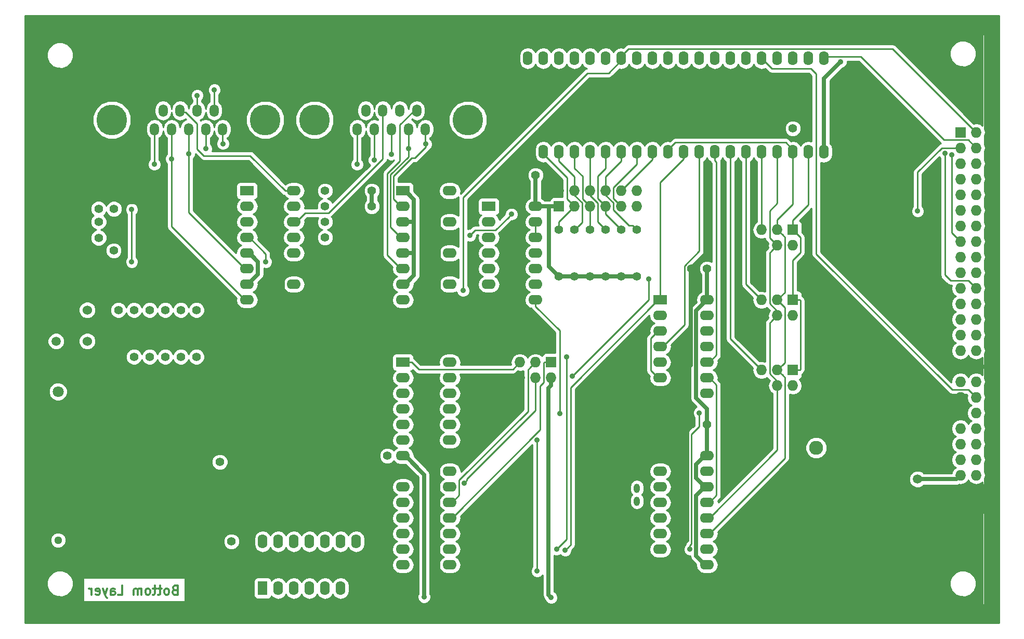
<source format=gbr>
%TF.FileFunction,Copper,L2,Bot,Signal*%
%FSLAX46Y46*%
G04 Gerber Fmt 4.6, Leading zero omitted, Abs format (unit mm)*
G04 Created by KiCad (PCBNEW (2014-12-04 BZR 5312)-product) date Wed 04 Feb 2015 12:38:23 PM CET*
%MOMM*%
G01*
G04 APERTURE LIST*
%ADD10C,0.100000*%
%ADD11C,0.300000*%
%ADD12R,1.727200X1.727200*%
%ADD13O,1.727200X1.727200*%
%ADD14C,2.286000*%
%ADD15C,1.397000*%
%ADD16C,1.501140*%
%ADD17O,2.286000X1.574800*%
%ADD18R,2.286000X1.574800*%
%ADD19C,1.422400*%
%ADD20C,3.497580*%
%ADD21R,1.574800X2.286000*%
%ADD22O,1.574800X2.286000*%
%ADD23C,1.524000*%
%ADD24O,1.000760X1.501140*%
%ADD25C,5.001260*%
%ADD26O,1.501140X1.998980*%
%ADD27C,1.300480*%
%ADD28C,1.800860*%
%ADD29C,0.889000*%
%ADD30C,0.635000*%
%ADD31C,0.254000*%
G04 APERTURE END LIST*
D10*
D11*
X87287857Y-139973857D02*
X87073571Y-140045286D01*
X87002143Y-140116714D01*
X86930714Y-140259571D01*
X86930714Y-140473857D01*
X87002143Y-140616714D01*
X87073571Y-140688143D01*
X87216429Y-140759571D01*
X87787857Y-140759571D01*
X87787857Y-139259571D01*
X87287857Y-139259571D01*
X87145000Y-139331000D01*
X87073571Y-139402429D01*
X87002143Y-139545286D01*
X87002143Y-139688143D01*
X87073571Y-139831000D01*
X87145000Y-139902429D01*
X87287857Y-139973857D01*
X87787857Y-139973857D01*
X86073571Y-140759571D02*
X86216429Y-140688143D01*
X86287857Y-140616714D01*
X86359286Y-140473857D01*
X86359286Y-140045286D01*
X86287857Y-139902429D01*
X86216429Y-139831000D01*
X86073571Y-139759571D01*
X85859286Y-139759571D01*
X85716429Y-139831000D01*
X85645000Y-139902429D01*
X85573571Y-140045286D01*
X85573571Y-140473857D01*
X85645000Y-140616714D01*
X85716429Y-140688143D01*
X85859286Y-140759571D01*
X86073571Y-140759571D01*
X85145000Y-139759571D02*
X84573571Y-139759571D01*
X84930714Y-139259571D02*
X84930714Y-140545286D01*
X84859286Y-140688143D01*
X84716428Y-140759571D01*
X84573571Y-140759571D01*
X84287857Y-139759571D02*
X83716428Y-139759571D01*
X84073571Y-139259571D02*
X84073571Y-140545286D01*
X84002143Y-140688143D01*
X83859285Y-140759571D01*
X83716428Y-140759571D01*
X83002142Y-140759571D02*
X83145000Y-140688143D01*
X83216428Y-140616714D01*
X83287857Y-140473857D01*
X83287857Y-140045286D01*
X83216428Y-139902429D01*
X83145000Y-139831000D01*
X83002142Y-139759571D01*
X82787857Y-139759571D01*
X82645000Y-139831000D01*
X82573571Y-139902429D01*
X82502142Y-140045286D01*
X82502142Y-140473857D01*
X82573571Y-140616714D01*
X82645000Y-140688143D01*
X82787857Y-140759571D01*
X83002142Y-140759571D01*
X81859285Y-140759571D02*
X81859285Y-139759571D01*
X81859285Y-139902429D02*
X81787857Y-139831000D01*
X81644999Y-139759571D01*
X81430714Y-139759571D01*
X81287857Y-139831000D01*
X81216428Y-139973857D01*
X81216428Y-140759571D01*
X81216428Y-139973857D02*
X81144999Y-139831000D01*
X81002142Y-139759571D01*
X80787857Y-139759571D01*
X80644999Y-139831000D01*
X80573571Y-139973857D01*
X80573571Y-140759571D01*
X78002142Y-140759571D02*
X78716428Y-140759571D01*
X78716428Y-139259571D01*
X76859285Y-140759571D02*
X76859285Y-139973857D01*
X76930714Y-139831000D01*
X77073571Y-139759571D01*
X77359285Y-139759571D01*
X77502142Y-139831000D01*
X76859285Y-140688143D02*
X77002142Y-140759571D01*
X77359285Y-140759571D01*
X77502142Y-140688143D01*
X77573571Y-140545286D01*
X77573571Y-140402429D01*
X77502142Y-140259571D01*
X77359285Y-140188143D01*
X77002142Y-140188143D01*
X76859285Y-140116714D01*
X76287856Y-139759571D02*
X75930713Y-140759571D01*
X75573571Y-139759571D02*
X75930713Y-140759571D01*
X76073571Y-141116714D01*
X76144999Y-141188143D01*
X76287856Y-141259571D01*
X74430714Y-140688143D02*
X74573571Y-140759571D01*
X74859285Y-140759571D01*
X75002142Y-140688143D01*
X75073571Y-140545286D01*
X75073571Y-139973857D01*
X75002142Y-139831000D01*
X74859285Y-139759571D01*
X74573571Y-139759571D01*
X74430714Y-139831000D01*
X74359285Y-139973857D01*
X74359285Y-140116714D01*
X75073571Y-140259571D01*
X73716428Y-140759571D02*
X73716428Y-139759571D01*
X73716428Y-140045286D02*
X73645000Y-139902429D01*
X73573571Y-139831000D01*
X73430714Y-139759571D01*
X73287857Y-139759571D01*
D12*
X215265000Y-65405000D03*
D13*
X217805000Y-65405000D03*
X215265000Y-67945000D03*
X217805000Y-67945000D03*
X215265000Y-70485000D03*
X217805000Y-70485000D03*
X215265000Y-73025000D03*
X217805000Y-73025000D03*
X215265000Y-75565000D03*
X217805000Y-75565000D03*
X215265000Y-78105000D03*
X217805000Y-78105000D03*
X215265000Y-80645000D03*
X217805000Y-80645000D03*
X215265000Y-83185000D03*
X217805000Y-83185000D03*
X215265000Y-85725000D03*
X217805000Y-85725000D03*
X215265000Y-88265000D03*
X217805000Y-88265000D03*
X215265000Y-90805000D03*
X217805000Y-90805000D03*
X215265000Y-93345000D03*
X217805000Y-93345000D03*
X215265000Y-95885000D03*
X217805000Y-95885000D03*
X215265000Y-98425000D03*
X217805000Y-98425000D03*
X215265000Y-100965000D03*
X217805000Y-100965000D03*
X215265000Y-103505000D03*
X217805000Y-103505000D03*
X215265000Y-106045000D03*
X217805000Y-106045000D03*
X215265000Y-108585000D03*
X217805000Y-108585000D03*
X215265000Y-111125000D03*
X217805000Y-111125000D03*
X215265000Y-113665000D03*
X217805000Y-113665000D03*
X215265000Y-116205000D03*
X217805000Y-116205000D03*
X215265000Y-118745000D03*
X217805000Y-118745000D03*
X215265000Y-121285000D03*
X217805000Y-121285000D03*
X215265000Y-123825000D03*
X217805000Y-123825000D03*
X215265000Y-126365000D03*
X217805000Y-126365000D03*
D14*
X191770000Y-139700000D03*
X191770000Y-116840000D03*
D15*
X187960000Y-64770000D03*
X185420000Y-64770000D03*
D16*
X67945000Y-96901000D03*
X67945000Y-99441000D03*
D15*
X78105000Y-94361000D03*
X78105000Y-96901000D03*
X173990000Y-87630000D03*
X171450000Y-87630000D03*
X96520000Y-132080000D03*
X96520000Y-134620000D03*
X173990000Y-113030000D03*
X171450000Y-113030000D03*
X121920000Y-118110000D03*
X121920000Y-120650000D03*
D16*
X208280000Y-125730000D03*
X208280000Y-121920000D03*
D15*
X146050000Y-72390000D03*
X143510000Y-72390000D03*
X94615000Y-119126000D03*
X94615000Y-121666000D03*
D17*
X124460000Y-105410000D03*
X124460000Y-107950000D03*
X124460000Y-110490000D03*
X124460000Y-113030000D03*
X124460000Y-115570000D03*
X124460000Y-118110000D03*
X124460000Y-120650000D03*
X124460000Y-123190000D03*
X124460000Y-125730000D03*
X124460000Y-128270000D03*
X124460000Y-130810000D03*
X124460000Y-133350000D03*
X124460000Y-135890000D03*
D18*
X124460000Y-102870000D03*
D17*
X132080000Y-135890000D03*
X132080000Y-133350000D03*
X132080000Y-130810000D03*
X132080000Y-128270000D03*
X132080000Y-125730000D03*
X132080000Y-123190000D03*
X132080000Y-120650000D03*
X132080000Y-118110000D03*
X132080000Y-115570000D03*
X132080000Y-113030000D03*
X132080000Y-110490000D03*
X132080000Y-107950000D03*
X132080000Y-105410000D03*
X132080000Y-102870000D03*
D19*
X74869040Y-82577940D03*
X74869040Y-79982060D03*
X74869040Y-84678520D03*
X74869040Y-77881480D03*
X77317600Y-84678520D03*
X77368400Y-77881480D03*
D20*
X71869300Y-74480420D03*
X71071740Y-81280000D03*
X71869300Y-88028780D03*
D12*
X148590000Y-102870000D03*
D13*
X148590000Y-105410000D03*
X146050000Y-102870000D03*
X146050000Y-105410000D03*
X143510000Y-102870000D03*
X143510000Y-105410000D03*
D12*
X187960000Y-104140000D03*
D13*
X187960000Y-106680000D03*
X185420000Y-104140000D03*
X185420000Y-106680000D03*
X182880000Y-104140000D03*
X182880000Y-106680000D03*
D12*
X187960000Y-92710000D03*
D13*
X187960000Y-95250000D03*
X185420000Y-92710000D03*
X185420000Y-95250000D03*
X182880000Y-92710000D03*
X182880000Y-95250000D03*
D12*
X187960000Y-81280000D03*
D13*
X187960000Y-83820000D03*
X185420000Y-81280000D03*
X185420000Y-83820000D03*
X182880000Y-81280000D03*
X182880000Y-83820000D03*
D15*
X88265000Y-94361000D03*
X88265000Y-101981000D03*
X85725000Y-94361000D03*
X85725000Y-101981000D03*
X83185000Y-94361000D03*
X83185000Y-101981000D03*
X80645000Y-94361000D03*
X80645000Y-101981000D03*
X90805000Y-94361000D03*
X90805000Y-101981000D03*
X162560000Y-88900000D03*
X162560000Y-81280000D03*
X160020000Y-88900000D03*
X160020000Y-81280000D03*
X152400000Y-88900000D03*
X152400000Y-81280000D03*
X149860000Y-88900000D03*
X149860000Y-81280000D03*
X157480000Y-88900000D03*
X157480000Y-81280000D03*
X154940000Y-88900000D03*
X154940000Y-81280000D03*
X119380000Y-80010000D03*
X111760000Y-80010000D03*
X119380000Y-82550000D03*
X111760000Y-82550000D03*
X119380000Y-74930000D03*
X111760000Y-74930000D03*
X119380000Y-77470000D03*
X111760000Y-77470000D03*
D21*
X144780000Y-68580000D03*
D22*
X147320000Y-68580000D03*
X149860000Y-68580000D03*
X152400000Y-68580000D03*
X154940000Y-68580000D03*
X157480000Y-68580000D03*
X160020000Y-68580000D03*
X162560000Y-68580000D03*
X165100000Y-68580000D03*
X167640000Y-68580000D03*
X170180000Y-68580000D03*
X172720000Y-68580000D03*
X175260000Y-68580000D03*
X177800000Y-68580000D03*
X180340000Y-68580000D03*
X182880000Y-68580000D03*
X185420000Y-68580000D03*
X187960000Y-68580000D03*
X190500000Y-68580000D03*
X193040000Y-68580000D03*
X193040000Y-53340000D03*
X190500000Y-53340000D03*
X187960000Y-53340000D03*
X185420000Y-53340000D03*
X182880000Y-53340000D03*
X180340000Y-53340000D03*
X177800000Y-53340000D03*
X175260000Y-53340000D03*
X172720000Y-53340000D03*
X170180000Y-53340000D03*
X167640000Y-53340000D03*
X165100000Y-53340000D03*
X162560000Y-53340000D03*
X160020000Y-53340000D03*
X157480000Y-53340000D03*
X154940000Y-53340000D03*
X152400000Y-53340000D03*
X149860000Y-53340000D03*
X147320000Y-53340000D03*
X144780000Y-53340000D03*
D21*
X101600000Y-139700000D03*
D22*
X104140000Y-139700000D03*
X106680000Y-139700000D03*
X109220000Y-139700000D03*
X111760000Y-139700000D03*
X114300000Y-139700000D03*
X116840000Y-139700000D03*
X116840000Y-132080000D03*
X114300000Y-132080000D03*
X111760000Y-132080000D03*
X109220000Y-132080000D03*
X106680000Y-132080000D03*
X104140000Y-132080000D03*
X101600000Y-132080000D03*
D18*
X138430000Y-77470000D03*
D17*
X138430000Y-80010000D03*
X138430000Y-82550000D03*
X138430000Y-85090000D03*
X138430000Y-87630000D03*
X138430000Y-90170000D03*
X138430000Y-92710000D03*
X146050000Y-92710000D03*
X146050000Y-90170000D03*
X146050000Y-87630000D03*
X146050000Y-85090000D03*
X146050000Y-82550000D03*
X146050000Y-80010000D03*
X146050000Y-77470000D03*
D18*
X166370000Y-92710000D03*
D17*
X166370000Y-95250000D03*
X166370000Y-97790000D03*
X166370000Y-100330000D03*
X166370000Y-102870000D03*
X166370000Y-105410000D03*
X166370000Y-107950000D03*
X173990000Y-107950000D03*
X173990000Y-105410000D03*
X173990000Y-102870000D03*
X173990000Y-100330000D03*
X173990000Y-97790000D03*
X173990000Y-95250000D03*
X173990000Y-92710000D03*
D23*
X73025000Y-96901000D03*
X73025000Y-99441000D03*
X73025000Y-94361000D03*
D18*
X99060000Y-74930000D03*
D17*
X99060000Y-77470000D03*
X99060000Y-80010000D03*
X99060000Y-82550000D03*
X99060000Y-85090000D03*
X99060000Y-87630000D03*
X99060000Y-90170000D03*
X99060000Y-92710000D03*
X106680000Y-92710000D03*
X106680000Y-90170000D03*
X106680000Y-87630000D03*
X106680000Y-85090000D03*
X106680000Y-82550000D03*
X106680000Y-80010000D03*
X106680000Y-77470000D03*
X106680000Y-74930000D03*
D18*
X166370000Y-118110000D03*
D17*
X166370000Y-120650000D03*
X166370000Y-123190000D03*
X166370000Y-125730000D03*
X166370000Y-128270000D03*
X166370000Y-130810000D03*
X166370000Y-133350000D03*
X166370000Y-135890000D03*
X173990000Y-135890000D03*
X173990000Y-133350000D03*
X173990000Y-130810000D03*
X173990000Y-128270000D03*
X173990000Y-125730000D03*
X173990000Y-123190000D03*
X173990000Y-120650000D03*
X173990000Y-118110000D03*
D18*
X124460000Y-74930000D03*
D17*
X124460000Y-77470000D03*
X124460000Y-80010000D03*
X124460000Y-82550000D03*
X124460000Y-85090000D03*
X124460000Y-87630000D03*
X124460000Y-90170000D03*
X124460000Y-92710000D03*
X132080000Y-92710000D03*
X132080000Y-90170000D03*
X132080000Y-87630000D03*
X132080000Y-85090000D03*
X132080000Y-82550000D03*
X132080000Y-80010000D03*
X132080000Y-77470000D03*
X132080000Y-74930000D03*
D24*
X162560000Y-125509020D03*
X162560000Y-123410980D03*
D12*
X149860000Y-77470000D03*
D13*
X149860000Y-74930000D03*
X152400000Y-77470000D03*
X152400000Y-74930000D03*
X154940000Y-77470000D03*
X154940000Y-74930000D03*
X157480000Y-77470000D03*
X157480000Y-74930000D03*
X160020000Y-77470000D03*
X160020000Y-74930000D03*
X162560000Y-77470000D03*
X162560000Y-74930000D03*
D25*
X77040740Y-63373000D03*
D26*
X89535000Y-64891920D03*
X86763860Y-64891920D03*
X83995260Y-64891920D03*
X92306140Y-64891920D03*
X95074740Y-64891920D03*
X93690440Y-61854080D03*
X90919300Y-61854080D03*
X88150700Y-61854080D03*
X85379560Y-61854080D03*
D25*
X102029260Y-63373000D03*
X110060740Y-63373000D03*
D26*
X122555000Y-64891920D03*
X119783860Y-64891920D03*
X117015260Y-64891920D03*
X125326140Y-64891920D03*
X128094740Y-64891920D03*
X126710440Y-61854080D03*
X123939300Y-61854080D03*
X121170700Y-61854080D03*
X118399560Y-61854080D03*
D25*
X135049260Y-63373000D03*
D27*
X68280280Y-131861560D03*
D28*
X68280280Y-107660440D03*
D29*
X94615000Y-114046000D03*
X134239000Y-91186000D03*
X213874341Y-69091170D03*
X212725000Y-68770520D03*
X164465000Y-89281000D03*
X208280000Y-78232000D03*
X152019000Y-105156000D03*
X151130000Y-101981000D03*
X149479000Y-133350000D03*
X134429530Y-122545531D03*
X128143000Y-67310000D03*
X95123000Y-67246480D03*
X125349000Y-68072000D03*
X92329000Y-68071960D03*
X89535000Y-68897480D03*
X122555000Y-68961000D03*
X86741000Y-69723000D03*
X119761000Y-69913510D03*
X116967000Y-70612000D03*
X83947000Y-70612000D03*
X90932000Y-59372480D03*
X93726000Y-58483480D03*
X135382000Y-82169000D03*
X142113000Y-78740000D03*
X150876000Y-133477000D03*
X149987000Y-111252000D03*
X172720000Y-111125000D03*
X171195990Y-133350000D03*
X102108000Y-86487000D03*
X146304000Y-136906000D03*
X146304000Y-115570000D03*
X195707000Y-53911520D03*
X148590000Y-141224000D03*
X127889000Y-141097000D03*
X80264000Y-77978000D03*
X80264000Y-86487000D03*
D30*
X132080000Y-77470000D02*
X132080000Y-77207388D01*
X143510000Y-72390000D02*
X143510000Y-70862746D01*
X143510000Y-70862746D02*
X143510000Y-69850000D01*
X149860000Y-74930000D02*
X149860000Y-73708686D01*
X147014060Y-70862746D02*
X143510000Y-70862746D01*
X149860000Y-73708686D02*
X147014060Y-70862746D01*
X143510000Y-73377828D02*
X143510000Y-72390000D01*
X143510000Y-87985600D02*
X143510000Y-73377828D01*
X138430000Y-92710000D02*
X138785600Y-92710000D01*
X138785600Y-92710000D02*
X143510000Y-87985600D01*
X116840000Y-139700000D02*
X116840000Y-139344400D01*
X116840000Y-139344400D02*
X112115600Y-134620000D01*
X112115600Y-134620000D02*
X97507828Y-134620000D01*
X97507828Y-134620000D02*
X96520000Y-134620000D01*
X116840000Y-139700000D02*
X116840000Y-143002000D01*
X191770000Y-139700000D02*
X191770000Y-143510000D01*
X144780000Y-68580000D02*
X144780000Y-68224400D01*
X144780000Y-68224400D02*
X148234400Y-64770000D01*
X148234400Y-64770000D02*
X185420000Y-64770000D01*
X106680000Y-87630000D02*
X114300000Y-87630000D01*
X114300000Y-87630000D02*
X119380000Y-82550000D01*
X130302000Y-91287600D02*
X130302000Y-87560490D01*
X130302000Y-87560490D02*
X130302000Y-82530407D01*
X132080000Y-87630000D02*
X130371510Y-87630000D01*
X130371510Y-87630000D02*
X130302000Y-87560490D01*
X130302000Y-82530407D02*
X130302000Y-78892400D01*
X132080000Y-82550000D02*
X130321593Y-82550000D01*
X130321593Y-82550000D02*
X130302000Y-82530407D01*
X132080000Y-92710000D02*
X131724400Y-92710000D01*
X131724400Y-92710000D02*
X130302000Y-91287600D01*
X130302000Y-78892400D02*
X131724400Y-77470000D01*
X131724400Y-77470000D02*
X132080000Y-77470000D01*
X215265000Y-103505000D02*
X217805000Y-103505000D01*
X217805000Y-103505000D02*
X217932000Y-103632000D01*
X217932000Y-103632000D02*
X219202000Y-103632000D01*
X119380000Y-80010000D02*
X119380000Y-82550000D01*
X106324400Y-87630000D02*
X106680000Y-87630000D01*
X104902000Y-89052400D02*
X106324400Y-87630000D01*
X104902000Y-91287600D02*
X104902000Y-89052400D01*
X106324400Y-92710000D02*
X104902000Y-91287600D01*
X106680000Y-92710000D02*
X106324400Y-92710000D01*
X71071740Y-81280000D02*
X64516000Y-81280000D01*
X71869300Y-82077560D02*
X71071740Y-81280000D01*
X71869300Y-80482440D02*
X71071740Y-81280000D01*
X71869300Y-74480420D02*
X71869300Y-80482440D01*
X72854809Y-84681174D02*
X71869300Y-84681174D01*
X72857463Y-84678520D02*
X72854809Y-84681174D01*
X71869300Y-84681174D02*
X71869300Y-82077560D01*
X74869040Y-84678520D02*
X72857463Y-84678520D01*
X71869300Y-88028780D02*
X71869300Y-84681174D01*
X133858000Y-92710000D02*
X138430000Y-92710000D01*
X132080000Y-92710000D02*
X133858000Y-92710000D01*
X132435600Y-92710000D02*
X132080000Y-92710000D01*
X171323000Y-103352600D02*
X166725600Y-107950000D01*
X171450000Y-87630000D02*
X171323000Y-87757000D01*
X171323000Y-87757000D02*
X171323000Y-103352600D01*
X166370000Y-135890000D02*
X166725600Y-135890000D01*
X166725600Y-135890000D02*
X170751501Y-131864099D01*
X170751501Y-131864099D02*
X170751501Y-113728499D01*
X170751501Y-113728499D02*
X171450000Y-113030000D01*
X214630000Y-125730000D02*
X215265000Y-126365000D01*
X208280000Y-125730000D02*
X214630000Y-125730000D01*
X143510000Y-69850000D02*
X144780000Y-68580000D01*
X166370000Y-118110000D02*
X166370000Y-109372400D01*
X166370000Y-109372400D02*
X166370000Y-107950000D01*
X121920000Y-120650000D02*
X121920000Y-143256000D01*
X131724400Y-118110000D02*
X130175000Y-119659400D01*
X132080000Y-118110000D02*
X131724400Y-118110000D01*
X130175000Y-119659400D02*
X130175000Y-143129000D01*
X143510000Y-106631314D02*
X143510000Y-105410000D01*
X143510000Y-107035600D02*
X143510000Y-106631314D01*
X132435600Y-118110000D02*
X143510000Y-107035600D01*
X132080000Y-118110000D02*
X132435600Y-118110000D01*
X78105000Y-96901000D02*
X73025000Y-96901000D01*
X73025000Y-96901000D02*
X67945000Y-96901000D01*
X67945000Y-96901000D02*
X64135000Y-96901000D01*
X106680000Y-94132400D02*
X106680000Y-92710000D01*
X103911400Y-96901000D02*
X106680000Y-94132400D01*
X78105000Y-96901000D02*
X103911400Y-96901000D01*
X103886000Y-96926400D02*
X103911400Y-96901000D01*
X103886000Y-112395000D02*
X103886000Y-96926400D01*
X101967242Y-114046000D02*
X102101121Y-114179879D01*
X94615000Y-114046000D02*
X101967242Y-114046000D01*
X102101121Y-114179879D02*
X103886000Y-112395000D01*
X94615000Y-121666000D02*
X102101121Y-114179879D01*
D31*
X217805000Y-108585000D02*
X216560399Y-107340399D01*
X216560399Y-107340399D02*
X213893399Y-107340399D01*
X213893399Y-107340399D02*
X191770000Y-85217000D01*
X191770000Y-85217000D02*
X191770000Y-55880000D01*
X184531000Y-54991000D02*
X182880000Y-53340000D01*
X191770000Y-55880000D02*
X190881000Y-54991000D01*
X190881000Y-54991000D02*
X184531000Y-54991000D01*
X134239000Y-76036230D02*
X134239000Y-90557383D01*
X134239000Y-90557383D02*
X134239000Y-91186000D01*
X154522230Y-55753000D02*
X134239000Y-76036230D01*
X160020000Y-53695600D02*
X157962600Y-55753000D01*
X160020000Y-53340000D02*
X160020000Y-53695600D01*
X157962600Y-55753000D02*
X154522230Y-55753000D01*
X143510000Y-102870000D02*
X142341590Y-104038410D01*
X142341590Y-104038410D02*
X127025410Y-104038410D01*
X127025410Y-104038410D02*
X125857000Y-102870000D01*
X125857000Y-102870000D02*
X124460000Y-102870000D01*
X217805000Y-65405000D02*
X204216000Y-51816000D01*
X188443981Y-51816000D02*
X188443971Y-51815990D01*
X204216000Y-51816000D02*
X193523981Y-51816000D01*
X165583971Y-51815990D02*
X164616029Y-51815990D01*
X177316029Y-51815990D02*
X177316019Y-51816000D01*
X179856019Y-51816000D02*
X178283981Y-51816000D01*
X187476029Y-51815990D02*
X187476019Y-51816000D01*
X193523981Y-51816000D02*
X193523971Y-51815990D01*
X193523971Y-51815990D02*
X192556029Y-51815990D01*
X174776019Y-51816000D02*
X173203981Y-51816000D01*
X179856029Y-51815990D02*
X179856019Y-51816000D01*
X175743971Y-51815990D02*
X174776029Y-51815990D01*
X192556029Y-51815990D02*
X192556019Y-51816000D01*
X162076019Y-51816000D02*
X161188400Y-51816000D01*
X192556019Y-51816000D02*
X190983981Y-51816000D01*
X190983981Y-51816000D02*
X190983971Y-51815990D01*
X180823981Y-51816000D02*
X180823971Y-51815990D01*
X190983971Y-51815990D02*
X190016029Y-51815990D01*
X173203981Y-51816000D02*
X173203971Y-51815990D01*
X178283971Y-51815990D02*
X177316029Y-51815990D01*
X183363981Y-51816000D02*
X183363971Y-51815990D01*
X190016029Y-51815990D02*
X190016019Y-51816000D01*
X188443971Y-51815990D02*
X187476029Y-51815990D01*
X177316019Y-51816000D02*
X175743981Y-51816000D01*
X163043971Y-51815990D02*
X162076029Y-51815990D01*
X161188400Y-51816000D02*
X160020000Y-52984400D01*
X190016019Y-51816000D02*
X188443981Y-51816000D01*
X187476019Y-51816000D02*
X185903981Y-51816000D01*
X178283981Y-51816000D02*
X178283971Y-51815990D01*
X185903981Y-51816000D02*
X185903971Y-51815990D01*
X185903971Y-51815990D02*
X184936029Y-51815990D01*
X184936029Y-51815990D02*
X184936019Y-51816000D01*
X164616029Y-51815990D02*
X164616019Y-51816000D01*
X184936019Y-51816000D02*
X183363981Y-51816000D01*
X182396019Y-51816000D02*
X180823981Y-51816000D01*
X182396029Y-51815990D02*
X182396019Y-51816000D01*
X183363971Y-51815990D02*
X182396029Y-51815990D01*
X180823971Y-51815990D02*
X179856029Y-51815990D01*
X175743981Y-51816000D02*
X175743971Y-51815990D01*
X163043981Y-51816000D02*
X163043971Y-51815990D01*
X174776029Y-51815990D02*
X174776019Y-51816000D01*
X170663981Y-51816000D02*
X170663971Y-51815990D01*
X173203971Y-51815990D02*
X172236029Y-51815990D01*
X168123971Y-51815990D02*
X167156029Y-51815990D01*
X172236029Y-51815990D02*
X172236019Y-51816000D01*
X172236019Y-51816000D02*
X170663981Y-51816000D01*
X170663971Y-51815990D02*
X169696029Y-51815990D01*
X169696029Y-51815990D02*
X169696019Y-51816000D01*
X169696019Y-51816000D02*
X168123981Y-51816000D01*
X168123981Y-51816000D02*
X168123971Y-51815990D01*
X167156029Y-51815990D02*
X167156019Y-51816000D01*
X167156019Y-51816000D02*
X165583981Y-51816000D01*
X165583981Y-51816000D02*
X165583971Y-51815990D01*
X164616019Y-51816000D02*
X163043981Y-51816000D01*
X162076029Y-51815990D02*
X162076019Y-51816000D01*
X124460000Y-102870000D02*
X124815600Y-102870000D01*
X160020000Y-52984400D02*
X160020000Y-53340000D01*
X213874341Y-81794341D02*
X213874341Y-69719787D01*
X215265000Y-83185000D02*
X213874341Y-81794341D01*
X213874341Y-69719787D02*
X213874341Y-69091170D01*
X217805000Y-90805000D02*
X216560399Y-89560399D01*
X216560399Y-89560399D02*
X213639399Y-89560399D01*
X212725000Y-88646000D02*
X212725000Y-69399137D01*
X212725000Y-69399137D02*
X212725000Y-68770520D01*
X213639399Y-89560399D02*
X212725000Y-88646000D01*
X164465000Y-89909617D02*
X164465000Y-89281000D01*
X164465000Y-92710000D02*
X164465000Y-89909617D01*
X152019000Y-105156000D02*
X164465000Y-92710000D01*
X208280000Y-77603383D02*
X208280000Y-78232000D01*
X208280000Y-71888383D02*
X208280000Y-77603383D01*
X212223383Y-67945000D02*
X208280000Y-71888383D01*
X215265000Y-67945000D02*
X212223383Y-67945000D01*
X217805000Y-67945000D02*
X216509601Y-66649601D01*
X216509601Y-66649601D02*
X212572601Y-66649601D01*
X212572601Y-66649601D02*
X199009000Y-53086000D01*
X199009000Y-53086000D02*
X193294000Y-53086000D01*
X193294000Y-53086000D02*
X193040000Y-53340000D01*
X166370000Y-100330000D02*
X166725600Y-100330000D01*
X170278666Y-87185510D02*
X172720000Y-84744176D01*
X172720000Y-69977000D02*
X172720000Y-68580000D01*
X166725600Y-100330000D02*
X170278666Y-96776934D01*
X170278666Y-96776934D02*
X170278666Y-87185510D01*
X172720000Y-84744176D02*
X172720000Y-69977000D01*
X151130000Y-101981000D02*
X151130000Y-131699000D01*
X149923499Y-132905501D02*
X149479000Y-133350000D01*
X151130000Y-131699000D02*
X149923499Y-132905501D01*
X146050000Y-105410000D02*
X146050000Y-110744000D01*
X146050000Y-110744000D02*
X134874029Y-121919971D01*
X134874029Y-121919971D02*
X134874029Y-122101032D01*
X134874029Y-122101032D02*
X134429530Y-122545531D01*
X185420000Y-68580000D02*
X185420000Y-76962000D01*
X185420000Y-76962000D02*
X184175399Y-78206601D01*
X184175399Y-78206601D02*
X184175399Y-82575399D01*
X184175399Y-82575399D02*
X184556401Y-82956401D01*
X184556401Y-82956401D02*
X185420000Y-83820000D01*
X184556401Y-96113599D02*
X185420000Y-95250000D01*
X184175399Y-96494601D02*
X184556401Y-96113599D01*
X184175399Y-104737409D02*
X184175399Y-96494601D01*
X185420000Y-105982010D02*
X184175399Y-104737409D01*
X185420000Y-106680000D02*
X185420000Y-105982010D01*
X184556401Y-84683599D02*
X185420000Y-83820000D01*
X184175399Y-85064601D02*
X184556401Y-84683599D01*
X184175399Y-93307409D02*
X184175399Y-85064601D01*
X185420000Y-94552010D02*
X184175399Y-93307409D01*
X185420000Y-95250000D02*
X185420000Y-94552010D01*
X185420000Y-107901314D02*
X185420000Y-106680000D01*
X185420000Y-117195600D02*
X185420000Y-107901314D01*
X174345600Y-128270000D02*
X185420000Y-117195600D01*
X173990000Y-128270000D02*
X174345600Y-128270000D01*
X147345399Y-106169678D02*
X147345399Y-102997001D01*
X146811969Y-106703108D02*
X147345399Y-106169678D01*
X147345399Y-102997001D02*
X147472400Y-102870000D01*
X146811969Y-113893631D02*
X146811969Y-106703108D01*
X132080000Y-128270000D02*
X132435600Y-128270000D01*
X147472400Y-102870000D02*
X148590000Y-102870000D01*
X132435600Y-128270000D02*
X146811969Y-113893631D01*
X187960000Y-68580000D02*
X187960000Y-68224400D01*
X187960000Y-68224400D02*
X186791590Y-67055990D01*
X186791590Y-67055990D02*
X168808410Y-67055990D01*
X168808410Y-67055990D02*
X167640000Y-68224400D01*
X167640000Y-68224400D02*
X167640000Y-68580000D01*
X145186401Y-103733599D02*
X146050000Y-102870000D01*
X132080000Y-125730000D02*
X132435600Y-125730000D01*
X132435600Y-125730000D02*
X133604010Y-124561590D01*
X133604010Y-124561590D02*
X133604010Y-122095248D01*
X133604010Y-122095248D02*
X144805399Y-110893859D01*
X144805399Y-110893859D02*
X144805399Y-104114601D01*
X144805399Y-104114601D02*
X145186401Y-103733599D01*
X187960000Y-68580000D02*
X187960000Y-77089000D01*
X187960000Y-77089000D02*
X185420000Y-79629000D01*
X185420000Y-79629000D02*
X185420000Y-81280000D01*
X167640000Y-68935600D02*
X167640000Y-68580000D01*
X186283599Y-82143599D02*
X185420000Y-81280000D01*
X186664601Y-82524601D02*
X186283599Y-82143599D01*
X186664601Y-91465399D02*
X186664601Y-82524601D01*
X185420000Y-92710000D02*
X186664601Y-91465399D01*
X186283599Y-103276401D02*
X185420000Y-104140000D01*
X186664601Y-93954601D02*
X186664601Y-102895399D01*
X186664601Y-102895399D02*
X186283599Y-103276401D01*
X185420000Y-92710000D02*
X186664601Y-93954601D01*
X186283599Y-105003599D02*
X185420000Y-104140000D01*
X186664601Y-105384601D02*
X186283599Y-105003599D01*
X186664601Y-118490999D02*
X186664601Y-105384601D01*
X174345600Y-130810000D02*
X186664601Y-118490999D01*
X173990000Y-130810000D02*
X174345600Y-130810000D01*
X166014400Y-97790000D02*
X166370000Y-97790000D01*
X164845990Y-102386029D02*
X164846018Y-102386001D01*
X164845990Y-104241590D02*
X164845990Y-102386029D01*
X164846019Y-100814000D02*
X164845990Y-100813971D01*
X164846018Y-102386001D02*
X164846019Y-100814000D01*
X166370000Y-105410000D02*
X166014400Y-105410000D01*
X166014400Y-105410000D02*
X164845990Y-104241590D01*
X164845990Y-100813971D02*
X164845990Y-98958410D01*
X164845990Y-98958410D02*
X166014400Y-97790000D01*
X187960000Y-81280000D02*
X187960000Y-79756000D01*
X190500000Y-77216000D02*
X190500000Y-69977000D01*
X187960000Y-79756000D02*
X190500000Y-77216000D01*
X190500000Y-69977000D02*
X190500000Y-68580000D01*
X166725600Y-97790000D02*
X166370000Y-97790000D01*
X189204601Y-92837001D02*
X189077600Y-92710000D01*
X189077600Y-92710000D02*
X187960000Y-92710000D01*
X189204601Y-104012999D02*
X189204601Y-92837001D01*
X189077600Y-104140000D02*
X189204601Y-104012999D01*
X187960000Y-104140000D02*
X189077600Y-104140000D01*
X187960000Y-86233000D02*
X187960000Y-92710000D01*
X189204601Y-84988399D02*
X187960000Y-86233000D01*
X189204601Y-82524601D02*
X189204601Y-84988399D01*
X187960000Y-81280000D02*
X189204601Y-82524601D01*
X177800000Y-99060000D02*
X177800000Y-68580000D01*
X182880000Y-104140000D02*
X177800000Y-99060000D01*
X180340000Y-90170000D02*
X180340000Y-68580000D01*
X182880000Y-92710000D02*
X180340000Y-90170000D01*
X182880000Y-81280000D02*
X182880000Y-68580000D01*
X94488000Y-64695286D02*
X94545514Y-64637772D01*
X128094740Y-67261740D02*
X128143000Y-67310000D01*
X128094740Y-64643000D02*
X128094740Y-67261740D01*
X128143000Y-67818000D02*
X128143000Y-67310000D01*
X126365000Y-69596000D02*
X128143000Y-67818000D01*
X125857000Y-69596000D02*
X126365000Y-69596000D01*
X122935999Y-72517001D02*
X125857000Y-69596000D01*
X122935999Y-76301599D02*
X122935999Y-72517001D01*
X124104400Y-77470000D02*
X122935999Y-76301599D01*
X124460000Y-77470000D02*
X124104400Y-77470000D01*
X95074740Y-64643000D02*
X95074740Y-67198220D01*
X95074740Y-67198220D02*
X95123000Y-67246480D01*
X125349000Y-68700617D02*
X125349000Y-68072000D01*
X125326140Y-64643000D02*
X125326140Y-68049140D01*
X125349000Y-64665860D02*
X125349000Y-67443383D01*
X122427990Y-80873590D02*
X122427990Y-72306576D01*
X125349000Y-67443383D02*
X125349000Y-68072000D01*
X124460000Y-82550000D02*
X124104400Y-82550000D01*
X124104400Y-82550000D02*
X122427990Y-80873590D01*
X122427990Y-72306576D02*
X125349000Y-69385566D01*
X125349000Y-69385566D02*
X125349000Y-68700617D01*
X125326140Y-68049140D02*
X125349000Y-68072000D01*
X92306140Y-64643000D02*
X92306140Y-68049100D01*
X92306140Y-68049100D02*
X92329000Y-68071960D01*
X89535000Y-64643000D02*
X89535000Y-68897480D01*
X89535000Y-69526097D02*
X89535000Y-68897480D01*
X99060000Y-87630000D02*
X98704400Y-87630000D01*
X98704400Y-87630000D02*
X89535000Y-78460600D01*
X89535000Y-78460600D02*
X89535000Y-69526097D01*
X122555000Y-64643000D02*
X122555000Y-68961000D01*
X86763860Y-69700140D02*
X86741000Y-69723000D01*
X86763860Y-64643000D02*
X86763860Y-69700140D01*
X119761000Y-64665860D02*
X119783860Y-64643000D01*
X119761000Y-69913510D02*
X119761000Y-64665860D01*
X86741000Y-70351617D02*
X86741000Y-69723000D01*
X86741000Y-80746600D02*
X86741000Y-70351617D01*
X98704400Y-92710000D02*
X86741000Y-80746600D01*
X99060000Y-92710000D02*
X98704400Y-92710000D01*
X116967000Y-64691260D02*
X117015260Y-64643000D01*
X117015260Y-70563740D02*
X116967000Y-70612000D01*
X117015260Y-64643000D02*
X117015260Y-70563740D01*
X83995260Y-64643000D02*
X83995260Y-70563740D01*
X83995260Y-70563740D02*
X83947000Y-70612000D01*
X118364000Y-62138560D02*
X118399560Y-62103000D01*
X118364000Y-62067440D02*
X118399560Y-62103000D01*
X106680000Y-74930000D02*
X106324400Y-74930000D01*
X105283000Y-74930000D02*
X106680000Y-74930000D01*
X99568000Y-69215000D02*
X105283000Y-74930000D01*
X91996258Y-69215000D02*
X99568000Y-69215000D01*
X90932000Y-64008000D02*
X90932000Y-68150742D01*
X89027000Y-62103000D02*
X90932000Y-64008000D01*
X90932000Y-68150742D02*
X91996258Y-69215000D01*
X88150700Y-62103000D02*
X89027000Y-62103000D01*
X123939300Y-62103000D02*
X123939300Y-61854080D01*
X90919300Y-61854080D02*
X90919300Y-62103000D01*
X90919300Y-59385180D02*
X90932000Y-59372480D01*
X90919300Y-62103000D02*
X90919300Y-59385180D01*
X123952000Y-70064132D02*
X123952000Y-64167925D01*
X123952000Y-64167925D02*
X126016925Y-62103000D01*
X121919981Y-85445581D02*
X121919981Y-72096151D01*
X124460000Y-87630000D02*
X124104400Y-87630000D01*
X121919981Y-72096151D02*
X123952000Y-70064132D01*
X124104400Y-87630000D02*
X121919981Y-85445581D01*
X126016925Y-62103000D02*
X126710440Y-62103000D01*
X93690440Y-62103000D02*
X93690440Y-58519040D01*
X93690440Y-58519040D02*
X93726000Y-58483480D01*
X121170700Y-69725552D02*
X121170700Y-63356490D01*
X108496099Y-78549501D02*
X112346751Y-78549501D01*
X112346751Y-78549501D02*
X121170700Y-69725552D01*
X107035600Y-80010000D02*
X108496099Y-78549501D01*
X121170700Y-63356490D02*
X121170700Y-62103000D01*
X106680000Y-80010000D02*
X107035600Y-80010000D01*
X160020000Y-68580000D02*
X160020000Y-70104000D01*
X160020000Y-70104000D02*
X157480000Y-72644000D01*
X157480000Y-72644000D02*
X157480000Y-74930000D01*
X157480000Y-74930000D02*
X157480000Y-75648434D01*
X157480000Y-75648434D02*
X158724601Y-76893035D01*
X158724601Y-76893035D02*
X158724601Y-78016611D01*
X158724601Y-78016611D02*
X161289491Y-80581501D01*
X161289491Y-80581501D02*
X161861501Y-80581501D01*
X161861501Y-80581501D02*
X162560000Y-81280000D01*
X132080000Y-85090000D02*
X132435600Y-85090000D01*
X157480000Y-68580000D02*
X157480000Y-71247000D01*
X156616401Y-76606401D02*
X157480000Y-77470000D01*
X157480000Y-71247000D02*
X156184601Y-72542399D01*
X156184601Y-72542399D02*
X156184601Y-76174601D01*
X156184601Y-76174601D02*
X156616401Y-76606401D01*
X157480000Y-77470000D02*
X157480000Y-78740000D01*
X157480000Y-78740000D02*
X160020000Y-81280000D01*
X141668501Y-79184499D02*
X142113000Y-78740000D01*
X135382000Y-82169000D02*
X136169410Y-81381590D01*
X136169410Y-81381590D02*
X139471410Y-81381590D01*
X139471410Y-81381590D02*
X141668501Y-79184499D01*
X149860000Y-68580000D02*
X149860000Y-70104000D01*
X149860000Y-70104000D02*
X152400000Y-72644000D01*
X152400000Y-72644000D02*
X152400000Y-73708686D01*
X152400000Y-73708686D02*
X152400000Y-74930000D01*
X152400000Y-74930000D02*
X152400000Y-75648434D01*
X152400000Y-75648434D02*
X153644601Y-76893035D01*
X153644601Y-76893035D02*
X153644601Y-80035399D01*
X153644601Y-80035399D02*
X153098499Y-80581501D01*
X153098499Y-80581501D02*
X152400000Y-81280000D01*
X154940000Y-74930000D02*
X154940000Y-75692000D01*
X154940000Y-75692000D02*
X156184601Y-76936601D01*
X156184601Y-76936601D02*
X156184601Y-79984601D01*
X156184601Y-79984601D02*
X156781501Y-80581501D01*
X156781501Y-80581501D02*
X157480000Y-81280000D01*
X154940000Y-68580000D02*
X154940000Y-74930000D01*
X152400000Y-68580000D02*
X152400000Y-71247000D01*
X152400000Y-71247000D02*
X153695399Y-72542399D01*
X153695399Y-72542399D02*
X153695399Y-76225399D01*
X153695399Y-76225399D02*
X154076401Y-76606401D01*
X154076401Y-76606401D02*
X154940000Y-77470000D01*
X154940000Y-77470000D02*
X154940000Y-78691314D01*
X154940000Y-78691314D02*
X154940000Y-81280000D01*
X162560000Y-68580000D02*
X162560000Y-70568434D01*
X162560000Y-70568434D02*
X158724601Y-74403833D01*
X158724601Y-74403833D02*
X158724601Y-76174601D01*
X158724601Y-76174601D02*
X159156401Y-76606401D01*
X159156401Y-76606401D02*
X160020000Y-77470000D01*
X160020000Y-74930000D02*
X165100000Y-69850000D01*
X165100000Y-69850000D02*
X165100000Y-68580000D01*
X146050000Y-81508600D02*
X146050000Y-80010000D01*
X146050000Y-82550000D02*
X146050000Y-81508600D01*
X166370000Y-92710000D02*
X166370000Y-73533000D01*
X166370000Y-73533000D02*
X170180000Y-69723000D01*
X170180000Y-69723000D02*
X170180000Y-68935600D01*
X170180000Y-68935600D02*
X170180000Y-68580000D01*
X151765000Y-106959400D02*
X151765000Y-132588000D01*
X166014400Y-92710000D02*
X151765000Y-106959400D01*
X166370000Y-92710000D02*
X166014400Y-92710000D01*
X151765000Y-132588000D02*
X151320499Y-133032501D01*
X151320499Y-133032501D02*
X150876000Y-133477000D01*
X175260000Y-68580000D02*
X175260000Y-68935600D01*
X175260000Y-68935600D02*
X175514010Y-69189610D01*
X174345600Y-102870000D02*
X173990000Y-102870000D01*
X175514010Y-101701590D02*
X174345600Y-102870000D01*
X175514010Y-70231010D02*
X175514010Y-101701590D01*
X175260000Y-69977000D02*
X175514010Y-70231010D01*
X175260000Y-68580000D02*
X175260000Y-69977000D01*
X149987000Y-97688400D02*
X149987000Y-110623383D01*
X146050000Y-93751400D02*
X149987000Y-97688400D01*
X146050000Y-92710000D02*
X146050000Y-93751400D01*
X149987000Y-110623383D02*
X149987000Y-111252000D01*
X171195990Y-133350000D02*
X171195990Y-132721383D01*
X171195990Y-132721383D02*
X171450011Y-132467362D01*
X171450011Y-132467362D02*
X171450011Y-114627651D01*
X171450011Y-114627651D02*
X172720000Y-113357662D01*
X172720000Y-113357662D02*
X172720000Y-111125000D01*
X99415600Y-82550000D02*
X102108000Y-85242400D01*
X102108000Y-85242400D02*
X102108000Y-85858383D01*
X102108000Y-85858383D02*
X102108000Y-86487000D01*
X99060000Y-82550000D02*
X99415600Y-82550000D01*
X175514010Y-106578410D02*
X174345600Y-105410000D01*
X175514010Y-124561590D02*
X175514010Y-106578410D01*
X174345600Y-125730000D02*
X175514010Y-124561590D01*
X174345600Y-105410000D02*
X173990000Y-105410000D01*
X173990000Y-125730000D02*
X174345600Y-125730000D01*
X146304000Y-115570000D02*
X146304000Y-136906000D01*
X152400000Y-77470000D02*
X149860000Y-80010000D01*
X149860000Y-80010000D02*
X149860000Y-81280000D01*
X147320000Y-68935600D02*
X151155399Y-72770999D01*
X151155399Y-72770999D02*
X151155399Y-76225399D01*
X151155399Y-76225399D02*
X151536401Y-76606401D01*
X151536401Y-76606401D02*
X152400000Y-77470000D01*
D30*
X149860000Y-88900000D02*
X152400000Y-88900000D01*
X152400000Y-88900000D02*
X154940000Y-88900000D01*
X154940000Y-88900000D02*
X157480000Y-88900000D01*
X157480000Y-88900000D02*
X160020000Y-88900000D01*
X160020000Y-88900000D02*
X162560000Y-88900000D01*
X146050000Y-77470000D02*
X148336000Y-77470000D01*
X149860000Y-88900000D02*
X148209000Y-87249000D01*
X148209000Y-87249000D02*
X148209000Y-77597000D01*
X148209000Y-77597000D02*
X148336000Y-77470000D01*
X148336000Y-77470000D02*
X149860000Y-77470000D01*
X146050000Y-72390000D02*
X146050000Y-76073002D01*
X146050000Y-76073002D02*
X146050000Y-77470000D01*
X152019009Y-89011200D02*
X152152607Y-89144798D01*
X152152607Y-89167711D02*
X152420318Y-88900000D01*
X152019009Y-88722645D02*
X152019009Y-89011200D01*
X152152607Y-89144798D02*
X152152607Y-89167711D01*
X99060000Y-90170000D02*
X99187000Y-90170000D01*
X99187000Y-90170000D02*
X100838000Y-88519000D01*
X99415600Y-85090000D02*
X99060000Y-85090000D01*
X100838000Y-88519000D02*
X100838000Y-86512400D01*
X100838000Y-86512400D02*
X99415600Y-85090000D01*
X193040000Y-56578520D02*
X195262501Y-54356019D01*
X193040000Y-68580000D02*
X193040000Y-56578520D01*
X195262501Y-54356019D02*
X195707000Y-53911520D01*
X208280000Y-121920000D02*
X214630000Y-121920000D01*
X214630000Y-121920000D02*
X215265000Y-121285000D01*
X173990000Y-113030000D02*
X173990000Y-110490000D01*
X172212010Y-108712010D02*
X172212010Y-94487990D01*
X173990000Y-110490000D02*
X172212010Y-108712010D01*
X172212010Y-94487990D02*
X173990000Y-92710000D01*
D31*
X174345600Y-92710000D02*
X173990000Y-92710000D01*
D30*
X146050000Y-77470000D02*
X146405600Y-77470000D01*
X126238000Y-88747600D02*
X126238000Y-85065189D01*
X126238000Y-85065189D02*
X126238000Y-80066229D01*
X126213189Y-85090000D02*
X126238000Y-85065189D01*
X124460000Y-85090000D02*
X126213189Y-85090000D01*
X124460000Y-80010000D02*
X126181771Y-80010000D01*
X126238000Y-80066229D02*
X126238000Y-76352400D01*
X126181771Y-80010000D02*
X126238000Y-80066229D01*
X124460000Y-90170000D02*
X124815600Y-90170000D01*
X124815600Y-90170000D02*
X126238000Y-88747600D01*
X126238000Y-76352400D02*
X124815600Y-74930000D01*
X124815600Y-74930000D02*
X124460000Y-74930000D01*
D31*
X174345600Y-87630000D02*
X173990000Y-87630000D01*
D30*
X173990000Y-118110000D02*
X173990000Y-113030000D01*
X173990000Y-92710000D02*
X173990000Y-87630000D01*
X172212000Y-134467600D02*
X172212000Y-124612400D01*
X173634400Y-135890000D02*
X172212000Y-134467600D01*
X172212000Y-124612400D02*
X173634400Y-123190000D01*
X172212000Y-121767600D02*
X173634400Y-123190000D01*
X172212000Y-119532400D02*
X172212000Y-121767600D01*
X173634400Y-118110000D02*
X172212000Y-119532400D01*
X173634400Y-123190000D02*
X173990000Y-123190000D01*
X173990000Y-118110000D02*
X173634400Y-118110000D01*
X127889000Y-121183400D02*
X127889000Y-141097000D01*
X124815600Y-118110000D02*
X127889000Y-121183400D01*
X124460000Y-118110000D02*
X124815600Y-118110000D01*
X173990000Y-135890000D02*
X173634400Y-135890000D01*
X148590000Y-105410000D02*
X148590000Y-106631314D01*
X148145501Y-140779501D02*
X148590000Y-141224000D01*
X148590000Y-106631314D02*
X148145501Y-107075813D01*
X148145501Y-107075813D02*
X148145501Y-140779501D01*
X119380000Y-77470000D02*
X119380000Y-74930000D01*
D31*
X80264000Y-86487000D02*
X80264000Y-77978000D01*
G36*
X183966755Y-84195613D02*
X183636584Y-84525786D01*
X183471403Y-84772996D01*
X183413399Y-85064601D01*
X183413399Y-91311659D01*
X182909359Y-91211400D01*
X182850641Y-91211400D01*
X182524002Y-91276372D01*
X181102000Y-89854369D01*
X181102000Y-70139116D01*
X181345789Y-69976222D01*
X181610000Y-69580801D01*
X181874211Y-69976222D01*
X182118000Y-70139116D01*
X182118000Y-80001816D01*
X181790971Y-80220330D01*
X181466115Y-80706511D01*
X181352041Y-81280000D01*
X181466115Y-81853489D01*
X181790971Y-82339670D01*
X182277152Y-82664526D01*
X182850641Y-82778600D01*
X182909359Y-82778600D01*
X183433096Y-82674422D01*
X183471403Y-82867004D01*
X183636584Y-83114214D01*
X183966755Y-83444386D01*
X183892041Y-83820000D01*
X183966755Y-84195613D01*
X183966755Y-84195613D01*
G37*
X183966755Y-84195613D02*
X183636584Y-84525786D01*
X183471403Y-84772996D01*
X183413399Y-85064601D01*
X183413399Y-91311659D01*
X182909359Y-91211400D01*
X182850641Y-91211400D01*
X182524002Y-91276372D01*
X181102000Y-89854369D01*
X181102000Y-70139116D01*
X181345789Y-69976222D01*
X181610000Y-69580801D01*
X181874211Y-69976222D01*
X182118000Y-70139116D01*
X182118000Y-80001816D01*
X181790971Y-80220330D01*
X181466115Y-80706511D01*
X181352041Y-81280000D01*
X181466115Y-81853489D01*
X181790971Y-82339670D01*
X182277152Y-82664526D01*
X182850641Y-82778600D01*
X182909359Y-82778600D01*
X183433096Y-82674422D01*
X183471403Y-82867004D01*
X183636584Y-83114214D01*
X183966755Y-83444386D01*
X183892041Y-83820000D01*
X183966755Y-84195613D01*
G36*
X184190667Y-94400308D02*
X184006115Y-94676511D01*
X183892041Y-95250000D01*
X183966755Y-95625613D01*
X183636584Y-95955786D01*
X183471403Y-96202996D01*
X183413399Y-96494601D01*
X183413399Y-102741659D01*
X182909359Y-102641400D01*
X182850641Y-102641400D01*
X182524002Y-102706372D01*
X178562000Y-98744370D01*
X178562000Y-70139116D01*
X178805789Y-69976222D01*
X179070000Y-69580801D01*
X179334211Y-69976222D01*
X179578000Y-70139116D01*
X179578000Y-90170000D01*
X179636004Y-90461605D01*
X179801185Y-90708815D01*
X181426755Y-92334385D01*
X181352041Y-92710000D01*
X181466115Y-93283489D01*
X181790971Y-93769670D01*
X182277152Y-94094526D01*
X182850641Y-94208600D01*
X182909359Y-94208600D01*
X183482848Y-94094526D01*
X183723852Y-93933492D01*
X184190667Y-94400308D01*
X184190667Y-94400308D01*
G37*
X184190667Y-94400308D02*
X184006115Y-94676511D01*
X183892041Y-95250000D01*
X183966755Y-95625613D01*
X183636584Y-95955786D01*
X183471403Y-96202996D01*
X183413399Y-96494601D01*
X183413399Y-102741659D01*
X182909359Y-102641400D01*
X182850641Y-102641400D01*
X182524002Y-102706372D01*
X178562000Y-98744370D01*
X178562000Y-70139116D01*
X178805789Y-69976222D01*
X179070000Y-69580801D01*
X179334211Y-69976222D01*
X179578000Y-70139116D01*
X179578000Y-90170000D01*
X179636004Y-90461605D01*
X179801185Y-90708815D01*
X181426755Y-92334385D01*
X181352041Y-92710000D01*
X181466115Y-93283489D01*
X181790971Y-93769670D01*
X182277152Y-94094526D01*
X182850641Y-94208600D01*
X182909359Y-94208600D01*
X183482848Y-94094526D01*
X183723852Y-93933492D01*
X184190667Y-94400308D01*
G36*
X184658000Y-116879969D02*
X175801557Y-125736412D01*
X175802833Y-125730000D01*
X175739852Y-125413377D01*
X176052825Y-125100406D01*
X176052825Y-125100405D01*
X176218006Y-124853195D01*
X176276009Y-124561590D01*
X176276010Y-124561590D01*
X176276010Y-106578410D01*
X176218006Y-106286805D01*
X176052825Y-106039595D01*
X176052825Y-106039594D01*
X175739852Y-105726622D01*
X175802833Y-105410000D01*
X175694559Y-104865671D01*
X175386222Y-104404211D01*
X174990801Y-104139999D01*
X175386222Y-103875789D01*
X175694559Y-103414329D01*
X175802833Y-102870000D01*
X175739852Y-102553377D01*
X176052825Y-102240406D01*
X176052825Y-102240405D01*
X176218006Y-101993195D01*
X176276009Y-101701590D01*
X176276010Y-101701590D01*
X176276010Y-70231010D01*
X176230075Y-70000084D01*
X176265789Y-69976222D01*
X176530000Y-69580801D01*
X176794211Y-69976222D01*
X177038000Y-70139116D01*
X177038000Y-99060000D01*
X177096004Y-99351605D01*
X177261185Y-99598815D01*
X181426755Y-103764385D01*
X181352041Y-104140000D01*
X181466115Y-104713489D01*
X181790971Y-105199670D01*
X182277152Y-105524526D01*
X182850641Y-105638600D01*
X182909359Y-105638600D01*
X183482848Y-105524526D01*
X183723852Y-105363492D01*
X184190667Y-105830308D01*
X184006115Y-106106511D01*
X183892041Y-106680000D01*
X184006115Y-107253489D01*
X184330971Y-107739670D01*
X184658000Y-107958183D01*
X184658000Y-116879969D01*
X184658000Y-116879969D01*
G37*
X184658000Y-116879969D02*
X175801557Y-125736412D01*
X175802833Y-125730000D01*
X175739852Y-125413377D01*
X176052825Y-125100406D01*
X176052825Y-125100405D01*
X176218006Y-124853195D01*
X176276009Y-124561590D01*
X176276010Y-124561590D01*
X176276010Y-106578410D01*
X176218006Y-106286805D01*
X176052825Y-106039595D01*
X176052825Y-106039594D01*
X175739852Y-105726622D01*
X175802833Y-105410000D01*
X175694559Y-104865671D01*
X175386222Y-104404211D01*
X174990801Y-104139999D01*
X175386222Y-103875789D01*
X175694559Y-103414329D01*
X175802833Y-102870000D01*
X175739852Y-102553377D01*
X176052825Y-102240406D01*
X176052825Y-102240405D01*
X176218006Y-101993195D01*
X176276009Y-101701590D01*
X176276010Y-101701590D01*
X176276010Y-70231010D01*
X176230075Y-70000084D01*
X176265789Y-69976222D01*
X176530000Y-69580801D01*
X176794211Y-69976222D01*
X177038000Y-70139116D01*
X177038000Y-99060000D01*
X177096004Y-99351605D01*
X177261185Y-99598815D01*
X181426755Y-103764385D01*
X181352041Y-104140000D01*
X181466115Y-104713489D01*
X181790971Y-105199670D01*
X182277152Y-105524526D01*
X182850641Y-105638600D01*
X182909359Y-105638600D01*
X183482848Y-105524526D01*
X183723852Y-105363492D01*
X184190667Y-105830308D01*
X184006115Y-106106511D01*
X183892041Y-106680000D01*
X184006115Y-107253489D01*
X184330971Y-107739670D01*
X184658000Y-107958183D01*
X184658000Y-116879969D01*
G36*
X218821000Y-104926791D02*
X218378489Y-104631115D01*
X217805000Y-104517041D01*
X217231511Y-104631115D01*
X216745330Y-104955971D01*
X216535000Y-105270751D01*
X216324670Y-104955971D01*
X215838489Y-104631115D01*
X215265000Y-104517041D01*
X214691511Y-104631115D01*
X214205330Y-104955971D01*
X213880474Y-105442152D01*
X213766400Y-106015641D01*
X213766400Y-106074359D01*
X213781648Y-106151018D01*
X192532000Y-84901370D01*
X192532000Y-70291785D01*
X193040000Y-70392833D01*
X193584329Y-70284559D01*
X194045789Y-69976222D01*
X194354126Y-69514762D01*
X194462400Y-68970433D01*
X194462400Y-68189567D01*
X194354126Y-67645238D01*
X194045789Y-67183778D01*
X193992500Y-67148171D01*
X193992500Y-56973058D01*
X195936020Y-55029538D01*
X196012069Y-54953488D01*
X196317689Y-54827209D01*
X196621622Y-54523806D01*
X196786313Y-54127188D01*
X196786556Y-53848000D01*
X198693369Y-53848000D01*
X212033785Y-67188416D01*
X212033786Y-67188416D01*
X212071033Y-67213304D01*
X211931778Y-67241004D01*
X211832759Y-67307165D01*
X211684568Y-67406184D01*
X207741185Y-71349568D01*
X207576004Y-71596778D01*
X207518000Y-71888383D01*
X207518000Y-77467358D01*
X207365378Y-77619714D01*
X207200687Y-78016332D01*
X207200313Y-78445784D01*
X207364311Y-78842689D01*
X207667714Y-79146622D01*
X208064332Y-79311313D01*
X208493784Y-79311687D01*
X208890689Y-79147689D01*
X209194622Y-78844286D01*
X209359313Y-78447668D01*
X209359687Y-78018216D01*
X209195689Y-77621311D01*
X209042000Y-77467353D01*
X209042000Y-72204013D01*
X211837033Y-69408980D01*
X211963000Y-69535166D01*
X211963000Y-88646000D01*
X212021004Y-88937605D01*
X212186185Y-89184815D01*
X213100583Y-90099214D01*
X213100584Y-90099214D01*
X213347794Y-90264395D01*
X213639399Y-90322399D01*
X213856555Y-90322399D01*
X213766400Y-90775641D01*
X213766400Y-90834359D01*
X213880474Y-91407848D01*
X214205330Y-91894029D01*
X214476172Y-92075000D01*
X214205330Y-92255971D01*
X213880474Y-92742152D01*
X213766400Y-93315641D01*
X213766400Y-93374359D01*
X213880474Y-93947848D01*
X214205330Y-94434029D01*
X214476172Y-94615000D01*
X214205330Y-94795971D01*
X213880474Y-95282152D01*
X213766400Y-95855641D01*
X213766400Y-95914359D01*
X213880474Y-96487848D01*
X214205330Y-96974029D01*
X214476172Y-97155000D01*
X214205330Y-97335971D01*
X213880474Y-97822152D01*
X213766400Y-98395641D01*
X213766400Y-98454359D01*
X213880474Y-99027848D01*
X214205330Y-99514029D01*
X214476172Y-99695000D01*
X214205330Y-99875971D01*
X213880474Y-100362152D01*
X213766400Y-100935641D01*
X213766400Y-100994359D01*
X213880474Y-101567848D01*
X214205330Y-102054029D01*
X214691511Y-102378885D01*
X215265000Y-102492959D01*
X215838489Y-102378885D01*
X216324670Y-102054029D01*
X216535000Y-101739248D01*
X216745330Y-102054029D01*
X217231511Y-102378885D01*
X217805000Y-102492959D01*
X218378489Y-102378885D01*
X218821000Y-102083208D01*
X218821000Y-104926791D01*
X218821000Y-104926791D01*
G37*
X218821000Y-104926791D02*
X218378489Y-104631115D01*
X217805000Y-104517041D01*
X217231511Y-104631115D01*
X216745330Y-104955971D01*
X216535000Y-105270751D01*
X216324670Y-104955971D01*
X215838489Y-104631115D01*
X215265000Y-104517041D01*
X214691511Y-104631115D01*
X214205330Y-104955971D01*
X213880474Y-105442152D01*
X213766400Y-106015641D01*
X213766400Y-106074359D01*
X213781648Y-106151018D01*
X192532000Y-84901370D01*
X192532000Y-70291785D01*
X193040000Y-70392833D01*
X193584329Y-70284559D01*
X194045789Y-69976222D01*
X194354126Y-69514762D01*
X194462400Y-68970433D01*
X194462400Y-68189567D01*
X194354126Y-67645238D01*
X194045789Y-67183778D01*
X193992500Y-67148171D01*
X193992500Y-56973058D01*
X195936020Y-55029538D01*
X196012069Y-54953488D01*
X196317689Y-54827209D01*
X196621622Y-54523806D01*
X196786313Y-54127188D01*
X196786556Y-53848000D01*
X198693369Y-53848000D01*
X212033785Y-67188416D01*
X212033786Y-67188416D01*
X212071033Y-67213304D01*
X211931778Y-67241004D01*
X211832759Y-67307165D01*
X211684568Y-67406184D01*
X207741185Y-71349568D01*
X207576004Y-71596778D01*
X207518000Y-71888383D01*
X207518000Y-77467358D01*
X207365378Y-77619714D01*
X207200687Y-78016332D01*
X207200313Y-78445784D01*
X207364311Y-78842689D01*
X207667714Y-79146622D01*
X208064332Y-79311313D01*
X208493784Y-79311687D01*
X208890689Y-79147689D01*
X209194622Y-78844286D01*
X209359313Y-78447668D01*
X209359687Y-78018216D01*
X209195689Y-77621311D01*
X209042000Y-77467353D01*
X209042000Y-72204013D01*
X211837033Y-69408980D01*
X211963000Y-69535166D01*
X211963000Y-88646000D01*
X212021004Y-88937605D01*
X212186185Y-89184815D01*
X213100583Y-90099214D01*
X213100584Y-90099214D01*
X213347794Y-90264395D01*
X213639399Y-90322399D01*
X213856555Y-90322399D01*
X213766400Y-90775641D01*
X213766400Y-90834359D01*
X213880474Y-91407848D01*
X214205330Y-91894029D01*
X214476172Y-92075000D01*
X214205330Y-92255971D01*
X213880474Y-92742152D01*
X213766400Y-93315641D01*
X213766400Y-93374359D01*
X213880474Y-93947848D01*
X214205330Y-94434029D01*
X214476172Y-94615000D01*
X214205330Y-94795971D01*
X213880474Y-95282152D01*
X213766400Y-95855641D01*
X213766400Y-95914359D01*
X213880474Y-96487848D01*
X214205330Y-96974029D01*
X214476172Y-97155000D01*
X214205330Y-97335971D01*
X213880474Y-97822152D01*
X213766400Y-98395641D01*
X213766400Y-98454359D01*
X213880474Y-99027848D01*
X214205330Y-99514029D01*
X214476172Y-99695000D01*
X214205330Y-99875971D01*
X213880474Y-100362152D01*
X213766400Y-100935641D01*
X213766400Y-100994359D01*
X213880474Y-101567848D01*
X214205330Y-102054029D01*
X214691511Y-102378885D01*
X215265000Y-102492959D01*
X215838489Y-102378885D01*
X216324670Y-102054029D01*
X216535000Y-101739248D01*
X216745330Y-102054029D01*
X217231511Y-102378885D01*
X217805000Y-102492959D01*
X218378489Y-102378885D01*
X218821000Y-102083208D01*
X218821000Y-104926791D01*
G36*
X221565000Y-145365000D02*
X219303600Y-145365000D01*
X219303600Y-121314359D01*
X219303600Y-121255641D01*
X219202000Y-120744863D01*
X219202000Y-119285136D01*
X219303600Y-118774359D01*
X219303600Y-118715641D01*
X219202000Y-118204863D01*
X219202000Y-116745136D01*
X219303600Y-116234359D01*
X219303600Y-116175641D01*
X219202000Y-115664863D01*
X219202000Y-114205136D01*
X219303600Y-113694359D01*
X219303600Y-113635641D01*
X219202000Y-113124863D01*
X219202000Y-111665136D01*
X219303600Y-111154359D01*
X219303600Y-111095641D01*
X219202000Y-110584863D01*
X219202000Y-109125136D01*
X219303600Y-108614359D01*
X219303600Y-108555641D01*
X219202000Y-108044863D01*
X219202000Y-106585136D01*
X219303600Y-106074359D01*
X219303600Y-106015641D01*
X219202000Y-105504863D01*
X219202000Y-101505136D01*
X219303600Y-100994359D01*
X219303600Y-100935641D01*
X219202000Y-100424863D01*
X219202000Y-98965136D01*
X219303600Y-98454359D01*
X219303600Y-98395641D01*
X219202000Y-97884863D01*
X219202000Y-96425136D01*
X219303600Y-95914359D01*
X219303600Y-95855641D01*
X219202000Y-95344863D01*
X219202000Y-93885136D01*
X219303600Y-93374359D01*
X219303600Y-93315641D01*
X219202000Y-92804863D01*
X219202000Y-91345136D01*
X219303600Y-90834359D01*
X219303600Y-90775641D01*
X219202000Y-90264863D01*
X219202000Y-88805136D01*
X219303600Y-88294359D01*
X219303600Y-88235641D01*
X219202000Y-87724863D01*
X219202000Y-86265136D01*
X219303600Y-85754359D01*
X219303600Y-85695641D01*
X219202000Y-85184863D01*
X219202000Y-83725136D01*
X219303600Y-83214359D01*
X219303600Y-83155641D01*
X219202000Y-82644863D01*
X219202000Y-81185136D01*
X219303600Y-80674359D01*
X219303600Y-80615641D01*
X219202000Y-80104863D01*
X219202000Y-78645136D01*
X219303600Y-78134359D01*
X219303600Y-78075641D01*
X219202000Y-77564863D01*
X219202000Y-76105136D01*
X219303600Y-75594359D01*
X219303600Y-75535641D01*
X219202000Y-75024863D01*
X219202000Y-73565136D01*
X219303600Y-73054359D01*
X219303600Y-72995641D01*
X219202000Y-72484863D01*
X219202000Y-71025136D01*
X219303600Y-70514359D01*
X219303600Y-70455641D01*
X219202000Y-69944863D01*
X219202000Y-68485136D01*
X219303600Y-67974359D01*
X219303600Y-67915641D01*
X219202000Y-67404863D01*
X219202000Y-65945136D01*
X219303600Y-65434359D01*
X219303600Y-65375641D01*
X219202000Y-64864863D01*
X219202000Y-49403000D01*
X218821000Y-49403000D01*
X218821000Y-64286791D01*
X218378489Y-63991115D01*
X217805000Y-63877041D01*
X217781240Y-63881767D01*
X217781240Y-52155211D01*
X217456910Y-51370273D01*
X216856886Y-50769200D01*
X216072515Y-50443501D01*
X215223211Y-50442760D01*
X214438273Y-50767090D01*
X213837200Y-51367114D01*
X213511501Y-52151485D01*
X213510760Y-53000789D01*
X213835090Y-53785727D01*
X214435114Y-54386800D01*
X215219485Y-54712499D01*
X216068789Y-54713240D01*
X216853727Y-54388910D01*
X217454800Y-53788886D01*
X217780499Y-53004515D01*
X217781240Y-52155211D01*
X217781240Y-63881767D01*
X217429385Y-63951755D01*
X204754815Y-51277185D01*
X204507605Y-51112004D01*
X204216000Y-51054000D01*
X193524021Y-51054000D01*
X193523971Y-51053990D01*
X192556029Y-51053990D01*
X192555978Y-51054000D01*
X190984021Y-51054000D01*
X190983971Y-51053990D01*
X190016029Y-51053990D01*
X190015978Y-51054000D01*
X188444021Y-51054000D01*
X188443971Y-51053990D01*
X187476029Y-51053990D01*
X187475978Y-51054000D01*
X185904021Y-51054000D01*
X185903971Y-51053990D01*
X184936029Y-51053990D01*
X184935978Y-51054000D01*
X183364021Y-51054000D01*
X183363971Y-51053990D01*
X182396029Y-51053990D01*
X182395978Y-51054000D01*
X180824021Y-51054000D01*
X180823971Y-51053990D01*
X179856029Y-51053990D01*
X179855978Y-51054000D01*
X178284021Y-51054000D01*
X178283971Y-51053990D01*
X177316029Y-51053990D01*
X177315978Y-51054000D01*
X175744021Y-51054000D01*
X175743971Y-51053990D01*
X174776029Y-51053990D01*
X174775978Y-51054000D01*
X173204021Y-51054000D01*
X173203971Y-51053990D01*
X172236029Y-51053990D01*
X172235978Y-51054000D01*
X170664021Y-51054000D01*
X170663971Y-51053990D01*
X169696029Y-51053990D01*
X169695978Y-51054000D01*
X168124021Y-51054000D01*
X168123971Y-51053990D01*
X167156029Y-51053990D01*
X167155978Y-51054000D01*
X165584021Y-51054000D01*
X165583971Y-51053990D01*
X164616029Y-51053990D01*
X164615978Y-51054000D01*
X163044021Y-51054000D01*
X163043971Y-51053990D01*
X162076029Y-51053990D01*
X162075978Y-51054000D01*
X161188400Y-51054000D01*
X160896795Y-51112004D01*
X160649585Y-51277185D01*
X160336622Y-51590147D01*
X160020000Y-51527167D01*
X159475671Y-51635441D01*
X159014211Y-51943778D01*
X158750000Y-52339198D01*
X158485789Y-51943778D01*
X158024329Y-51635441D01*
X157480000Y-51527167D01*
X156935671Y-51635441D01*
X156474211Y-51943778D01*
X156210000Y-52339198D01*
X155945789Y-51943778D01*
X155484329Y-51635441D01*
X154940000Y-51527167D01*
X154395671Y-51635441D01*
X153934211Y-51943778D01*
X153670000Y-52339198D01*
X153405789Y-51943778D01*
X152944329Y-51635441D01*
X152400000Y-51527167D01*
X151855671Y-51635441D01*
X151394211Y-51943778D01*
X151130000Y-52339198D01*
X150865789Y-51943778D01*
X150404329Y-51635441D01*
X149860000Y-51527167D01*
X149315671Y-51635441D01*
X148854211Y-51943778D01*
X148590000Y-52339198D01*
X148325789Y-51943778D01*
X147864329Y-51635441D01*
X147320000Y-51527167D01*
X146775671Y-51635441D01*
X146314211Y-51943778D01*
X146050000Y-52339198D01*
X145785789Y-51943778D01*
X145324329Y-51635441D01*
X144780000Y-51527167D01*
X144235671Y-51635441D01*
X143774211Y-51943778D01*
X143465874Y-52405238D01*
X143357600Y-52949567D01*
X143357600Y-53730433D01*
X143465874Y-54274762D01*
X143774211Y-54736222D01*
X144235671Y-55044559D01*
X144780000Y-55152833D01*
X145324329Y-55044559D01*
X145785789Y-54736222D01*
X146050000Y-54340801D01*
X146314211Y-54736222D01*
X146775671Y-55044559D01*
X147320000Y-55152833D01*
X147864329Y-55044559D01*
X148325789Y-54736222D01*
X148590000Y-54340801D01*
X148854211Y-54736222D01*
X149315671Y-55044559D01*
X149860000Y-55152833D01*
X150404329Y-55044559D01*
X150865789Y-54736222D01*
X151130000Y-54340801D01*
X151394211Y-54736222D01*
X151855671Y-55044559D01*
X152400000Y-55152833D01*
X152944329Y-55044559D01*
X153405789Y-54736222D01*
X153670000Y-54340801D01*
X153934211Y-54736222D01*
X154362935Y-55022685D01*
X154230625Y-55049004D01*
X153983415Y-55214185D01*
X138185433Y-71012166D01*
X138185433Y-62752021D01*
X137709068Y-61599129D01*
X136827771Y-60716292D01*
X135675712Y-60237915D01*
X134428281Y-60236827D01*
X133275389Y-60713192D01*
X132392552Y-61594489D01*
X131914175Y-62746548D01*
X131913087Y-63993979D01*
X132389452Y-65146871D01*
X133270749Y-66029708D01*
X134422808Y-66508085D01*
X135670239Y-66509173D01*
X136823131Y-66032808D01*
X137705968Y-65151511D01*
X138184345Y-63999452D01*
X138185433Y-62752021D01*
X138185433Y-71012166D01*
X133799777Y-75397822D01*
X133892833Y-74930000D01*
X133784559Y-74385671D01*
X133476222Y-73924211D01*
X133014762Y-73615874D01*
X132470433Y-73507600D01*
X131689567Y-73507600D01*
X131145238Y-73615874D01*
X130683778Y-73924211D01*
X130375441Y-74385671D01*
X130267167Y-74930000D01*
X130375441Y-75474329D01*
X130683778Y-75935789D01*
X131145238Y-76244126D01*
X131689567Y-76352400D01*
X132470433Y-76352400D01*
X133014762Y-76244126D01*
X133476222Y-75935789D01*
X133505777Y-75891555D01*
X133477000Y-76036230D01*
X133477000Y-79005375D01*
X133476222Y-79004211D01*
X133014762Y-78695874D01*
X132470433Y-78587600D01*
X131689567Y-78587600D01*
X131145238Y-78695874D01*
X130683778Y-79004211D01*
X130375441Y-79465671D01*
X130267167Y-80010000D01*
X130375441Y-80554329D01*
X130683778Y-81015789D01*
X131145238Y-81324126D01*
X131689567Y-81432400D01*
X132470433Y-81432400D01*
X133014762Y-81324126D01*
X133476222Y-81015789D01*
X133477000Y-81014624D01*
X133477000Y-84085375D01*
X133476222Y-84084211D01*
X133014762Y-83775874D01*
X132470433Y-83667600D01*
X131689567Y-83667600D01*
X131145238Y-83775874D01*
X130683778Y-84084211D01*
X130375441Y-84545671D01*
X130267167Y-85090000D01*
X130375441Y-85634329D01*
X130683778Y-86095789D01*
X131145238Y-86404126D01*
X131689567Y-86512400D01*
X132470433Y-86512400D01*
X133014762Y-86404126D01*
X133476222Y-86095789D01*
X133477000Y-86094624D01*
X133477000Y-89165375D01*
X133476222Y-89164211D01*
X133014762Y-88855874D01*
X132470433Y-88747600D01*
X131689567Y-88747600D01*
X131145238Y-88855874D01*
X130683778Y-89164211D01*
X130375441Y-89625671D01*
X130267167Y-90170000D01*
X130375441Y-90714329D01*
X130683778Y-91175789D01*
X131145238Y-91484126D01*
X131689567Y-91592400D01*
X132470433Y-91592400D01*
X133014762Y-91484126D01*
X133159323Y-91387533D01*
X133159313Y-91399784D01*
X133323311Y-91796689D01*
X133626714Y-92100622D01*
X134023332Y-92265313D01*
X134452784Y-92265687D01*
X134849689Y-92101689D01*
X135153622Y-91798286D01*
X135318313Y-91401668D01*
X135318687Y-90972216D01*
X135154689Y-90575311D01*
X135001000Y-90421353D01*
X135001000Y-83179660D01*
X135166332Y-83248313D01*
X135595784Y-83248687D01*
X135992689Y-83084689D01*
X136296622Y-82781286D01*
X136461313Y-82384668D01*
X136461502Y-82167127D01*
X136485040Y-82143590D01*
X136698007Y-82143590D01*
X136617167Y-82550000D01*
X136725441Y-83094329D01*
X137033778Y-83555789D01*
X137429198Y-83820000D01*
X137033778Y-84084211D01*
X136725441Y-84545671D01*
X136617167Y-85090000D01*
X136725441Y-85634329D01*
X137033778Y-86095789D01*
X137429198Y-86359999D01*
X137033778Y-86624211D01*
X136725441Y-87085671D01*
X136617167Y-87630000D01*
X136725441Y-88174329D01*
X137033778Y-88635789D01*
X137429198Y-88899999D01*
X137033778Y-89164211D01*
X136725441Y-89625671D01*
X136617167Y-90170000D01*
X136725441Y-90714329D01*
X137033778Y-91175789D01*
X137495238Y-91484126D01*
X138039567Y-91592400D01*
X138820433Y-91592400D01*
X139364762Y-91484126D01*
X139826222Y-91175789D01*
X140134559Y-90714329D01*
X140242833Y-90170000D01*
X140134559Y-89625671D01*
X139826222Y-89164211D01*
X139430801Y-88899999D01*
X139826222Y-88635789D01*
X140134559Y-88174329D01*
X140242833Y-87630000D01*
X140134559Y-87085671D01*
X139826222Y-86624211D01*
X139430801Y-86359999D01*
X139826222Y-86095789D01*
X140134559Y-85634329D01*
X140242833Y-85090000D01*
X140134559Y-84545671D01*
X139826222Y-84084211D01*
X139430801Y-83819999D01*
X139826222Y-83555789D01*
X140134559Y-83094329D01*
X140242833Y-82550000D01*
X140134559Y-82005671D01*
X140050605Y-81880024D01*
X142111130Y-79819499D01*
X142326784Y-79819687D01*
X142723689Y-79655689D01*
X143027622Y-79352286D01*
X143192313Y-78955668D01*
X143192687Y-78526216D01*
X143028689Y-78129311D01*
X142725286Y-77825378D01*
X142328668Y-77660687D01*
X141899216Y-77660313D01*
X141502311Y-77824311D01*
X141198378Y-78127714D01*
X141033687Y-78524332D01*
X141033497Y-78741872D01*
X140163616Y-79611753D01*
X140134559Y-79465671D01*
X139826222Y-79004211D01*
X139653986Y-78889126D01*
X139815123Y-78857863D01*
X140027927Y-78718073D01*
X140170377Y-78507040D01*
X140220440Y-78257400D01*
X140220440Y-76682600D01*
X140173463Y-76440477D01*
X140033673Y-76227673D01*
X139822640Y-76085223D01*
X139573000Y-76035160D01*
X137287000Y-76035160D01*
X137044877Y-76082137D01*
X136832073Y-76221927D01*
X136689623Y-76432960D01*
X136639560Y-76682600D01*
X136639560Y-78257400D01*
X136686537Y-78499523D01*
X136826327Y-78712327D01*
X137037360Y-78854777D01*
X137206621Y-78888720D01*
X137033778Y-79004211D01*
X136725441Y-79465671D01*
X136617167Y-80010000D01*
X136725441Y-80554329D01*
X136769046Y-80619590D01*
X136169410Y-80619590D01*
X135877805Y-80677594D01*
X135630595Y-80842775D01*
X135383869Y-81089500D01*
X135168216Y-81089313D01*
X135001000Y-81158405D01*
X135001000Y-76351860D01*
X154837860Y-56515000D01*
X157962600Y-56515000D01*
X157962600Y-56514999D01*
X158254204Y-56456996D01*
X158254205Y-56456996D01*
X158501415Y-56291815D01*
X159703377Y-55089852D01*
X160020000Y-55152833D01*
X160564329Y-55044559D01*
X161025789Y-54736222D01*
X161290000Y-54340801D01*
X161554211Y-54736222D01*
X162015671Y-55044559D01*
X162560000Y-55152833D01*
X163104329Y-55044559D01*
X163565789Y-54736222D01*
X163830000Y-54340801D01*
X164094211Y-54736222D01*
X164555671Y-55044559D01*
X165100000Y-55152833D01*
X165644329Y-55044559D01*
X166105789Y-54736222D01*
X166370000Y-54340801D01*
X166634211Y-54736222D01*
X167095671Y-55044559D01*
X167640000Y-55152833D01*
X168184329Y-55044559D01*
X168645789Y-54736222D01*
X168910000Y-54340801D01*
X169174211Y-54736222D01*
X169635671Y-55044559D01*
X170180000Y-55152833D01*
X170724329Y-55044559D01*
X171185789Y-54736222D01*
X171450000Y-54340801D01*
X171714211Y-54736222D01*
X172175671Y-55044559D01*
X172720000Y-55152833D01*
X173264329Y-55044559D01*
X173725789Y-54736222D01*
X173990000Y-54340801D01*
X174254211Y-54736222D01*
X174715671Y-55044559D01*
X175260000Y-55152833D01*
X175804329Y-55044559D01*
X176265789Y-54736222D01*
X176530000Y-54340801D01*
X176794211Y-54736222D01*
X177255671Y-55044559D01*
X177800000Y-55152833D01*
X178344329Y-55044559D01*
X178805789Y-54736222D01*
X179070000Y-54340801D01*
X179334211Y-54736222D01*
X179795671Y-55044559D01*
X180340000Y-55152833D01*
X180884329Y-55044559D01*
X181345789Y-54736222D01*
X181610000Y-54340801D01*
X181874211Y-54736222D01*
X182335671Y-55044559D01*
X182880000Y-55152833D01*
X183424329Y-55044559D01*
X183473843Y-55011474D01*
X183992185Y-55529816D01*
X184239395Y-55694996D01*
X184239396Y-55694997D01*
X184531000Y-55753000D01*
X190565370Y-55753000D01*
X191008000Y-56195630D01*
X191008000Y-66868214D01*
X190500000Y-66767167D01*
X189955671Y-66875441D01*
X189494211Y-67183778D01*
X189293731Y-67483817D01*
X189293731Y-64505914D01*
X189091146Y-64015620D01*
X188716353Y-63640173D01*
X188226413Y-63436732D01*
X187695914Y-63436269D01*
X187205620Y-63638854D01*
X186830173Y-64013647D01*
X186626732Y-64503587D01*
X186626269Y-65034086D01*
X186828854Y-65524380D01*
X187203647Y-65899827D01*
X187693587Y-66103268D01*
X188224086Y-66103731D01*
X188714380Y-65901146D01*
X189089827Y-65526353D01*
X189293268Y-65036413D01*
X189293731Y-64505914D01*
X189293731Y-67483817D01*
X189230000Y-67579198D01*
X188965789Y-67183778D01*
X188504329Y-66875441D01*
X187960000Y-66767167D01*
X187643377Y-66830147D01*
X187330405Y-66517175D01*
X187083195Y-66351994D01*
X186791590Y-66293990D01*
X168808410Y-66293990D01*
X168516805Y-66351994D01*
X168269594Y-66517175D01*
X167956622Y-66830147D01*
X167640000Y-66767167D01*
X167095671Y-66875441D01*
X166634211Y-67183778D01*
X166370000Y-67579198D01*
X166105789Y-67183778D01*
X165644329Y-66875441D01*
X165100000Y-66767167D01*
X164555671Y-66875441D01*
X164094211Y-67183778D01*
X163830000Y-67579198D01*
X163565789Y-67183778D01*
X163104329Y-66875441D01*
X162560000Y-66767167D01*
X162015671Y-66875441D01*
X161554211Y-67183778D01*
X161290000Y-67579198D01*
X161025789Y-67183778D01*
X160564329Y-66875441D01*
X160020000Y-66767167D01*
X159475671Y-66875441D01*
X159014211Y-67183778D01*
X158750000Y-67579198D01*
X158485789Y-67183778D01*
X158024329Y-66875441D01*
X157480000Y-66767167D01*
X156935671Y-66875441D01*
X156474211Y-67183778D01*
X156210000Y-67579198D01*
X155945789Y-67183778D01*
X155484329Y-66875441D01*
X154940000Y-66767167D01*
X154395671Y-66875441D01*
X153934211Y-67183778D01*
X153670000Y-67579198D01*
X153405789Y-67183778D01*
X152944329Y-66875441D01*
X152400000Y-66767167D01*
X151855671Y-66875441D01*
X151394211Y-67183778D01*
X151130000Y-67579198D01*
X150865789Y-67183778D01*
X150404329Y-66875441D01*
X149860000Y-66767167D01*
X149315671Y-66875441D01*
X148854211Y-67183778D01*
X148590000Y-67579198D01*
X148325789Y-67183778D01*
X147864329Y-66875441D01*
X147320000Y-66767167D01*
X146775671Y-66875441D01*
X146314211Y-67183778D01*
X146005874Y-67645238D01*
X145897600Y-68189567D01*
X145897600Y-68970433D01*
X146005874Y-69514762D01*
X146314211Y-69976222D01*
X146775671Y-70284559D01*
X147320000Y-70392833D01*
X147636622Y-70329852D01*
X150393399Y-73086629D01*
X150393399Y-75958960D01*
X148996400Y-75958960D01*
X148754277Y-76005937D01*
X148541473Y-76145727D01*
X148399023Y-76356760D01*
X148366788Y-76517500D01*
X148336000Y-76517500D01*
X147481828Y-76517500D01*
X147446222Y-76464211D01*
X147002500Y-76167726D01*
X147002500Y-76073002D01*
X147002500Y-73323371D01*
X147179827Y-73146353D01*
X147383268Y-72656413D01*
X147383731Y-72125914D01*
X147181146Y-71635620D01*
X146806353Y-71260173D01*
X146316413Y-71056732D01*
X145785914Y-71056269D01*
X145295620Y-71258854D01*
X144920173Y-71633647D01*
X144716732Y-72123587D01*
X144716269Y-72654086D01*
X144918854Y-73144380D01*
X145097500Y-73323337D01*
X145097500Y-76073002D01*
X145097500Y-76167726D01*
X144653778Y-76464211D01*
X144345441Y-76925671D01*
X144237167Y-77470000D01*
X144345441Y-78014329D01*
X144653778Y-78475789D01*
X145049198Y-78740000D01*
X144653778Y-79004211D01*
X144345441Y-79465671D01*
X144237167Y-80010000D01*
X144345441Y-80554329D01*
X144653778Y-81015789D01*
X145049198Y-81280000D01*
X144653778Y-81544211D01*
X144345441Y-82005671D01*
X144237167Y-82550000D01*
X144345441Y-83094329D01*
X144653778Y-83555789D01*
X145049198Y-83819999D01*
X144653778Y-84084211D01*
X144345441Y-84545671D01*
X144237167Y-85090000D01*
X144345441Y-85634329D01*
X144653778Y-86095789D01*
X145049198Y-86359999D01*
X144653778Y-86624211D01*
X144345441Y-87085671D01*
X144237167Y-87630000D01*
X144345441Y-88174329D01*
X144653778Y-88635789D01*
X145049198Y-88899999D01*
X144653778Y-89164211D01*
X144345441Y-89625671D01*
X144237167Y-90170000D01*
X144345441Y-90714329D01*
X144653778Y-91175789D01*
X145049198Y-91439999D01*
X144653778Y-91704211D01*
X144345441Y-92165671D01*
X144237167Y-92710000D01*
X144345441Y-93254329D01*
X144653778Y-93715789D01*
X145115238Y-94024126D01*
X145366828Y-94074170D01*
X145511185Y-94290215D01*
X149225000Y-98004030D01*
X149225000Y-101358960D01*
X147726400Y-101358960D01*
X147484277Y-101405937D01*
X147271473Y-101545727D01*
X147129023Y-101756760D01*
X147120731Y-101798104D01*
X146652848Y-101485474D01*
X146079359Y-101371400D01*
X146020641Y-101371400D01*
X145447152Y-101485474D01*
X144960971Y-101810330D01*
X144780000Y-102081172D01*
X144599029Y-101810330D01*
X144112848Y-101485474D01*
X143539359Y-101371400D01*
X143480641Y-101371400D01*
X142907152Y-101485474D01*
X142420971Y-101810330D01*
X142096115Y-102296511D01*
X141982041Y-102870000D01*
X142056755Y-103245614D01*
X142025959Y-103276410D01*
X133811992Y-103276410D01*
X133892833Y-102870000D01*
X133784559Y-102325671D01*
X133476222Y-101864211D01*
X133014762Y-101555874D01*
X132470433Y-101447600D01*
X131689567Y-101447600D01*
X131145238Y-101555874D01*
X130683778Y-101864211D01*
X130375441Y-102325671D01*
X130267167Y-102870000D01*
X130348007Y-103276410D01*
X129480310Y-103276410D01*
X129480310Y-65172862D01*
X129480310Y-64610978D01*
X129374840Y-64080743D01*
X129074486Y-63631232D01*
X128624975Y-63330878D01*
X128094740Y-63225408D01*
X127564505Y-63330878D01*
X127114994Y-63631232D01*
X126814640Y-64080743D01*
X126710440Y-64604593D01*
X126606240Y-64080743D01*
X126305886Y-63631232D01*
X125862550Y-63335004D01*
X125941758Y-63255796D01*
X126180205Y-63415122D01*
X126710440Y-63520592D01*
X127240675Y-63415122D01*
X127690186Y-63114768D01*
X127990540Y-62665257D01*
X128096010Y-62135022D01*
X128096010Y-61573138D01*
X127990540Y-61042903D01*
X127690186Y-60593392D01*
X127240675Y-60293038D01*
X126710440Y-60187568D01*
X126180205Y-60293038D01*
X125730694Y-60593392D01*
X125430340Y-61042903D01*
X125324870Y-61573138D01*
X125219400Y-61042903D01*
X124919046Y-60593392D01*
X124469535Y-60293038D01*
X123939300Y-60187568D01*
X123409065Y-60293038D01*
X122959554Y-60593392D01*
X122659200Y-61042903D01*
X122555000Y-61566753D01*
X122450800Y-61042903D01*
X122150446Y-60593392D01*
X121700935Y-60293038D01*
X121170700Y-60187568D01*
X120640465Y-60293038D01*
X120190954Y-60593392D01*
X119890600Y-61042903D01*
X119785130Y-61573138D01*
X119679660Y-61042903D01*
X119379306Y-60593392D01*
X118929795Y-60293038D01*
X118399560Y-60187568D01*
X117869325Y-60293038D01*
X117419814Y-60593392D01*
X117119460Y-61042903D01*
X117013990Y-61573138D01*
X117013990Y-62135022D01*
X117119460Y-62665257D01*
X117419814Y-63114768D01*
X117869325Y-63415122D01*
X118399560Y-63520592D01*
X118929795Y-63415122D01*
X119379306Y-63114768D01*
X119679660Y-62665257D01*
X119785130Y-62135022D01*
X119890600Y-62665257D01*
X120190954Y-63114768D01*
X120408700Y-63260261D01*
X120408700Y-63356490D01*
X120408700Y-63394091D01*
X120314095Y-63330878D01*
X119783860Y-63225408D01*
X119253625Y-63330878D01*
X118804114Y-63631232D01*
X118503760Y-64080743D01*
X118399560Y-64604593D01*
X118295360Y-64080743D01*
X117995006Y-63631232D01*
X117545495Y-63330878D01*
X117015260Y-63225408D01*
X116485025Y-63330878D01*
X116035514Y-63631232D01*
X115735160Y-64080743D01*
X115629690Y-64610978D01*
X115629690Y-65172862D01*
X115735160Y-65703097D01*
X116035514Y-66152608D01*
X116253260Y-66298101D01*
X116253260Y-69799182D01*
X116052378Y-69999714D01*
X115887687Y-70396332D01*
X115887313Y-70825784D01*
X116051311Y-71222689D01*
X116354714Y-71526622D01*
X116751332Y-71691313D01*
X117180784Y-71691687D01*
X117577689Y-71527689D01*
X117881622Y-71224286D01*
X118046313Y-70827668D01*
X118046687Y-70398216D01*
X117882689Y-70001311D01*
X117777260Y-69895697D01*
X117777260Y-66298101D01*
X117995006Y-66152608D01*
X118295360Y-65703097D01*
X118399560Y-65179246D01*
X118503760Y-65703097D01*
X118804114Y-66152608D01*
X118999000Y-66282826D01*
X118999000Y-69148868D01*
X118846378Y-69301224D01*
X118681687Y-69697842D01*
X118681313Y-70127294D01*
X118845311Y-70524199D01*
X119069670Y-70748950D01*
X113196913Y-76621707D01*
X113196913Y-62752021D01*
X112720548Y-61599129D01*
X111839251Y-60716292D01*
X110687192Y-60237915D01*
X109439761Y-60236827D01*
X108286869Y-60713192D01*
X107404032Y-61594489D01*
X106925655Y-62746548D01*
X106924567Y-63993979D01*
X107400932Y-65146871D01*
X108282229Y-66029708D01*
X109434288Y-66508085D01*
X110681719Y-66509173D01*
X111834611Y-66032808D01*
X112717448Y-65151511D01*
X113195825Y-63999452D01*
X113196913Y-62752021D01*
X113196913Y-76621707D01*
X112953088Y-76865533D01*
X112891146Y-76715620D01*
X112516353Y-76340173D01*
X112178553Y-76199906D01*
X112514380Y-76061146D01*
X112889827Y-75686353D01*
X113093268Y-75196413D01*
X113093731Y-74665914D01*
X112891146Y-74175620D01*
X112516353Y-73800173D01*
X112026413Y-73596732D01*
X111495914Y-73596269D01*
X111005620Y-73798854D01*
X110630173Y-74173647D01*
X110426732Y-74663587D01*
X110426269Y-75194086D01*
X110628854Y-75684380D01*
X111003647Y-76059827D01*
X111341446Y-76200093D01*
X111005620Y-76338854D01*
X110630173Y-76713647D01*
X110426732Y-77203587D01*
X110426269Y-77734086D01*
X110448339Y-77787501D01*
X108496099Y-77787501D01*
X108426941Y-77801257D01*
X108492833Y-77470000D01*
X108384559Y-76925671D01*
X108076222Y-76464211D01*
X107680801Y-76200000D01*
X108076222Y-75935789D01*
X108384559Y-75474329D01*
X108492833Y-74930000D01*
X108384559Y-74385671D01*
X108076222Y-73924211D01*
X107614762Y-73615874D01*
X107070433Y-73507600D01*
X106289567Y-73507600D01*
X105745238Y-73615874D01*
X105326377Y-73895746D01*
X105165433Y-73734802D01*
X105165433Y-62752021D01*
X104689068Y-61599129D01*
X103807771Y-60716292D01*
X102655712Y-60237915D01*
X101408281Y-60236827D01*
X100255389Y-60713192D01*
X99372552Y-61594489D01*
X98894175Y-62746548D01*
X98893087Y-63993979D01*
X99369452Y-65146871D01*
X100250749Y-66029708D01*
X101402808Y-66508085D01*
X102650239Y-66509173D01*
X103803131Y-66032808D01*
X104685968Y-65151511D01*
X105164345Y-63999452D01*
X105165433Y-62752021D01*
X105165433Y-73734802D01*
X100106815Y-68676185D01*
X99859605Y-68511004D01*
X99568000Y-68453000D01*
X93339644Y-68453000D01*
X93408313Y-68287628D01*
X93408687Y-67858176D01*
X93244689Y-67461271D01*
X93068140Y-67284413D01*
X93068140Y-66298101D01*
X93285886Y-66152608D01*
X93586240Y-65703097D01*
X93690440Y-65179246D01*
X93794640Y-65703097D01*
X94094994Y-66152608D01*
X94312740Y-66298101D01*
X94312740Y-66530013D01*
X94208378Y-66634194D01*
X94043687Y-67030812D01*
X94043313Y-67460264D01*
X94207311Y-67857169D01*
X94510714Y-68161102D01*
X94907332Y-68325793D01*
X95336784Y-68326167D01*
X95733689Y-68162169D01*
X96037622Y-67858766D01*
X96202313Y-67462148D01*
X96202687Y-67032696D01*
X96038689Y-66635791D01*
X95836740Y-66433489D01*
X95836740Y-66298101D01*
X96054486Y-66152608D01*
X96354840Y-65703097D01*
X96460310Y-65172862D01*
X96460310Y-64610978D01*
X96354840Y-64080743D01*
X96054486Y-63631232D01*
X95604975Y-63330878D01*
X95074740Y-63225408D01*
X94544505Y-63330878D01*
X94094994Y-63631232D01*
X93794640Y-64080743D01*
X93690440Y-64604593D01*
X93586240Y-64080743D01*
X93285886Y-63631232D01*
X92836375Y-63330878D01*
X92306140Y-63225408D01*
X91775905Y-63330878D01*
X91501094Y-63514500D01*
X91470815Y-63469185D01*
X91422191Y-63420561D01*
X91449535Y-63415122D01*
X91899046Y-63114768D01*
X92199400Y-62665257D01*
X92304870Y-62135022D01*
X92410340Y-62665257D01*
X92710694Y-63114768D01*
X93160205Y-63415122D01*
X93690440Y-63520592D01*
X94220675Y-63415122D01*
X94670186Y-63114768D01*
X94970540Y-62665257D01*
X95076010Y-62135022D01*
X95076010Y-61573138D01*
X94970540Y-61042903D01*
X94670186Y-60593392D01*
X94452440Y-60447898D01*
X94452440Y-59283619D01*
X94640622Y-59095766D01*
X94805313Y-58699148D01*
X94805687Y-58269696D01*
X94641689Y-57872791D01*
X94338286Y-57568858D01*
X93941668Y-57404167D01*
X93512216Y-57403793D01*
X93115311Y-57567791D01*
X92811378Y-57871194D01*
X92646687Y-58267812D01*
X92646313Y-58697264D01*
X92810311Y-59094169D01*
X92928440Y-59212504D01*
X92928440Y-60447898D01*
X92710694Y-60593392D01*
X92410340Y-61042903D01*
X92304870Y-61573138D01*
X92199400Y-61042903D01*
X91899046Y-60593392D01*
X91681300Y-60447898D01*
X91681300Y-60149799D01*
X91846622Y-59984766D01*
X92011313Y-59588148D01*
X92011687Y-59158696D01*
X91847689Y-58761791D01*
X91544286Y-58457858D01*
X91147668Y-58293167D01*
X90718216Y-58292793D01*
X90321311Y-58456791D01*
X90017378Y-58760194D01*
X89852687Y-59156812D01*
X89852313Y-59586264D01*
X90016311Y-59983169D01*
X90157300Y-60124404D01*
X90157300Y-60447898D01*
X89939554Y-60593392D01*
X89639200Y-61042903D01*
X89539066Y-61546311D01*
X89529687Y-61540045D01*
X89430800Y-61042903D01*
X89130446Y-60593392D01*
X88680935Y-60293038D01*
X88150700Y-60187568D01*
X87620465Y-60293038D01*
X87170954Y-60593392D01*
X86870600Y-61042903D01*
X86765130Y-61573138D01*
X86659660Y-61042903D01*
X86359306Y-60593392D01*
X85909795Y-60293038D01*
X85379560Y-60187568D01*
X84849325Y-60293038D01*
X84399814Y-60593392D01*
X84099460Y-61042903D01*
X83993990Y-61573138D01*
X83993990Y-62135022D01*
X84099460Y-62665257D01*
X84399814Y-63114768D01*
X84849325Y-63415122D01*
X85379560Y-63520592D01*
X85909795Y-63415122D01*
X86359306Y-63114768D01*
X86659660Y-62665257D01*
X86765130Y-62135022D01*
X86870600Y-62665257D01*
X87170954Y-63114768D01*
X87620465Y-63415122D01*
X88150700Y-63520592D01*
X88680935Y-63415122D01*
X89028953Y-63182583D01*
X89148631Y-63302261D01*
X89004765Y-63330878D01*
X88555254Y-63631232D01*
X88254900Y-64080743D01*
X88149430Y-64610978D01*
X88043960Y-64080743D01*
X87743606Y-63631232D01*
X87294095Y-63330878D01*
X86763860Y-63225408D01*
X86233625Y-63330878D01*
X85784114Y-63631232D01*
X85483760Y-64080743D01*
X85379560Y-64604593D01*
X85275360Y-64080743D01*
X84975006Y-63631232D01*
X84525495Y-63330878D01*
X83995260Y-63225408D01*
X83465025Y-63330878D01*
X83015514Y-63631232D01*
X82715160Y-64080743D01*
X82609690Y-64610978D01*
X82609690Y-65172862D01*
X82715160Y-65703097D01*
X83015514Y-66152608D01*
X83233260Y-66298101D01*
X83233260Y-69799182D01*
X83032378Y-69999714D01*
X82867687Y-70396332D01*
X82867313Y-70825784D01*
X83031311Y-71222689D01*
X83334714Y-71526622D01*
X83731332Y-71691313D01*
X84160784Y-71691687D01*
X84557689Y-71527689D01*
X84861622Y-71224286D01*
X85026313Y-70827668D01*
X85026687Y-70398216D01*
X84862689Y-70001311D01*
X84757260Y-69895697D01*
X84757260Y-66298101D01*
X84975006Y-66152608D01*
X85275360Y-65703097D01*
X85379560Y-65179246D01*
X85483760Y-65703097D01*
X85784114Y-66152608D01*
X86001860Y-66298101D01*
X86001860Y-68935538D01*
X85826378Y-69110714D01*
X85661687Y-69507332D01*
X85661313Y-69936784D01*
X85825311Y-70333689D01*
X85979000Y-70487646D01*
X85979000Y-80746600D01*
X86037004Y-81038205D01*
X86202185Y-81285415D01*
X97310147Y-92393378D01*
X97247167Y-92710000D01*
X97355441Y-93254329D01*
X97663778Y-93715789D01*
X98125238Y-94024126D01*
X98669567Y-94132400D01*
X99450433Y-94132400D01*
X99994762Y-94024126D01*
X100456222Y-93715789D01*
X100764559Y-93254329D01*
X100872833Y-92710000D01*
X100764559Y-92165671D01*
X100456222Y-91704211D01*
X100060801Y-91440000D01*
X100456222Y-91175789D01*
X100764559Y-90714329D01*
X100872833Y-90170000D01*
X100816623Y-89887414D01*
X101511519Y-89192519D01*
X101717995Y-88883506D01*
X101717995Y-88883505D01*
X101790500Y-88519000D01*
X101790500Y-87524028D01*
X101892332Y-87566313D01*
X102321784Y-87566687D01*
X102718689Y-87402689D01*
X103022622Y-87099286D01*
X103187313Y-86702668D01*
X103187687Y-86273216D01*
X103023689Y-85876311D01*
X102870000Y-85722353D01*
X102870000Y-85242400D01*
X102811997Y-84950796D01*
X102811996Y-84950795D01*
X102646816Y-84703585D01*
X100809852Y-82866622D01*
X100872833Y-82550000D01*
X100764559Y-82005671D01*
X100456222Y-81544211D01*
X100060801Y-81280000D01*
X100456222Y-81015789D01*
X100764559Y-80554329D01*
X100872833Y-80010000D01*
X100764559Y-79465671D01*
X100456222Y-79004211D01*
X100060801Y-78740000D01*
X100456222Y-78475789D01*
X100764559Y-78014329D01*
X100872833Y-77470000D01*
X100764559Y-76925671D01*
X100456222Y-76464211D01*
X100283986Y-76349126D01*
X100445123Y-76317863D01*
X100657927Y-76178073D01*
X100800377Y-75967040D01*
X100850440Y-75717400D01*
X100850440Y-74142600D01*
X100803463Y-73900477D01*
X100663673Y-73687673D01*
X100452640Y-73545223D01*
X100203000Y-73495160D01*
X97917000Y-73495160D01*
X97674877Y-73542137D01*
X97462073Y-73681927D01*
X97319623Y-73892960D01*
X97269560Y-74142600D01*
X97269560Y-75717400D01*
X97316537Y-75959523D01*
X97456327Y-76172327D01*
X97667360Y-76314777D01*
X97836621Y-76348720D01*
X97663778Y-76464211D01*
X97355441Y-76925671D01*
X97247167Y-77470000D01*
X97355441Y-78014329D01*
X97663778Y-78475789D01*
X98059198Y-78740000D01*
X97663778Y-79004211D01*
X97355441Y-79465671D01*
X97247167Y-80010000D01*
X97355441Y-80554329D01*
X97663778Y-81015789D01*
X98059198Y-81280000D01*
X97663778Y-81544211D01*
X97355441Y-82005671D01*
X97247167Y-82550000D01*
X97355441Y-83094329D01*
X97663778Y-83555789D01*
X98059198Y-83820000D01*
X97663778Y-84084211D01*
X97355441Y-84545671D01*
X97247167Y-85090000D01*
X97248442Y-85096412D01*
X90297000Y-78144970D01*
X90297000Y-69662121D01*
X90449622Y-69509766D01*
X90614313Y-69113148D01*
X90614489Y-68910861D01*
X91457443Y-69753815D01*
X91704653Y-69918996D01*
X91996258Y-69977000D01*
X99252369Y-69977000D01*
X104744185Y-75468816D01*
X104991395Y-75633996D01*
X104991396Y-75633997D01*
X105096034Y-75654810D01*
X105283778Y-75935789D01*
X105679198Y-76200000D01*
X105283778Y-76464211D01*
X104975441Y-76925671D01*
X104867167Y-77470000D01*
X104975441Y-78014329D01*
X105283778Y-78475789D01*
X105679198Y-78740000D01*
X105283778Y-79004211D01*
X104975441Y-79465671D01*
X104867167Y-80010000D01*
X104975441Y-80554329D01*
X105283778Y-81015789D01*
X105679198Y-81280000D01*
X105283778Y-81544211D01*
X104975441Y-82005671D01*
X104867167Y-82550000D01*
X104975441Y-83094329D01*
X105283778Y-83555789D01*
X105679198Y-83820000D01*
X105283778Y-84084211D01*
X104975441Y-84545671D01*
X104867167Y-85090000D01*
X104975441Y-85634329D01*
X105283778Y-86095789D01*
X105745238Y-86404126D01*
X106289567Y-86512400D01*
X107070433Y-86512400D01*
X107614762Y-86404126D01*
X108076222Y-86095789D01*
X108384559Y-85634329D01*
X108492833Y-85090000D01*
X108384559Y-84545671D01*
X108076222Y-84084211D01*
X107680801Y-83820000D01*
X108076222Y-83555789D01*
X108384559Y-83094329D01*
X108492833Y-82550000D01*
X108384559Y-82005671D01*
X108076222Y-81544211D01*
X107680801Y-81280000D01*
X108076222Y-81015789D01*
X108384559Y-80554329D01*
X108492833Y-80010000D01*
X108429852Y-79693377D01*
X108811729Y-79311501D01*
X110606149Y-79311501D01*
X110426732Y-79743587D01*
X110426269Y-80274086D01*
X110628854Y-80764380D01*
X111003647Y-81139827D01*
X111341446Y-81280093D01*
X111005620Y-81418854D01*
X110630173Y-81793647D01*
X110426732Y-82283587D01*
X110426269Y-82814086D01*
X110628854Y-83304380D01*
X111003647Y-83679827D01*
X111493587Y-83883268D01*
X112024086Y-83883731D01*
X112514380Y-83681146D01*
X112889827Y-83306353D01*
X113093268Y-82816413D01*
X113093731Y-82285914D01*
X112891146Y-81795620D01*
X112516353Y-81420173D01*
X112178553Y-81279906D01*
X112514380Y-81141146D01*
X112889827Y-80766353D01*
X113093268Y-80276413D01*
X113093731Y-79745914D01*
X112891146Y-79255620D01*
X112788726Y-79153022D01*
X112788726Y-79153021D01*
X112885566Y-79088316D01*
X121709515Y-70264368D01*
X121709515Y-70264367D01*
X121874696Y-70017157D01*
X121909472Y-69842322D01*
X121942714Y-69875622D01*
X122339332Y-70040313D01*
X122768784Y-70040687D01*
X122988670Y-69949831D01*
X121381166Y-71557336D01*
X121215985Y-71804546D01*
X121157981Y-72096151D01*
X121157981Y-85445581D01*
X121215985Y-85737186D01*
X121381166Y-85984396D01*
X122710147Y-87313377D01*
X122647167Y-87630000D01*
X122755441Y-88174329D01*
X123063778Y-88635789D01*
X123459198Y-88899999D01*
X123063778Y-89164211D01*
X122755441Y-89625671D01*
X122647167Y-90170000D01*
X122755441Y-90714329D01*
X123063778Y-91175789D01*
X123459198Y-91439999D01*
X123063778Y-91704211D01*
X122755441Y-92165671D01*
X122647167Y-92710000D01*
X122755441Y-93254329D01*
X123063778Y-93715789D01*
X123525238Y-94024126D01*
X124069567Y-94132400D01*
X124850433Y-94132400D01*
X125394762Y-94024126D01*
X125856222Y-93715789D01*
X126164559Y-93254329D01*
X126272833Y-92710000D01*
X126164559Y-92165671D01*
X125856222Y-91704211D01*
X125460801Y-91439999D01*
X125856222Y-91175789D01*
X126164559Y-90714329D01*
X126272833Y-90170000D01*
X126254550Y-90078087D01*
X126911519Y-89421119D01*
X127117995Y-89112106D01*
X127190499Y-88747600D01*
X127190500Y-88747600D01*
X127190500Y-85065189D01*
X127190500Y-80066229D01*
X127190500Y-76352400D01*
X127117995Y-75987894D01*
X126911519Y-75678881D01*
X126250440Y-75017802D01*
X126250440Y-74142600D01*
X126203463Y-73900477D01*
X126063673Y-73687673D01*
X125852640Y-73545223D01*
X125603000Y-73495160D01*
X123697999Y-73495160D01*
X123697999Y-72832631D01*
X126172630Y-70358000D01*
X126365000Y-70358000D01*
X126365000Y-70357999D01*
X126656604Y-70299996D01*
X126656605Y-70299996D01*
X126903815Y-70134815D01*
X128681815Y-68356815D01*
X128681816Y-68356815D01*
X128780834Y-68208623D01*
X128800963Y-68178496D01*
X128800964Y-68178496D01*
X129057622Y-67922286D01*
X129222313Y-67525668D01*
X129222687Y-67096216D01*
X129058689Y-66699311D01*
X128856740Y-66497009D01*
X128856740Y-66298101D01*
X129074486Y-66152608D01*
X129374840Y-65703097D01*
X129480310Y-65172862D01*
X129480310Y-103276410D01*
X127341040Y-103276410D01*
X126395815Y-102331185D01*
X126250440Y-102234048D01*
X126250440Y-102082600D01*
X126203463Y-101840477D01*
X126063673Y-101627673D01*
X125852640Y-101485223D01*
X125603000Y-101435160D01*
X123317000Y-101435160D01*
X123074877Y-101482137D01*
X122862073Y-101621927D01*
X122719623Y-101832960D01*
X122669560Y-102082600D01*
X122669560Y-103657400D01*
X122716537Y-103899523D01*
X122856327Y-104112327D01*
X123067360Y-104254777D01*
X123236621Y-104288720D01*
X123063778Y-104404211D01*
X122755441Y-104865671D01*
X122647167Y-105410000D01*
X122755441Y-105954329D01*
X123063778Y-106415789D01*
X123459198Y-106679999D01*
X123063778Y-106944211D01*
X122755441Y-107405671D01*
X122647167Y-107950000D01*
X122755441Y-108494329D01*
X123063778Y-108955789D01*
X123459198Y-109219999D01*
X123063778Y-109484211D01*
X122755441Y-109945671D01*
X122647167Y-110490000D01*
X122755441Y-111034329D01*
X123063778Y-111495789D01*
X123459198Y-111759999D01*
X123063778Y-112024211D01*
X122755441Y-112485671D01*
X122647167Y-113030000D01*
X122755441Y-113574329D01*
X123063778Y-114035789D01*
X123459198Y-114299999D01*
X123063778Y-114564211D01*
X122755441Y-115025671D01*
X122647167Y-115570000D01*
X122755441Y-116114329D01*
X123063778Y-116575789D01*
X123459198Y-116839999D01*
X123063778Y-117104211D01*
X122958083Y-117262394D01*
X122676353Y-116980173D01*
X122186413Y-116776732D01*
X121655914Y-116776269D01*
X121165620Y-116978854D01*
X120790173Y-117353647D01*
X120713731Y-117537739D01*
X120713731Y-77205914D01*
X120511146Y-76715620D01*
X120332500Y-76536662D01*
X120332500Y-75863371D01*
X120509827Y-75686353D01*
X120713268Y-75196413D01*
X120713731Y-74665914D01*
X120511146Y-74175620D01*
X120136353Y-73800173D01*
X119646413Y-73596732D01*
X119115914Y-73596269D01*
X118625620Y-73798854D01*
X118250173Y-74173647D01*
X118046732Y-74663587D01*
X118046269Y-75194086D01*
X118248854Y-75684380D01*
X118427500Y-75863337D01*
X118427500Y-76536628D01*
X118250173Y-76713647D01*
X118046732Y-77203587D01*
X118046269Y-77734086D01*
X118248854Y-78224380D01*
X118623647Y-78599827D01*
X119113587Y-78803268D01*
X119644086Y-78803731D01*
X120134380Y-78601146D01*
X120509827Y-78226353D01*
X120713268Y-77736413D01*
X120713731Y-77205914D01*
X120713731Y-117537739D01*
X120586732Y-117843587D01*
X120586269Y-118374086D01*
X120788854Y-118864380D01*
X121163647Y-119239827D01*
X121653587Y-119443268D01*
X122184086Y-119443731D01*
X122674380Y-119241146D01*
X122958216Y-118957804D01*
X123063778Y-119115789D01*
X123525238Y-119424126D01*
X124069567Y-119532400D01*
X124850433Y-119532400D01*
X124884237Y-119525675D01*
X126936500Y-121577938D01*
X126936500Y-140575933D01*
X126809687Y-140881332D01*
X126809313Y-141310784D01*
X126973311Y-141707689D01*
X127276714Y-142011622D01*
X127673332Y-142176313D01*
X128102784Y-142176687D01*
X128499689Y-142012689D01*
X128803622Y-141709286D01*
X128968313Y-141312668D01*
X128968687Y-140883216D01*
X128841500Y-140575400D01*
X128841500Y-121183400D01*
X128768995Y-120818894D01*
X128562519Y-120509881D01*
X126254550Y-118201912D01*
X126272833Y-118110000D01*
X126164559Y-117565671D01*
X125856222Y-117104211D01*
X125460801Y-116839999D01*
X125856222Y-116575789D01*
X126164559Y-116114329D01*
X126272833Y-115570000D01*
X126164559Y-115025671D01*
X125856222Y-114564211D01*
X125460801Y-114299999D01*
X125856222Y-114035789D01*
X126164559Y-113574329D01*
X126272833Y-113030000D01*
X126164559Y-112485671D01*
X125856222Y-112024211D01*
X125460801Y-111759999D01*
X125856222Y-111495789D01*
X126164559Y-111034329D01*
X126272833Y-110490000D01*
X126164559Y-109945671D01*
X125856222Y-109484211D01*
X125460801Y-109219999D01*
X125856222Y-108955789D01*
X126164559Y-108494329D01*
X126272833Y-107950000D01*
X126164559Y-107405671D01*
X125856222Y-106944211D01*
X125460801Y-106679999D01*
X125856222Y-106415789D01*
X126164559Y-105954329D01*
X126272833Y-105410000D01*
X126164559Y-104865671D01*
X125856222Y-104404211D01*
X125683986Y-104289126D01*
X125845123Y-104257863D01*
X126039528Y-104130158D01*
X126486594Y-104577225D01*
X126486595Y-104577225D01*
X126733805Y-104742406D01*
X127025410Y-104800410D01*
X130419046Y-104800410D01*
X130375441Y-104865671D01*
X130267167Y-105410000D01*
X130375441Y-105954329D01*
X130683778Y-106415789D01*
X131079198Y-106679999D01*
X130683778Y-106944211D01*
X130375441Y-107405671D01*
X130267167Y-107950000D01*
X130375441Y-108494329D01*
X130683778Y-108955789D01*
X131079198Y-109219999D01*
X130683778Y-109484211D01*
X130375441Y-109945671D01*
X130267167Y-110490000D01*
X130375441Y-111034329D01*
X130683778Y-111495789D01*
X131079198Y-111759999D01*
X130683778Y-112024211D01*
X130375441Y-112485671D01*
X130267167Y-113030000D01*
X130375441Y-113574329D01*
X130683778Y-114035789D01*
X131079198Y-114299999D01*
X130683778Y-114564211D01*
X130375441Y-115025671D01*
X130267167Y-115570000D01*
X130375441Y-116114329D01*
X130683778Y-116575789D01*
X131145238Y-116884126D01*
X131689567Y-116992400D01*
X132470433Y-116992400D01*
X133014762Y-116884126D01*
X133476222Y-116575789D01*
X133784559Y-116114329D01*
X133892833Y-115570000D01*
X133784559Y-115025671D01*
X133476222Y-114564211D01*
X133080801Y-114299999D01*
X133476222Y-114035789D01*
X133784559Y-113574329D01*
X133892833Y-113030000D01*
X133784559Y-112485671D01*
X133476222Y-112024211D01*
X133080801Y-111759999D01*
X133476222Y-111495789D01*
X133784559Y-111034329D01*
X133892833Y-110490000D01*
X133784559Y-109945671D01*
X133476222Y-109484211D01*
X133080801Y-109219999D01*
X133476222Y-108955789D01*
X133784559Y-108494329D01*
X133892833Y-107950000D01*
X133784559Y-107405671D01*
X133476222Y-106944211D01*
X133080801Y-106679999D01*
X133476222Y-106415789D01*
X133784559Y-105954329D01*
X133892833Y-105410000D01*
X133784559Y-104865671D01*
X133740953Y-104800410D01*
X142341590Y-104800410D01*
X142341590Y-104800409D01*
X142633194Y-104742406D01*
X142633195Y-104742406D01*
X142880405Y-104577225D01*
X143154002Y-104303627D01*
X143480641Y-104368600D01*
X143539359Y-104368600D01*
X144043399Y-104268340D01*
X144043399Y-110578228D01*
X133873267Y-120748359D01*
X133892833Y-120650000D01*
X133784559Y-120105671D01*
X133476222Y-119644211D01*
X133014762Y-119335874D01*
X132470433Y-119227600D01*
X131689567Y-119227600D01*
X131145238Y-119335874D01*
X130683778Y-119644211D01*
X130375441Y-120105671D01*
X130267167Y-120650000D01*
X130375441Y-121194329D01*
X130683778Y-121655789D01*
X131079198Y-121919999D01*
X130683778Y-122184211D01*
X130375441Y-122645671D01*
X130267167Y-123190000D01*
X130375441Y-123734329D01*
X130683778Y-124195789D01*
X131079198Y-124459999D01*
X130683778Y-124724211D01*
X130375441Y-125185671D01*
X130267167Y-125730000D01*
X130375441Y-126274329D01*
X130683778Y-126735789D01*
X131079198Y-126999999D01*
X130683778Y-127264211D01*
X130375441Y-127725671D01*
X130267167Y-128270000D01*
X130375441Y-128814329D01*
X130683778Y-129275789D01*
X131079198Y-129539999D01*
X130683778Y-129804211D01*
X130375441Y-130265671D01*
X130267167Y-130810000D01*
X130375441Y-131354329D01*
X130683778Y-131815789D01*
X131079198Y-132080000D01*
X130683778Y-132344211D01*
X130375441Y-132805671D01*
X130267167Y-133350000D01*
X130375441Y-133894329D01*
X130683778Y-134355789D01*
X131079198Y-134620000D01*
X130683778Y-134884211D01*
X130375441Y-135345671D01*
X130267167Y-135890000D01*
X130375441Y-136434329D01*
X130683778Y-136895789D01*
X131145238Y-137204126D01*
X131689567Y-137312400D01*
X132470433Y-137312400D01*
X133014762Y-137204126D01*
X133476222Y-136895789D01*
X133784559Y-136434329D01*
X133892833Y-135890000D01*
X133784559Y-135345671D01*
X133476222Y-134884211D01*
X133080801Y-134620000D01*
X133476222Y-134355789D01*
X133784559Y-133894329D01*
X133892833Y-133350000D01*
X133784559Y-132805671D01*
X133476222Y-132344211D01*
X133080801Y-132080000D01*
X133476222Y-131815789D01*
X133784559Y-131354329D01*
X133892833Y-130810000D01*
X133784559Y-130265671D01*
X133476222Y-129804211D01*
X133080801Y-129539999D01*
X133476222Y-129275789D01*
X133784559Y-128814329D01*
X133892833Y-128270000D01*
X133829852Y-127953377D01*
X145495332Y-116287897D01*
X145542000Y-116334646D01*
X145542000Y-136141358D01*
X145389378Y-136293714D01*
X145224687Y-136690332D01*
X145224313Y-137119784D01*
X145388311Y-137516689D01*
X145691714Y-137820622D01*
X146088332Y-137985313D01*
X146517784Y-137985687D01*
X146914689Y-137821689D01*
X147193001Y-137543862D01*
X147193001Y-140779501D01*
X147265506Y-141144007D01*
X147471982Y-141453020D01*
X147548031Y-141529069D01*
X147674311Y-141834689D01*
X147977714Y-142138622D01*
X148374332Y-142303313D01*
X148803784Y-142303687D01*
X149200689Y-142139689D01*
X149504622Y-141836286D01*
X149669313Y-141439668D01*
X149669687Y-141010216D01*
X149505689Y-140613311D01*
X149202286Y-140309378D01*
X149098001Y-140266074D01*
X149098001Y-134360661D01*
X149263332Y-134429313D01*
X149692784Y-134429687D01*
X150089689Y-134265689D01*
X150113886Y-134241533D01*
X150263714Y-134391622D01*
X150660332Y-134556313D01*
X151089784Y-134556687D01*
X151486689Y-134392689D01*
X151790622Y-134089286D01*
X151955313Y-133692668D01*
X151955502Y-133475127D01*
X152303815Y-133126816D01*
X152303815Y-133126815D01*
X152468996Y-132879605D01*
X152526999Y-132588000D01*
X152527000Y-132588000D01*
X152527000Y-107275030D01*
X164558442Y-95243588D01*
X164557167Y-95250000D01*
X164665441Y-95794329D01*
X164973778Y-96255789D01*
X165369198Y-96519999D01*
X164973778Y-96784211D01*
X164665441Y-97245671D01*
X164557167Y-97790000D01*
X164620147Y-98106622D01*
X164307175Y-98419595D01*
X164141994Y-98666805D01*
X164083990Y-98958410D01*
X164083990Y-100813971D01*
X164084018Y-100814111D01*
X164084018Y-100814116D01*
X164084018Y-102385888D01*
X164083990Y-102386029D01*
X164083990Y-104241590D01*
X164141994Y-104533195D01*
X164307175Y-104780405D01*
X164620147Y-105093377D01*
X164557167Y-105410000D01*
X164665441Y-105954329D01*
X164973778Y-106415789D01*
X165435238Y-106724126D01*
X165979567Y-106832400D01*
X166760433Y-106832400D01*
X167304762Y-106724126D01*
X167766222Y-106415789D01*
X168074559Y-105954329D01*
X168182833Y-105410000D01*
X168074559Y-104865671D01*
X167766222Y-104404211D01*
X167370801Y-104139999D01*
X167766222Y-103875789D01*
X168074559Y-103414329D01*
X168182833Y-102870000D01*
X168074559Y-102325671D01*
X167766222Y-101864211D01*
X167370801Y-101599999D01*
X167766222Y-101335789D01*
X168074559Y-100874329D01*
X168182833Y-100330000D01*
X168119852Y-100013377D01*
X170817481Y-97315749D01*
X170982662Y-97068539D01*
X171040665Y-96776934D01*
X171040666Y-96776934D01*
X171040666Y-87501140D01*
X173258815Y-85282991D01*
X173258816Y-85282991D01*
X173357834Y-85134799D01*
X173423996Y-85035781D01*
X173423996Y-85035780D01*
X173482000Y-84744176D01*
X173482000Y-70139116D01*
X173725789Y-69976222D01*
X173990000Y-69580801D01*
X174254211Y-69976222D01*
X174535189Y-70163965D01*
X174535190Y-70163966D01*
X174556004Y-70268605D01*
X174721185Y-70515815D01*
X174752010Y-70546640D01*
X174752010Y-86505839D01*
X174746353Y-86500173D01*
X174256413Y-86296732D01*
X173725914Y-86296269D01*
X173235620Y-86498854D01*
X172860173Y-86873647D01*
X172656732Y-87363587D01*
X172656269Y-87894086D01*
X172858854Y-88384380D01*
X173037500Y-88563337D01*
X173037500Y-91407726D01*
X172593778Y-91704211D01*
X172285441Y-92165671D01*
X172177167Y-92710000D01*
X172254447Y-93098514D01*
X171538491Y-93814471D01*
X171332015Y-94123484D01*
X171259510Y-94487990D01*
X171259510Y-108712010D01*
X171332015Y-109076516D01*
X171538491Y-109385529D01*
X172288311Y-110135349D01*
X172109311Y-110209311D01*
X171805378Y-110512714D01*
X171640687Y-110909332D01*
X171640313Y-111338784D01*
X171804311Y-111735689D01*
X171958000Y-111889646D01*
X171958000Y-113042031D01*
X170911196Y-114088836D01*
X170746015Y-114336046D01*
X170688011Y-114627651D01*
X170688011Y-132151732D01*
X170657175Y-132182568D01*
X170491994Y-132429778D01*
X170467751Y-132551655D01*
X170467750Y-132551656D01*
X170281368Y-132737714D01*
X170116677Y-133134332D01*
X170116303Y-133563784D01*
X170280301Y-133960689D01*
X170583704Y-134264622D01*
X170980322Y-134429313D01*
X171259500Y-134429556D01*
X171259500Y-134467600D01*
X171332005Y-134832106D01*
X171538481Y-135141119D01*
X172195449Y-135798087D01*
X172177167Y-135890000D01*
X172285441Y-136434329D01*
X172593778Y-136895789D01*
X173055238Y-137204126D01*
X173599567Y-137312400D01*
X174380433Y-137312400D01*
X174924762Y-137204126D01*
X175386222Y-136895789D01*
X175694559Y-136434329D01*
X175802833Y-135890000D01*
X175694559Y-135345671D01*
X175386222Y-134884211D01*
X174990801Y-134620000D01*
X175386222Y-134355789D01*
X175694559Y-133894329D01*
X175802833Y-133350000D01*
X175694559Y-132805671D01*
X175386222Y-132344211D01*
X174990801Y-132080000D01*
X175386222Y-131815789D01*
X175694559Y-131354329D01*
X175802833Y-130810000D01*
X175739852Y-130493377D01*
X187203416Y-119029815D01*
X187203416Y-119029814D01*
X187368597Y-118782604D01*
X187426600Y-118490999D01*
X187426601Y-118490999D01*
X187426601Y-108078340D01*
X187930641Y-108178600D01*
X187989359Y-108178600D01*
X188562848Y-108064526D01*
X189049029Y-107739670D01*
X189373885Y-107253489D01*
X189487959Y-106680000D01*
X189373885Y-106106511D01*
X189049029Y-105620330D01*
X189033918Y-105610233D01*
X189065723Y-105604063D01*
X189278527Y-105464273D01*
X189420977Y-105253240D01*
X189471040Y-105003600D01*
X189471040Y-104775951D01*
X189616415Y-104678815D01*
X189743416Y-104551814D01*
X189743417Y-104551814D01*
X189908597Y-104304604D01*
X189908598Y-104304603D01*
X189966601Y-104012999D01*
X189966601Y-92837001D01*
X189908598Y-92545397D01*
X189908597Y-92545396D01*
X189743417Y-92298186D01*
X189616415Y-92171185D01*
X189471040Y-92074048D01*
X189471040Y-91846400D01*
X189424063Y-91604277D01*
X189284273Y-91391473D01*
X189073240Y-91249023D01*
X188823600Y-91198960D01*
X188722000Y-91198960D01*
X188722000Y-86548630D01*
X189743416Y-85527214D01*
X189743417Y-85527214D01*
X189842435Y-85379022D01*
X189908597Y-85280004D01*
X189908597Y-85280003D01*
X189966601Y-84988399D01*
X189966601Y-82524601D01*
X189908597Y-82232997D01*
X189908597Y-82232996D01*
X189842435Y-82133977D01*
X189743417Y-81985786D01*
X189471040Y-81713409D01*
X189471040Y-80416400D01*
X189424063Y-80174277D01*
X189284273Y-79961473D01*
X189073240Y-79819023D01*
X188991083Y-79802547D01*
X191008000Y-77785630D01*
X191008000Y-85217000D01*
X191066004Y-85508605D01*
X191231185Y-85755815D01*
X213354584Y-107879214D01*
X213601794Y-108044395D01*
X213601795Y-108044395D01*
X213893399Y-108102399D01*
X216244768Y-108102399D01*
X216371372Y-108229002D01*
X216306400Y-108555641D01*
X216306400Y-108614359D01*
X216420474Y-109187848D01*
X216745330Y-109674029D01*
X217016172Y-109855000D01*
X216745330Y-110035971D01*
X216420474Y-110522152D01*
X216306400Y-111095641D01*
X216306400Y-111154359D01*
X216420474Y-111727848D01*
X216745330Y-112214029D01*
X217016172Y-112395000D01*
X216745330Y-112575971D01*
X216535000Y-112890751D01*
X216324670Y-112575971D01*
X215838489Y-112251115D01*
X215265000Y-112137041D01*
X214691511Y-112251115D01*
X214205330Y-112575971D01*
X213880474Y-113062152D01*
X213766400Y-113635641D01*
X213766400Y-113694359D01*
X213880474Y-114267848D01*
X214205330Y-114754029D01*
X214476172Y-114935000D01*
X214205330Y-115115971D01*
X213880474Y-115602152D01*
X213766400Y-116175641D01*
X213766400Y-116234359D01*
X213880474Y-116807848D01*
X214205330Y-117294029D01*
X214476172Y-117475000D01*
X214205330Y-117655971D01*
X213880474Y-118142152D01*
X213766400Y-118715641D01*
X213766400Y-118774359D01*
X213880474Y-119347848D01*
X214205330Y-119834029D01*
X214476172Y-120015000D01*
X214205330Y-120195971D01*
X213880474Y-120682152D01*
X213823714Y-120967500D01*
X209286944Y-120967500D01*
X209065887Y-120746056D01*
X208556816Y-120534671D01*
X208005602Y-120534190D01*
X207496163Y-120744686D01*
X207106056Y-121134113D01*
X206894671Y-121643184D01*
X206894190Y-122194398D01*
X207104686Y-122703837D01*
X207494113Y-123093944D01*
X208003184Y-123305329D01*
X208554398Y-123305810D01*
X209063837Y-123095314D01*
X209287040Y-122872500D01*
X214630000Y-122872500D01*
X214994506Y-122799995D01*
X215041606Y-122768523D01*
X215265000Y-122812959D01*
X215838489Y-122698885D01*
X216324670Y-122374029D01*
X216535000Y-122059248D01*
X216745330Y-122374029D01*
X217231511Y-122698885D01*
X217805000Y-122812959D01*
X218378489Y-122698885D01*
X218821000Y-122403208D01*
X218821000Y-122809000D01*
X219202000Y-122809000D01*
X219202000Y-121825136D01*
X219303600Y-121314359D01*
X219303600Y-145365000D01*
X219202000Y-145365000D01*
X219202000Y-142367000D01*
X219202000Y-127381000D01*
X218821000Y-127381000D01*
X218821000Y-142367000D01*
X219202000Y-142367000D01*
X219202000Y-145365000D01*
X217781240Y-145365000D01*
X217781240Y-138515211D01*
X217456910Y-137730273D01*
X216856886Y-137129200D01*
X216072515Y-136803501D01*
X215223211Y-136802760D01*
X214438273Y-137127090D01*
X213837200Y-137727114D01*
X213511501Y-138511485D01*
X213510760Y-139360789D01*
X213835090Y-140145727D01*
X214435114Y-140746800D01*
X215219485Y-141072499D01*
X216068789Y-141073240D01*
X216853727Y-140748910D01*
X217454800Y-140148886D01*
X217780499Y-139364515D01*
X217781240Y-138515211D01*
X217781240Y-145365000D01*
X193548308Y-145365000D01*
X193548308Y-116487886D01*
X193278194Y-115834160D01*
X192778471Y-115333564D01*
X192125218Y-115062309D01*
X191417886Y-115061692D01*
X190764160Y-115331806D01*
X190263564Y-115831529D01*
X189992309Y-116484782D01*
X189991692Y-117192114D01*
X190261806Y-117845840D01*
X190761529Y-118346436D01*
X191414782Y-118617691D01*
X192122114Y-118618308D01*
X192775840Y-118348194D01*
X193276436Y-117848471D01*
X193547691Y-117195218D01*
X193548308Y-116487886D01*
X193548308Y-145365000D01*
X168182833Y-145365000D01*
X168182833Y-133350000D01*
X168074559Y-132805671D01*
X167766222Y-132344211D01*
X167370801Y-132080000D01*
X167766222Y-131815789D01*
X168074559Y-131354329D01*
X168182833Y-130810000D01*
X168074559Y-130265671D01*
X167766222Y-129804211D01*
X167370801Y-129539999D01*
X167766222Y-129275789D01*
X168074559Y-128814329D01*
X168182833Y-128270000D01*
X168074559Y-127725671D01*
X167766222Y-127264211D01*
X167370801Y-126999999D01*
X167766222Y-126735789D01*
X168074559Y-126274329D01*
X168182833Y-125730000D01*
X168074559Y-125185671D01*
X167766222Y-124724211D01*
X167370801Y-124459999D01*
X167766222Y-124195789D01*
X168074559Y-123734329D01*
X168182833Y-123190000D01*
X168074559Y-122645671D01*
X167766222Y-122184211D01*
X167370801Y-121919999D01*
X167766222Y-121655789D01*
X168074559Y-121194329D01*
X168182833Y-120650000D01*
X168074559Y-120105671D01*
X167766222Y-119644211D01*
X167304762Y-119335874D01*
X166760433Y-119227600D01*
X165979567Y-119227600D01*
X165435238Y-119335874D01*
X164973778Y-119644211D01*
X164665441Y-120105671D01*
X164557167Y-120650000D01*
X164665441Y-121194329D01*
X164973778Y-121655789D01*
X165369198Y-121919999D01*
X164973778Y-122184211D01*
X164665441Y-122645671D01*
X164557167Y-123190000D01*
X164665441Y-123734329D01*
X164973778Y-124195789D01*
X165369198Y-124459999D01*
X164973778Y-124724211D01*
X164665441Y-125185671D01*
X164557167Y-125730000D01*
X164665441Y-126274329D01*
X164973778Y-126735789D01*
X165369198Y-126999999D01*
X164973778Y-127264211D01*
X164665441Y-127725671D01*
X164557167Y-128270000D01*
X164665441Y-128814329D01*
X164973778Y-129275789D01*
X165369198Y-129539999D01*
X164973778Y-129804211D01*
X164665441Y-130265671D01*
X164557167Y-130810000D01*
X164665441Y-131354329D01*
X164973778Y-131815789D01*
X165369198Y-132080000D01*
X164973778Y-132344211D01*
X164665441Y-132805671D01*
X164557167Y-133350000D01*
X164665441Y-133894329D01*
X164973778Y-134355789D01*
X165435238Y-134664126D01*
X165979567Y-134772400D01*
X166760433Y-134772400D01*
X167304762Y-134664126D01*
X167766222Y-134355789D01*
X168074559Y-133894329D01*
X168182833Y-133350000D01*
X168182833Y-145365000D01*
X163695380Y-145365000D01*
X163695380Y-125786355D01*
X163695380Y-125231685D01*
X163608954Y-124797194D01*
X163383648Y-124460000D01*
X163608954Y-124122806D01*
X163695380Y-123688315D01*
X163695380Y-123133645D01*
X163608954Y-122699154D01*
X163362835Y-122330810D01*
X162994491Y-122084691D01*
X162560000Y-121998265D01*
X162125509Y-122084691D01*
X161757165Y-122330810D01*
X161511046Y-122699154D01*
X161424620Y-123133645D01*
X161424620Y-123688315D01*
X161511046Y-124122806D01*
X161736351Y-124460000D01*
X161511046Y-124797194D01*
X161424620Y-125231685D01*
X161424620Y-125786355D01*
X161511046Y-126220846D01*
X161757165Y-126589190D01*
X162125509Y-126835309D01*
X162560000Y-126921735D01*
X162994491Y-126835309D01*
X163362835Y-126589190D01*
X163608954Y-126220846D01*
X163695380Y-125786355D01*
X163695380Y-145365000D01*
X126272833Y-145365000D01*
X126272833Y-135890000D01*
X126164559Y-135345671D01*
X125856222Y-134884211D01*
X125460801Y-134620000D01*
X125856222Y-134355789D01*
X126164559Y-133894329D01*
X126272833Y-133350000D01*
X126164559Y-132805671D01*
X125856222Y-132344211D01*
X125460801Y-132080000D01*
X125856222Y-131815789D01*
X126164559Y-131354329D01*
X126272833Y-130810000D01*
X126164559Y-130265671D01*
X125856222Y-129804211D01*
X125460801Y-129539999D01*
X125856222Y-129275789D01*
X126164559Y-128814329D01*
X126272833Y-128270000D01*
X126164559Y-127725671D01*
X125856222Y-127264211D01*
X125460801Y-126999999D01*
X125856222Y-126735789D01*
X126164559Y-126274329D01*
X126272833Y-125730000D01*
X126164559Y-125185671D01*
X125856222Y-124724211D01*
X125460801Y-124459999D01*
X125856222Y-124195789D01*
X126164559Y-123734329D01*
X126272833Y-123190000D01*
X126164559Y-122645671D01*
X125856222Y-122184211D01*
X125394762Y-121875874D01*
X124850433Y-121767600D01*
X124069567Y-121767600D01*
X123525238Y-121875874D01*
X123063778Y-122184211D01*
X122755441Y-122645671D01*
X122647167Y-123190000D01*
X122755441Y-123734329D01*
X123063778Y-124195789D01*
X123459198Y-124459999D01*
X123063778Y-124724211D01*
X122755441Y-125185671D01*
X122647167Y-125730000D01*
X122755441Y-126274329D01*
X123063778Y-126735789D01*
X123459198Y-126999999D01*
X123063778Y-127264211D01*
X122755441Y-127725671D01*
X122647167Y-128270000D01*
X122755441Y-128814329D01*
X123063778Y-129275789D01*
X123459198Y-129539999D01*
X123063778Y-129804211D01*
X122755441Y-130265671D01*
X122647167Y-130810000D01*
X122755441Y-131354329D01*
X123063778Y-131815789D01*
X123459198Y-132080000D01*
X123063778Y-132344211D01*
X122755441Y-132805671D01*
X122647167Y-133350000D01*
X122755441Y-133894329D01*
X123063778Y-134355789D01*
X123459198Y-134620000D01*
X123063778Y-134884211D01*
X122755441Y-135345671D01*
X122647167Y-135890000D01*
X122755441Y-136434329D01*
X123063778Y-136895789D01*
X123525238Y-137204126D01*
X124069567Y-137312400D01*
X124850433Y-137312400D01*
X125394762Y-137204126D01*
X125856222Y-136895789D01*
X126164559Y-136434329D01*
X126272833Y-135890000D01*
X126272833Y-145365000D01*
X118262400Y-145365000D01*
X118262400Y-132470433D01*
X118262400Y-131689567D01*
X118154126Y-131145238D01*
X117845789Y-130683778D01*
X117384329Y-130375441D01*
X116840000Y-130267167D01*
X116295671Y-130375441D01*
X115834211Y-130683778D01*
X115569999Y-131079198D01*
X115305789Y-130683778D01*
X114844329Y-130375441D01*
X114300000Y-130267167D01*
X113755671Y-130375441D01*
X113294211Y-130683778D01*
X113029999Y-131079198D01*
X112765789Y-130683778D01*
X112304329Y-130375441D01*
X111760000Y-130267167D01*
X111215671Y-130375441D01*
X110754211Y-130683778D01*
X110489999Y-131079198D01*
X110225789Y-130683778D01*
X109764329Y-130375441D01*
X109220000Y-130267167D01*
X108675671Y-130375441D01*
X108492833Y-130497609D01*
X108492833Y-90170000D01*
X108384559Y-89625671D01*
X108076222Y-89164211D01*
X107614762Y-88855874D01*
X107070433Y-88747600D01*
X106289567Y-88747600D01*
X105745238Y-88855874D01*
X105283778Y-89164211D01*
X104975441Y-89625671D01*
X104867167Y-90170000D01*
X104975441Y-90714329D01*
X105283778Y-91175789D01*
X105745238Y-91484126D01*
X106289567Y-91592400D01*
X107070433Y-91592400D01*
X107614762Y-91484126D01*
X108076222Y-91175789D01*
X108384559Y-90714329D01*
X108492833Y-90170000D01*
X108492833Y-130497609D01*
X108214211Y-130683778D01*
X107949999Y-131079198D01*
X107685789Y-130683778D01*
X107224329Y-130375441D01*
X106680000Y-130267167D01*
X106135671Y-130375441D01*
X105674211Y-130683778D01*
X105409999Y-131079198D01*
X105145789Y-130683778D01*
X104684329Y-130375441D01*
X104140000Y-130267167D01*
X103595671Y-130375441D01*
X103134211Y-130683778D01*
X102869999Y-131079198D01*
X102605789Y-130683778D01*
X102144329Y-130375441D01*
X101600000Y-130267167D01*
X101055671Y-130375441D01*
X100594211Y-130683778D01*
X100285874Y-131145238D01*
X100177600Y-131689567D01*
X100177600Y-132470433D01*
X100285874Y-133014762D01*
X100594211Y-133476222D01*
X101055671Y-133784559D01*
X101600000Y-133892833D01*
X102144329Y-133784559D01*
X102605789Y-133476222D01*
X102870000Y-133080801D01*
X103134211Y-133476222D01*
X103595671Y-133784559D01*
X104140000Y-133892833D01*
X104684329Y-133784559D01*
X105145789Y-133476222D01*
X105410000Y-133080801D01*
X105674211Y-133476222D01*
X106135671Y-133784559D01*
X106680000Y-133892833D01*
X107224329Y-133784559D01*
X107685789Y-133476222D01*
X107950000Y-133080801D01*
X108214211Y-133476222D01*
X108675671Y-133784559D01*
X109220000Y-133892833D01*
X109764329Y-133784559D01*
X110225789Y-133476222D01*
X110490000Y-133080801D01*
X110754211Y-133476222D01*
X111215671Y-133784559D01*
X111760000Y-133892833D01*
X112304329Y-133784559D01*
X112765789Y-133476222D01*
X113030000Y-133080801D01*
X113294211Y-133476222D01*
X113755671Y-133784559D01*
X114300000Y-133892833D01*
X114844329Y-133784559D01*
X115305789Y-133476222D01*
X115570000Y-133080801D01*
X115834211Y-133476222D01*
X116295671Y-133784559D01*
X116840000Y-133892833D01*
X117384329Y-133784559D01*
X117845789Y-133476222D01*
X118154126Y-133014762D01*
X118262400Y-132470433D01*
X118262400Y-145365000D01*
X115722400Y-145365000D01*
X115722400Y-140090433D01*
X115722400Y-139309567D01*
X115614126Y-138765238D01*
X115305789Y-138303778D01*
X114844329Y-137995441D01*
X114300000Y-137887167D01*
X113755671Y-137995441D01*
X113294211Y-138303778D01*
X113029999Y-138699198D01*
X112765789Y-138303778D01*
X112304329Y-137995441D01*
X111760000Y-137887167D01*
X111215671Y-137995441D01*
X110754211Y-138303778D01*
X110489999Y-138699198D01*
X110225789Y-138303778D01*
X109764329Y-137995441D01*
X109220000Y-137887167D01*
X108675671Y-137995441D01*
X108214211Y-138303778D01*
X107949999Y-138699198D01*
X107685789Y-138303778D01*
X107224329Y-137995441D01*
X106680000Y-137887167D01*
X106135671Y-137995441D01*
X105674211Y-138303778D01*
X105409999Y-138699198D01*
X105145789Y-138303778D01*
X104684329Y-137995441D01*
X104140000Y-137887167D01*
X103595671Y-137995441D01*
X103134211Y-138303778D01*
X103019126Y-138476013D01*
X102987863Y-138314877D01*
X102848073Y-138102073D01*
X102637040Y-137959623D01*
X102387400Y-137909560D01*
X100812600Y-137909560D01*
X100570477Y-137956537D01*
X100357673Y-138096327D01*
X100215223Y-138307360D01*
X100165160Y-138557000D01*
X100165160Y-140843000D01*
X100212137Y-141085123D01*
X100351927Y-141297927D01*
X100562960Y-141440377D01*
X100812600Y-141490440D01*
X102387400Y-141490440D01*
X102629523Y-141443463D01*
X102842327Y-141303673D01*
X102984777Y-141092640D01*
X103018720Y-140923378D01*
X103134211Y-141096222D01*
X103595671Y-141404559D01*
X104140000Y-141512833D01*
X104684329Y-141404559D01*
X105145789Y-141096222D01*
X105410000Y-140700801D01*
X105674211Y-141096222D01*
X106135671Y-141404559D01*
X106680000Y-141512833D01*
X107224329Y-141404559D01*
X107685789Y-141096222D01*
X107950000Y-140700801D01*
X108214211Y-141096222D01*
X108675671Y-141404559D01*
X109220000Y-141512833D01*
X109764329Y-141404559D01*
X110225789Y-141096222D01*
X110490000Y-140700801D01*
X110754211Y-141096222D01*
X111215671Y-141404559D01*
X111760000Y-141512833D01*
X112304329Y-141404559D01*
X112765789Y-141096222D01*
X113030000Y-140700801D01*
X113294211Y-141096222D01*
X113755671Y-141404559D01*
X114300000Y-141512833D01*
X114844329Y-141404559D01*
X115305789Y-141096222D01*
X115614126Y-140634762D01*
X115722400Y-140090433D01*
X115722400Y-145365000D01*
X97853731Y-145365000D01*
X97853731Y-131815914D01*
X97651146Y-131325620D01*
X97276353Y-130950173D01*
X96786413Y-130746732D01*
X96255914Y-130746269D01*
X95948731Y-130873194D01*
X95948731Y-118861914D01*
X95746146Y-118371620D01*
X95371353Y-117996173D01*
X94881413Y-117792732D01*
X94350914Y-117792269D01*
X93860620Y-117994854D01*
X93485173Y-118369647D01*
X93281732Y-118859587D01*
X93281269Y-119390086D01*
X93483854Y-119880380D01*
X93858647Y-120255827D01*
X94348587Y-120459268D01*
X94879086Y-120459731D01*
X95369380Y-120257146D01*
X95744827Y-119882353D01*
X95948268Y-119392413D01*
X95948731Y-118861914D01*
X95948731Y-130873194D01*
X95765620Y-130948854D01*
X95390173Y-131323647D01*
X95186732Y-131813587D01*
X95186269Y-132344086D01*
X95388854Y-132834380D01*
X95763647Y-133209827D01*
X96253587Y-133413268D01*
X96784086Y-133413731D01*
X97274380Y-133211146D01*
X97649827Y-132836353D01*
X97853268Y-132346413D01*
X97853731Y-131815914D01*
X97853731Y-145365000D01*
X92138731Y-145365000D01*
X92138731Y-101716914D01*
X92138731Y-94096914D01*
X91936146Y-93606620D01*
X91561353Y-93231173D01*
X91071413Y-93027732D01*
X90540914Y-93027269D01*
X90050620Y-93229854D01*
X89675173Y-93604647D01*
X89534906Y-93942446D01*
X89396146Y-93606620D01*
X89021353Y-93231173D01*
X88531413Y-93027732D01*
X88000914Y-93027269D01*
X87510620Y-93229854D01*
X87135173Y-93604647D01*
X86994906Y-93942446D01*
X86856146Y-93606620D01*
X86481353Y-93231173D01*
X85991413Y-93027732D01*
X85460914Y-93027269D01*
X84970620Y-93229854D01*
X84595173Y-93604647D01*
X84454906Y-93942446D01*
X84316146Y-93606620D01*
X83941353Y-93231173D01*
X83451413Y-93027732D01*
X82920914Y-93027269D01*
X82430620Y-93229854D01*
X82055173Y-93604647D01*
X81914906Y-93942446D01*
X81776146Y-93606620D01*
X81401353Y-93231173D01*
X81343687Y-93207227D01*
X81343687Y-86273216D01*
X81179689Y-85876311D01*
X81026000Y-85722353D01*
X81026000Y-78742641D01*
X81178622Y-78590286D01*
X81343313Y-78193668D01*
X81343687Y-77764216D01*
X81179689Y-77367311D01*
X80876286Y-77063378D01*
X80479668Y-76898687D01*
X80176913Y-76898423D01*
X80176913Y-62752021D01*
X79700548Y-61599129D01*
X78819251Y-60716292D01*
X77667192Y-60237915D01*
X76419761Y-60236827D01*
X75266869Y-60713192D01*
X74384032Y-61594489D01*
X73905655Y-62746548D01*
X73904567Y-63993979D01*
X74380932Y-65146871D01*
X75262229Y-66029708D01*
X76414288Y-66508085D01*
X77661719Y-66509173D01*
X78814611Y-66032808D01*
X79697448Y-65151511D01*
X80175825Y-63999452D01*
X80176913Y-62752021D01*
X80176913Y-76898423D01*
X80050216Y-76898313D01*
X79653311Y-77062311D01*
X79349378Y-77365714D01*
X79184687Y-77762332D01*
X79184313Y-78191784D01*
X79348311Y-78588689D01*
X79502000Y-78742646D01*
X79502000Y-85722358D01*
X79349378Y-85874714D01*
X79184687Y-86271332D01*
X79184313Y-86700784D01*
X79348311Y-87097689D01*
X79651714Y-87401622D01*
X80048332Y-87566313D01*
X80477784Y-87566687D01*
X80874689Y-87402689D01*
X81178622Y-87099286D01*
X81343313Y-86702668D01*
X81343687Y-86273216D01*
X81343687Y-93207227D01*
X80911413Y-93027732D01*
X80380914Y-93027269D01*
X79890620Y-93229854D01*
X79515173Y-93604647D01*
X79374906Y-93942446D01*
X79236146Y-93606620D01*
X78861353Y-93231173D01*
X78714834Y-93170332D01*
X78714834Y-77614879D01*
X78510319Y-77119915D01*
X78131957Y-76740892D01*
X77637351Y-76535514D01*
X77101799Y-76535046D01*
X76606835Y-76739561D01*
X76227812Y-77117923D01*
X76118705Y-77380681D01*
X76010959Y-77119915D01*
X75632597Y-76740892D01*
X75137991Y-76535514D01*
X74602439Y-76535046D01*
X74107475Y-76739561D01*
X73728452Y-77117923D01*
X73523074Y-77612529D01*
X73522606Y-78148081D01*
X73727121Y-78643045D01*
X74015513Y-78931941D01*
X73728452Y-79218503D01*
X73523074Y-79713109D01*
X73522606Y-80248661D01*
X73727121Y-80743625D01*
X74105483Y-81122648D01*
X74484751Y-81280133D01*
X74107475Y-81436021D01*
X73728452Y-81814383D01*
X73523074Y-82308989D01*
X73522606Y-82844541D01*
X73727121Y-83339505D01*
X74105483Y-83718528D01*
X74600089Y-83923906D01*
X75135641Y-83924374D01*
X75630605Y-83719859D01*
X76009628Y-83341497D01*
X76215006Y-82846891D01*
X76215474Y-82311339D01*
X76010959Y-81816375D01*
X75632597Y-81437352D01*
X75253328Y-81279866D01*
X75630605Y-81123979D01*
X76009628Y-80745617D01*
X76215006Y-80251011D01*
X76215474Y-79715459D01*
X76010959Y-79220495D01*
X75722566Y-78931598D01*
X76009628Y-78645037D01*
X76118734Y-78382278D01*
X76226481Y-78643045D01*
X76604843Y-79022068D01*
X77099449Y-79227446D01*
X77635001Y-79227914D01*
X78129965Y-79023399D01*
X78508988Y-78645037D01*
X78714366Y-78150431D01*
X78714834Y-77614879D01*
X78714834Y-93170332D01*
X78664034Y-93149238D01*
X78664034Y-84411919D01*
X78459519Y-83916955D01*
X78081157Y-83537932D01*
X77586551Y-83332554D01*
X77050999Y-83332086D01*
X76556035Y-83536601D01*
X76177012Y-83914963D01*
X75971634Y-84409569D01*
X75971166Y-84945121D01*
X76175681Y-85440085D01*
X76554043Y-85819108D01*
X77048649Y-86024486D01*
X77584201Y-86024954D01*
X78079165Y-85820439D01*
X78458188Y-85442077D01*
X78663566Y-84947471D01*
X78664034Y-84411919D01*
X78664034Y-93149238D01*
X78371413Y-93027732D01*
X77840914Y-93027269D01*
X77350620Y-93229854D01*
X76975173Y-93604647D01*
X76771732Y-94094587D01*
X76771269Y-94625086D01*
X76973854Y-95115380D01*
X77348647Y-95490827D01*
X77838587Y-95694268D01*
X78369086Y-95694731D01*
X78859380Y-95492146D01*
X79234827Y-95117353D01*
X79375093Y-94779553D01*
X79513854Y-95115380D01*
X79888647Y-95490827D01*
X80378587Y-95694268D01*
X80909086Y-95694731D01*
X81399380Y-95492146D01*
X81774827Y-95117353D01*
X81915093Y-94779553D01*
X82053854Y-95115380D01*
X82428647Y-95490827D01*
X82918587Y-95694268D01*
X83449086Y-95694731D01*
X83939380Y-95492146D01*
X84314827Y-95117353D01*
X84455093Y-94779553D01*
X84593854Y-95115380D01*
X84968647Y-95490827D01*
X85458587Y-95694268D01*
X85989086Y-95694731D01*
X86479380Y-95492146D01*
X86854827Y-95117353D01*
X86995093Y-94779553D01*
X87133854Y-95115380D01*
X87508647Y-95490827D01*
X87998587Y-95694268D01*
X88529086Y-95694731D01*
X89019380Y-95492146D01*
X89394827Y-95117353D01*
X89535093Y-94779553D01*
X89673854Y-95115380D01*
X90048647Y-95490827D01*
X90538587Y-95694268D01*
X91069086Y-95694731D01*
X91559380Y-95492146D01*
X91934827Y-95117353D01*
X92138268Y-94627413D01*
X92138731Y-94096914D01*
X92138731Y-101716914D01*
X91936146Y-101226620D01*
X91561353Y-100851173D01*
X91071413Y-100647732D01*
X90540914Y-100647269D01*
X90050620Y-100849854D01*
X89675173Y-101224647D01*
X89534906Y-101562446D01*
X89396146Y-101226620D01*
X89021353Y-100851173D01*
X88531413Y-100647732D01*
X88000914Y-100647269D01*
X87510620Y-100849854D01*
X87135173Y-101224647D01*
X86994906Y-101562446D01*
X86856146Y-101226620D01*
X86481353Y-100851173D01*
X85991413Y-100647732D01*
X85460914Y-100647269D01*
X84970620Y-100849854D01*
X84595173Y-101224647D01*
X84454906Y-101562446D01*
X84316146Y-101226620D01*
X83941353Y-100851173D01*
X83451413Y-100647732D01*
X82920914Y-100647269D01*
X82430620Y-100849854D01*
X82055173Y-101224647D01*
X81914906Y-101562446D01*
X81776146Y-101226620D01*
X81401353Y-100851173D01*
X80911413Y-100647732D01*
X80380914Y-100647269D01*
X79890620Y-100849854D01*
X79515173Y-101224647D01*
X79311732Y-101714587D01*
X79311269Y-102245086D01*
X79513854Y-102735380D01*
X79888647Y-103110827D01*
X80378587Y-103314268D01*
X80909086Y-103314731D01*
X81399380Y-103112146D01*
X81774827Y-102737353D01*
X81915093Y-102399553D01*
X82053854Y-102735380D01*
X82428647Y-103110827D01*
X82918587Y-103314268D01*
X83449086Y-103314731D01*
X83939380Y-103112146D01*
X84314827Y-102737353D01*
X84455093Y-102399553D01*
X84593854Y-102735380D01*
X84968647Y-103110827D01*
X85458587Y-103314268D01*
X85989086Y-103314731D01*
X86479380Y-103112146D01*
X86854827Y-102737353D01*
X86995093Y-102399553D01*
X87133854Y-102735380D01*
X87508647Y-103110827D01*
X87998587Y-103314268D01*
X88529086Y-103314731D01*
X89019380Y-103112146D01*
X89394827Y-102737353D01*
X89535093Y-102399553D01*
X89673854Y-102735380D01*
X90048647Y-103110827D01*
X90538587Y-103314268D01*
X91069086Y-103314731D01*
X91559380Y-103112146D01*
X91934827Y-102737353D01*
X92138268Y-102247413D01*
X92138731Y-101716914D01*
X92138731Y-145365000D01*
X88930000Y-145365000D01*
X88930000Y-141916000D01*
X88930000Y-137946000D01*
X74422242Y-137946000D01*
X74422242Y-99164339D01*
X74422242Y-94084339D01*
X74210010Y-93570697D01*
X73817370Y-93177371D01*
X73304100Y-92964243D01*
X72748339Y-92963758D01*
X72234697Y-93175990D01*
X71841371Y-93568630D01*
X71628243Y-94081900D01*
X71627758Y-94637661D01*
X71839990Y-95151303D01*
X72232630Y-95544629D01*
X72745900Y-95757757D01*
X73301661Y-95758242D01*
X73815303Y-95546010D01*
X74208629Y-95153370D01*
X74421757Y-94640100D01*
X74422242Y-94084339D01*
X74422242Y-99164339D01*
X74210010Y-98650697D01*
X73817370Y-98257371D01*
X73304100Y-98044243D01*
X72748339Y-98043758D01*
X72234697Y-98255990D01*
X71841371Y-98648630D01*
X71628243Y-99161900D01*
X71627758Y-99717661D01*
X71839990Y-100231303D01*
X72232630Y-100624629D01*
X72745900Y-100837757D01*
X73301661Y-100838242D01*
X73815303Y-100626010D01*
X74208629Y-100233370D01*
X74421757Y-99720100D01*
X74422242Y-99164339D01*
X74422242Y-137946000D01*
X72360000Y-137946000D01*
X72360000Y-141916000D01*
X88930000Y-141916000D01*
X88930000Y-145365000D01*
X70715240Y-145365000D01*
X70715240Y-138515211D01*
X70715240Y-52409211D01*
X70390910Y-51624273D01*
X69790886Y-51023200D01*
X69006515Y-50697501D01*
X68157211Y-50696760D01*
X67372273Y-51021090D01*
X66771200Y-51621114D01*
X66445501Y-52405485D01*
X66444760Y-53254789D01*
X66769090Y-54039727D01*
X67369114Y-54640800D01*
X68153485Y-54966499D01*
X69002789Y-54967240D01*
X69787727Y-54642910D01*
X70388800Y-54042886D01*
X70714499Y-53258515D01*
X70715240Y-52409211D01*
X70715240Y-138515211D01*
X70390910Y-137730273D01*
X69815976Y-137154333D01*
X69815976Y-107356364D01*
X69582713Y-106791825D01*
X69330810Y-106539481D01*
X69330810Y-99166602D01*
X69120314Y-98657163D01*
X68730887Y-98267056D01*
X68221816Y-98055671D01*
X67670602Y-98055190D01*
X67161163Y-98265686D01*
X66771056Y-98655113D01*
X66559671Y-99164184D01*
X66559190Y-99715398D01*
X66769686Y-100224837D01*
X67159113Y-100614944D01*
X67668184Y-100826329D01*
X68219398Y-100826810D01*
X68728837Y-100616314D01*
X69118944Y-100226887D01*
X69330329Y-99717816D01*
X69330810Y-99166602D01*
X69330810Y-106539481D01*
X69151167Y-106359525D01*
X68587036Y-106125277D01*
X67976204Y-106124744D01*
X67411665Y-106358007D01*
X66979365Y-106789553D01*
X66745117Y-107353684D01*
X66744584Y-107964516D01*
X66977847Y-108529055D01*
X67409393Y-108961355D01*
X67973524Y-109195603D01*
X68584356Y-109196136D01*
X69148895Y-108962873D01*
X69581195Y-108531327D01*
X69815443Y-107967196D01*
X69815976Y-107356364D01*
X69815976Y-137154333D01*
X69790886Y-137129200D01*
X69565742Y-137035712D01*
X69565742Y-131607032D01*
X69370488Y-131134481D01*
X69009260Y-130772622D01*
X68537052Y-130576544D01*
X68025752Y-130576098D01*
X67553201Y-130771352D01*
X67191342Y-131132580D01*
X66995264Y-131604788D01*
X66994818Y-132116088D01*
X67190072Y-132588639D01*
X67551300Y-132950498D01*
X68023508Y-133146576D01*
X68534808Y-133147022D01*
X69007359Y-132951768D01*
X69369218Y-132590540D01*
X69565296Y-132118332D01*
X69565742Y-131607032D01*
X69565742Y-137035712D01*
X69006515Y-136803501D01*
X68157211Y-136802760D01*
X67372273Y-137127090D01*
X66771200Y-137727114D01*
X66445501Y-138511485D01*
X66444760Y-139360789D01*
X66769090Y-140145727D01*
X67369114Y-140746800D01*
X68153485Y-141072499D01*
X69002789Y-141073240D01*
X69787727Y-140748910D01*
X70388800Y-140148886D01*
X70714499Y-139364515D01*
X70715240Y-138515211D01*
X70715240Y-145365000D01*
X62915000Y-145365000D01*
X62915000Y-46405000D01*
X221565000Y-46405000D01*
X221565000Y-145365000D01*
X221565000Y-145365000D01*
G37*
X221565000Y-145365000D02*
X219303600Y-145365000D01*
X219303600Y-121314359D01*
X219303600Y-121255641D01*
X219202000Y-120744863D01*
X219202000Y-119285136D01*
X219303600Y-118774359D01*
X219303600Y-118715641D01*
X219202000Y-118204863D01*
X219202000Y-116745136D01*
X219303600Y-116234359D01*
X219303600Y-116175641D01*
X219202000Y-115664863D01*
X219202000Y-114205136D01*
X219303600Y-113694359D01*
X219303600Y-113635641D01*
X219202000Y-113124863D01*
X219202000Y-111665136D01*
X219303600Y-111154359D01*
X219303600Y-111095641D01*
X219202000Y-110584863D01*
X219202000Y-109125136D01*
X219303600Y-108614359D01*
X219303600Y-108555641D01*
X219202000Y-108044863D01*
X219202000Y-106585136D01*
X219303600Y-106074359D01*
X219303600Y-106015641D01*
X219202000Y-105504863D01*
X219202000Y-101505136D01*
X219303600Y-100994359D01*
X219303600Y-100935641D01*
X219202000Y-100424863D01*
X219202000Y-98965136D01*
X219303600Y-98454359D01*
X219303600Y-98395641D01*
X219202000Y-97884863D01*
X219202000Y-96425136D01*
X219303600Y-95914359D01*
X219303600Y-95855641D01*
X219202000Y-95344863D01*
X219202000Y-93885136D01*
X219303600Y-93374359D01*
X219303600Y-93315641D01*
X219202000Y-92804863D01*
X219202000Y-91345136D01*
X219303600Y-90834359D01*
X219303600Y-90775641D01*
X219202000Y-90264863D01*
X219202000Y-88805136D01*
X219303600Y-88294359D01*
X219303600Y-88235641D01*
X219202000Y-87724863D01*
X219202000Y-86265136D01*
X219303600Y-85754359D01*
X219303600Y-85695641D01*
X219202000Y-85184863D01*
X219202000Y-83725136D01*
X219303600Y-83214359D01*
X219303600Y-83155641D01*
X219202000Y-82644863D01*
X219202000Y-81185136D01*
X219303600Y-80674359D01*
X219303600Y-80615641D01*
X219202000Y-80104863D01*
X219202000Y-78645136D01*
X219303600Y-78134359D01*
X219303600Y-78075641D01*
X219202000Y-77564863D01*
X219202000Y-76105136D01*
X219303600Y-75594359D01*
X219303600Y-75535641D01*
X219202000Y-75024863D01*
X219202000Y-73565136D01*
X219303600Y-73054359D01*
X219303600Y-72995641D01*
X219202000Y-72484863D01*
X219202000Y-71025136D01*
X219303600Y-70514359D01*
X219303600Y-70455641D01*
X219202000Y-69944863D01*
X219202000Y-68485136D01*
X219303600Y-67974359D01*
X219303600Y-67915641D01*
X219202000Y-67404863D01*
X219202000Y-65945136D01*
X219303600Y-65434359D01*
X219303600Y-65375641D01*
X219202000Y-64864863D01*
X219202000Y-49403000D01*
X218821000Y-49403000D01*
X218821000Y-64286791D01*
X218378489Y-63991115D01*
X217805000Y-63877041D01*
X217781240Y-63881767D01*
X217781240Y-52155211D01*
X217456910Y-51370273D01*
X216856886Y-50769200D01*
X216072515Y-50443501D01*
X215223211Y-50442760D01*
X214438273Y-50767090D01*
X213837200Y-51367114D01*
X213511501Y-52151485D01*
X213510760Y-53000789D01*
X213835090Y-53785727D01*
X214435114Y-54386800D01*
X215219485Y-54712499D01*
X216068789Y-54713240D01*
X216853727Y-54388910D01*
X217454800Y-53788886D01*
X217780499Y-53004515D01*
X217781240Y-52155211D01*
X217781240Y-63881767D01*
X217429385Y-63951755D01*
X204754815Y-51277185D01*
X204507605Y-51112004D01*
X204216000Y-51054000D01*
X193524021Y-51054000D01*
X193523971Y-51053990D01*
X192556029Y-51053990D01*
X192555978Y-51054000D01*
X190984021Y-51054000D01*
X190983971Y-51053990D01*
X190016029Y-51053990D01*
X190015978Y-51054000D01*
X188444021Y-51054000D01*
X188443971Y-51053990D01*
X187476029Y-51053990D01*
X187475978Y-51054000D01*
X185904021Y-51054000D01*
X185903971Y-51053990D01*
X184936029Y-51053990D01*
X184935978Y-51054000D01*
X183364021Y-51054000D01*
X183363971Y-51053990D01*
X182396029Y-51053990D01*
X182395978Y-51054000D01*
X180824021Y-51054000D01*
X180823971Y-51053990D01*
X179856029Y-51053990D01*
X179855978Y-51054000D01*
X178284021Y-51054000D01*
X178283971Y-51053990D01*
X177316029Y-51053990D01*
X177315978Y-51054000D01*
X175744021Y-51054000D01*
X175743971Y-51053990D01*
X174776029Y-51053990D01*
X174775978Y-51054000D01*
X173204021Y-51054000D01*
X173203971Y-51053990D01*
X172236029Y-51053990D01*
X172235978Y-51054000D01*
X170664021Y-51054000D01*
X170663971Y-51053990D01*
X169696029Y-51053990D01*
X169695978Y-51054000D01*
X168124021Y-51054000D01*
X168123971Y-51053990D01*
X167156029Y-51053990D01*
X167155978Y-51054000D01*
X165584021Y-51054000D01*
X165583971Y-51053990D01*
X164616029Y-51053990D01*
X164615978Y-51054000D01*
X163044021Y-51054000D01*
X163043971Y-51053990D01*
X162076029Y-51053990D01*
X162075978Y-51054000D01*
X161188400Y-51054000D01*
X160896795Y-51112004D01*
X160649585Y-51277185D01*
X160336622Y-51590147D01*
X160020000Y-51527167D01*
X159475671Y-51635441D01*
X159014211Y-51943778D01*
X158750000Y-52339198D01*
X158485789Y-51943778D01*
X158024329Y-51635441D01*
X157480000Y-51527167D01*
X156935671Y-51635441D01*
X156474211Y-51943778D01*
X156210000Y-52339198D01*
X155945789Y-51943778D01*
X155484329Y-51635441D01*
X154940000Y-51527167D01*
X154395671Y-51635441D01*
X153934211Y-51943778D01*
X153670000Y-52339198D01*
X153405789Y-51943778D01*
X152944329Y-51635441D01*
X152400000Y-51527167D01*
X151855671Y-51635441D01*
X151394211Y-51943778D01*
X151130000Y-52339198D01*
X150865789Y-51943778D01*
X150404329Y-51635441D01*
X149860000Y-51527167D01*
X149315671Y-51635441D01*
X148854211Y-51943778D01*
X148590000Y-52339198D01*
X148325789Y-51943778D01*
X147864329Y-51635441D01*
X147320000Y-51527167D01*
X146775671Y-51635441D01*
X146314211Y-51943778D01*
X146050000Y-52339198D01*
X145785789Y-51943778D01*
X145324329Y-51635441D01*
X144780000Y-51527167D01*
X144235671Y-51635441D01*
X143774211Y-51943778D01*
X143465874Y-52405238D01*
X143357600Y-52949567D01*
X143357600Y-53730433D01*
X143465874Y-54274762D01*
X143774211Y-54736222D01*
X144235671Y-55044559D01*
X144780000Y-55152833D01*
X145324329Y-55044559D01*
X145785789Y-54736222D01*
X146050000Y-54340801D01*
X146314211Y-54736222D01*
X146775671Y-55044559D01*
X147320000Y-55152833D01*
X147864329Y-55044559D01*
X148325789Y-54736222D01*
X148590000Y-54340801D01*
X148854211Y-54736222D01*
X149315671Y-55044559D01*
X149860000Y-55152833D01*
X150404329Y-55044559D01*
X150865789Y-54736222D01*
X151130000Y-54340801D01*
X151394211Y-54736222D01*
X151855671Y-55044559D01*
X152400000Y-55152833D01*
X152944329Y-55044559D01*
X153405789Y-54736222D01*
X153670000Y-54340801D01*
X153934211Y-54736222D01*
X154362935Y-55022685D01*
X154230625Y-55049004D01*
X153983415Y-55214185D01*
X138185433Y-71012166D01*
X138185433Y-62752021D01*
X137709068Y-61599129D01*
X136827771Y-60716292D01*
X135675712Y-60237915D01*
X134428281Y-60236827D01*
X133275389Y-60713192D01*
X132392552Y-61594489D01*
X131914175Y-62746548D01*
X131913087Y-63993979D01*
X132389452Y-65146871D01*
X133270749Y-66029708D01*
X134422808Y-66508085D01*
X135670239Y-66509173D01*
X136823131Y-66032808D01*
X137705968Y-65151511D01*
X138184345Y-63999452D01*
X138185433Y-62752021D01*
X138185433Y-71012166D01*
X133799777Y-75397822D01*
X133892833Y-74930000D01*
X133784559Y-74385671D01*
X133476222Y-73924211D01*
X133014762Y-73615874D01*
X132470433Y-73507600D01*
X131689567Y-73507600D01*
X131145238Y-73615874D01*
X130683778Y-73924211D01*
X130375441Y-74385671D01*
X130267167Y-74930000D01*
X130375441Y-75474329D01*
X130683778Y-75935789D01*
X131145238Y-76244126D01*
X131689567Y-76352400D01*
X132470433Y-76352400D01*
X133014762Y-76244126D01*
X133476222Y-75935789D01*
X133505777Y-75891555D01*
X133477000Y-76036230D01*
X133477000Y-79005375D01*
X133476222Y-79004211D01*
X133014762Y-78695874D01*
X132470433Y-78587600D01*
X131689567Y-78587600D01*
X131145238Y-78695874D01*
X130683778Y-79004211D01*
X130375441Y-79465671D01*
X130267167Y-80010000D01*
X130375441Y-80554329D01*
X130683778Y-81015789D01*
X131145238Y-81324126D01*
X131689567Y-81432400D01*
X132470433Y-81432400D01*
X133014762Y-81324126D01*
X133476222Y-81015789D01*
X133477000Y-81014624D01*
X133477000Y-84085375D01*
X133476222Y-84084211D01*
X133014762Y-83775874D01*
X132470433Y-83667600D01*
X131689567Y-83667600D01*
X131145238Y-83775874D01*
X130683778Y-84084211D01*
X130375441Y-84545671D01*
X130267167Y-85090000D01*
X130375441Y-85634329D01*
X130683778Y-86095789D01*
X131145238Y-86404126D01*
X131689567Y-86512400D01*
X132470433Y-86512400D01*
X133014762Y-86404126D01*
X133476222Y-86095789D01*
X133477000Y-86094624D01*
X133477000Y-89165375D01*
X133476222Y-89164211D01*
X133014762Y-88855874D01*
X132470433Y-88747600D01*
X131689567Y-88747600D01*
X131145238Y-88855874D01*
X130683778Y-89164211D01*
X130375441Y-89625671D01*
X130267167Y-90170000D01*
X130375441Y-90714329D01*
X130683778Y-91175789D01*
X131145238Y-91484126D01*
X131689567Y-91592400D01*
X132470433Y-91592400D01*
X133014762Y-91484126D01*
X133159323Y-91387533D01*
X133159313Y-91399784D01*
X133323311Y-91796689D01*
X133626714Y-92100622D01*
X134023332Y-92265313D01*
X134452784Y-92265687D01*
X134849689Y-92101689D01*
X135153622Y-91798286D01*
X135318313Y-91401668D01*
X135318687Y-90972216D01*
X135154689Y-90575311D01*
X135001000Y-90421353D01*
X135001000Y-83179660D01*
X135166332Y-83248313D01*
X135595784Y-83248687D01*
X135992689Y-83084689D01*
X136296622Y-82781286D01*
X136461313Y-82384668D01*
X136461502Y-82167127D01*
X136485040Y-82143590D01*
X136698007Y-82143590D01*
X136617167Y-82550000D01*
X136725441Y-83094329D01*
X137033778Y-83555789D01*
X137429198Y-83820000D01*
X137033778Y-84084211D01*
X136725441Y-84545671D01*
X136617167Y-85090000D01*
X136725441Y-85634329D01*
X137033778Y-86095789D01*
X137429198Y-86359999D01*
X137033778Y-86624211D01*
X136725441Y-87085671D01*
X136617167Y-87630000D01*
X136725441Y-88174329D01*
X137033778Y-88635789D01*
X137429198Y-88899999D01*
X137033778Y-89164211D01*
X136725441Y-89625671D01*
X136617167Y-90170000D01*
X136725441Y-90714329D01*
X137033778Y-91175789D01*
X137495238Y-91484126D01*
X138039567Y-91592400D01*
X138820433Y-91592400D01*
X139364762Y-91484126D01*
X139826222Y-91175789D01*
X140134559Y-90714329D01*
X140242833Y-90170000D01*
X140134559Y-89625671D01*
X139826222Y-89164211D01*
X139430801Y-88899999D01*
X139826222Y-88635789D01*
X140134559Y-88174329D01*
X140242833Y-87630000D01*
X140134559Y-87085671D01*
X139826222Y-86624211D01*
X139430801Y-86359999D01*
X139826222Y-86095789D01*
X140134559Y-85634329D01*
X140242833Y-85090000D01*
X140134559Y-84545671D01*
X139826222Y-84084211D01*
X139430801Y-83819999D01*
X139826222Y-83555789D01*
X140134559Y-83094329D01*
X140242833Y-82550000D01*
X140134559Y-82005671D01*
X140050605Y-81880024D01*
X142111130Y-79819499D01*
X142326784Y-79819687D01*
X142723689Y-79655689D01*
X143027622Y-79352286D01*
X143192313Y-78955668D01*
X143192687Y-78526216D01*
X143028689Y-78129311D01*
X142725286Y-77825378D01*
X142328668Y-77660687D01*
X141899216Y-77660313D01*
X141502311Y-77824311D01*
X141198378Y-78127714D01*
X141033687Y-78524332D01*
X141033497Y-78741872D01*
X140163616Y-79611753D01*
X140134559Y-79465671D01*
X139826222Y-79004211D01*
X139653986Y-78889126D01*
X139815123Y-78857863D01*
X140027927Y-78718073D01*
X140170377Y-78507040D01*
X140220440Y-78257400D01*
X140220440Y-76682600D01*
X140173463Y-76440477D01*
X140033673Y-76227673D01*
X139822640Y-76085223D01*
X139573000Y-76035160D01*
X137287000Y-76035160D01*
X137044877Y-76082137D01*
X136832073Y-76221927D01*
X136689623Y-76432960D01*
X136639560Y-76682600D01*
X136639560Y-78257400D01*
X136686537Y-78499523D01*
X136826327Y-78712327D01*
X137037360Y-78854777D01*
X137206621Y-78888720D01*
X137033778Y-79004211D01*
X136725441Y-79465671D01*
X136617167Y-80010000D01*
X136725441Y-80554329D01*
X136769046Y-80619590D01*
X136169410Y-80619590D01*
X135877805Y-80677594D01*
X135630595Y-80842775D01*
X135383869Y-81089500D01*
X135168216Y-81089313D01*
X135001000Y-81158405D01*
X135001000Y-76351860D01*
X154837860Y-56515000D01*
X157962600Y-56515000D01*
X157962600Y-56514999D01*
X158254204Y-56456996D01*
X158254205Y-56456996D01*
X158501415Y-56291815D01*
X159703377Y-55089852D01*
X160020000Y-55152833D01*
X160564329Y-55044559D01*
X161025789Y-54736222D01*
X161290000Y-54340801D01*
X161554211Y-54736222D01*
X162015671Y-55044559D01*
X162560000Y-55152833D01*
X163104329Y-55044559D01*
X163565789Y-54736222D01*
X163830000Y-54340801D01*
X164094211Y-54736222D01*
X164555671Y-55044559D01*
X165100000Y-55152833D01*
X165644329Y-55044559D01*
X166105789Y-54736222D01*
X166370000Y-54340801D01*
X166634211Y-54736222D01*
X167095671Y-55044559D01*
X167640000Y-55152833D01*
X168184329Y-55044559D01*
X168645789Y-54736222D01*
X168910000Y-54340801D01*
X169174211Y-54736222D01*
X169635671Y-55044559D01*
X170180000Y-55152833D01*
X170724329Y-55044559D01*
X171185789Y-54736222D01*
X171450000Y-54340801D01*
X171714211Y-54736222D01*
X172175671Y-55044559D01*
X172720000Y-55152833D01*
X173264329Y-55044559D01*
X173725789Y-54736222D01*
X173990000Y-54340801D01*
X174254211Y-54736222D01*
X174715671Y-55044559D01*
X175260000Y-55152833D01*
X175804329Y-55044559D01*
X176265789Y-54736222D01*
X176530000Y-54340801D01*
X176794211Y-54736222D01*
X177255671Y-55044559D01*
X177800000Y-55152833D01*
X178344329Y-55044559D01*
X178805789Y-54736222D01*
X179070000Y-54340801D01*
X179334211Y-54736222D01*
X179795671Y-55044559D01*
X180340000Y-55152833D01*
X180884329Y-55044559D01*
X181345789Y-54736222D01*
X181610000Y-54340801D01*
X181874211Y-54736222D01*
X182335671Y-55044559D01*
X182880000Y-55152833D01*
X183424329Y-55044559D01*
X183473843Y-55011474D01*
X183992185Y-55529816D01*
X184239395Y-55694996D01*
X184239396Y-55694997D01*
X184531000Y-55753000D01*
X190565370Y-55753000D01*
X191008000Y-56195630D01*
X191008000Y-66868214D01*
X190500000Y-66767167D01*
X189955671Y-66875441D01*
X189494211Y-67183778D01*
X189293731Y-67483817D01*
X189293731Y-64505914D01*
X189091146Y-64015620D01*
X188716353Y-63640173D01*
X188226413Y-63436732D01*
X187695914Y-63436269D01*
X187205620Y-63638854D01*
X186830173Y-64013647D01*
X186626732Y-64503587D01*
X186626269Y-65034086D01*
X186828854Y-65524380D01*
X187203647Y-65899827D01*
X187693587Y-66103268D01*
X188224086Y-66103731D01*
X188714380Y-65901146D01*
X189089827Y-65526353D01*
X189293268Y-65036413D01*
X189293731Y-64505914D01*
X189293731Y-67483817D01*
X189230000Y-67579198D01*
X188965789Y-67183778D01*
X188504329Y-66875441D01*
X187960000Y-66767167D01*
X187643377Y-66830147D01*
X187330405Y-66517175D01*
X187083195Y-66351994D01*
X186791590Y-66293990D01*
X168808410Y-66293990D01*
X168516805Y-66351994D01*
X168269594Y-66517175D01*
X167956622Y-66830147D01*
X167640000Y-66767167D01*
X167095671Y-66875441D01*
X166634211Y-67183778D01*
X166370000Y-67579198D01*
X166105789Y-67183778D01*
X165644329Y-66875441D01*
X165100000Y-66767167D01*
X164555671Y-66875441D01*
X164094211Y-67183778D01*
X163830000Y-67579198D01*
X163565789Y-67183778D01*
X163104329Y-66875441D01*
X162560000Y-66767167D01*
X162015671Y-66875441D01*
X161554211Y-67183778D01*
X161290000Y-67579198D01*
X161025789Y-67183778D01*
X160564329Y-66875441D01*
X160020000Y-66767167D01*
X159475671Y-66875441D01*
X159014211Y-67183778D01*
X158750000Y-67579198D01*
X158485789Y-67183778D01*
X158024329Y-66875441D01*
X157480000Y-66767167D01*
X156935671Y-66875441D01*
X156474211Y-67183778D01*
X156210000Y-67579198D01*
X155945789Y-67183778D01*
X155484329Y-66875441D01*
X154940000Y-66767167D01*
X154395671Y-66875441D01*
X153934211Y-67183778D01*
X153670000Y-67579198D01*
X153405789Y-67183778D01*
X152944329Y-66875441D01*
X152400000Y-66767167D01*
X151855671Y-66875441D01*
X151394211Y-67183778D01*
X151130000Y-67579198D01*
X150865789Y-67183778D01*
X150404329Y-66875441D01*
X149860000Y-66767167D01*
X149315671Y-66875441D01*
X148854211Y-67183778D01*
X148590000Y-67579198D01*
X148325789Y-67183778D01*
X147864329Y-66875441D01*
X147320000Y-66767167D01*
X146775671Y-66875441D01*
X146314211Y-67183778D01*
X146005874Y-67645238D01*
X145897600Y-68189567D01*
X145897600Y-68970433D01*
X146005874Y-69514762D01*
X146314211Y-69976222D01*
X146775671Y-70284559D01*
X147320000Y-70392833D01*
X147636622Y-70329852D01*
X150393399Y-73086629D01*
X150393399Y-75958960D01*
X148996400Y-75958960D01*
X148754277Y-76005937D01*
X148541473Y-76145727D01*
X148399023Y-76356760D01*
X148366788Y-76517500D01*
X148336000Y-76517500D01*
X147481828Y-76517500D01*
X147446222Y-76464211D01*
X147002500Y-76167726D01*
X147002500Y-76073002D01*
X147002500Y-73323371D01*
X147179827Y-73146353D01*
X147383268Y-72656413D01*
X147383731Y-72125914D01*
X147181146Y-71635620D01*
X146806353Y-71260173D01*
X146316413Y-71056732D01*
X145785914Y-71056269D01*
X145295620Y-71258854D01*
X144920173Y-71633647D01*
X144716732Y-72123587D01*
X144716269Y-72654086D01*
X144918854Y-73144380D01*
X145097500Y-73323337D01*
X145097500Y-76073002D01*
X145097500Y-76167726D01*
X144653778Y-76464211D01*
X144345441Y-76925671D01*
X144237167Y-77470000D01*
X144345441Y-78014329D01*
X144653778Y-78475789D01*
X145049198Y-78740000D01*
X144653778Y-79004211D01*
X144345441Y-79465671D01*
X144237167Y-80010000D01*
X144345441Y-80554329D01*
X144653778Y-81015789D01*
X145049198Y-81280000D01*
X144653778Y-81544211D01*
X144345441Y-82005671D01*
X144237167Y-82550000D01*
X144345441Y-83094329D01*
X144653778Y-83555789D01*
X145049198Y-83819999D01*
X144653778Y-84084211D01*
X144345441Y-84545671D01*
X144237167Y-85090000D01*
X144345441Y-85634329D01*
X144653778Y-86095789D01*
X145049198Y-86359999D01*
X144653778Y-86624211D01*
X144345441Y-87085671D01*
X144237167Y-87630000D01*
X144345441Y-88174329D01*
X144653778Y-88635789D01*
X145049198Y-88899999D01*
X144653778Y-89164211D01*
X144345441Y-89625671D01*
X144237167Y-90170000D01*
X144345441Y-90714329D01*
X144653778Y-91175789D01*
X145049198Y-91439999D01*
X144653778Y-91704211D01*
X144345441Y-92165671D01*
X144237167Y-92710000D01*
X144345441Y-93254329D01*
X144653778Y-93715789D01*
X145115238Y-94024126D01*
X145366828Y-94074170D01*
X145511185Y-94290215D01*
X149225000Y-98004030D01*
X149225000Y-101358960D01*
X147726400Y-101358960D01*
X147484277Y-101405937D01*
X147271473Y-101545727D01*
X147129023Y-101756760D01*
X147120731Y-101798104D01*
X146652848Y-101485474D01*
X146079359Y-101371400D01*
X146020641Y-101371400D01*
X145447152Y-101485474D01*
X144960971Y-101810330D01*
X144780000Y-102081172D01*
X144599029Y-101810330D01*
X144112848Y-101485474D01*
X143539359Y-101371400D01*
X143480641Y-101371400D01*
X142907152Y-101485474D01*
X142420971Y-101810330D01*
X142096115Y-102296511D01*
X141982041Y-102870000D01*
X142056755Y-103245614D01*
X142025959Y-103276410D01*
X133811992Y-103276410D01*
X133892833Y-102870000D01*
X133784559Y-102325671D01*
X133476222Y-101864211D01*
X133014762Y-101555874D01*
X132470433Y-101447600D01*
X131689567Y-101447600D01*
X131145238Y-101555874D01*
X130683778Y-101864211D01*
X130375441Y-102325671D01*
X130267167Y-102870000D01*
X130348007Y-103276410D01*
X129480310Y-103276410D01*
X129480310Y-65172862D01*
X129480310Y-64610978D01*
X129374840Y-64080743D01*
X129074486Y-63631232D01*
X128624975Y-63330878D01*
X128094740Y-63225408D01*
X127564505Y-63330878D01*
X127114994Y-63631232D01*
X126814640Y-64080743D01*
X126710440Y-64604593D01*
X126606240Y-64080743D01*
X126305886Y-63631232D01*
X125862550Y-63335004D01*
X125941758Y-63255796D01*
X126180205Y-63415122D01*
X126710440Y-63520592D01*
X127240675Y-63415122D01*
X127690186Y-63114768D01*
X127990540Y-62665257D01*
X128096010Y-62135022D01*
X128096010Y-61573138D01*
X127990540Y-61042903D01*
X127690186Y-60593392D01*
X127240675Y-60293038D01*
X126710440Y-60187568D01*
X126180205Y-60293038D01*
X125730694Y-60593392D01*
X125430340Y-61042903D01*
X125324870Y-61573138D01*
X125219400Y-61042903D01*
X124919046Y-60593392D01*
X124469535Y-60293038D01*
X123939300Y-60187568D01*
X123409065Y-60293038D01*
X122959554Y-60593392D01*
X122659200Y-61042903D01*
X122555000Y-61566753D01*
X122450800Y-61042903D01*
X122150446Y-60593392D01*
X121700935Y-60293038D01*
X121170700Y-60187568D01*
X120640465Y-60293038D01*
X120190954Y-60593392D01*
X119890600Y-61042903D01*
X119785130Y-61573138D01*
X119679660Y-61042903D01*
X119379306Y-60593392D01*
X118929795Y-60293038D01*
X118399560Y-60187568D01*
X117869325Y-60293038D01*
X117419814Y-60593392D01*
X117119460Y-61042903D01*
X117013990Y-61573138D01*
X117013990Y-62135022D01*
X117119460Y-62665257D01*
X117419814Y-63114768D01*
X117869325Y-63415122D01*
X118399560Y-63520592D01*
X118929795Y-63415122D01*
X119379306Y-63114768D01*
X119679660Y-62665257D01*
X119785130Y-62135022D01*
X119890600Y-62665257D01*
X120190954Y-63114768D01*
X120408700Y-63260261D01*
X120408700Y-63356490D01*
X120408700Y-63394091D01*
X120314095Y-63330878D01*
X119783860Y-63225408D01*
X119253625Y-63330878D01*
X118804114Y-63631232D01*
X118503760Y-64080743D01*
X118399560Y-64604593D01*
X118295360Y-64080743D01*
X117995006Y-63631232D01*
X117545495Y-63330878D01*
X117015260Y-63225408D01*
X116485025Y-63330878D01*
X116035514Y-63631232D01*
X115735160Y-64080743D01*
X115629690Y-64610978D01*
X115629690Y-65172862D01*
X115735160Y-65703097D01*
X116035514Y-66152608D01*
X116253260Y-66298101D01*
X116253260Y-69799182D01*
X116052378Y-69999714D01*
X115887687Y-70396332D01*
X115887313Y-70825784D01*
X116051311Y-71222689D01*
X116354714Y-71526622D01*
X116751332Y-71691313D01*
X117180784Y-71691687D01*
X117577689Y-71527689D01*
X117881622Y-71224286D01*
X118046313Y-70827668D01*
X118046687Y-70398216D01*
X117882689Y-70001311D01*
X117777260Y-69895697D01*
X117777260Y-66298101D01*
X117995006Y-66152608D01*
X118295360Y-65703097D01*
X118399560Y-65179246D01*
X118503760Y-65703097D01*
X118804114Y-66152608D01*
X118999000Y-66282826D01*
X118999000Y-69148868D01*
X118846378Y-69301224D01*
X118681687Y-69697842D01*
X118681313Y-70127294D01*
X118845311Y-70524199D01*
X119069670Y-70748950D01*
X113196913Y-76621707D01*
X113196913Y-62752021D01*
X112720548Y-61599129D01*
X111839251Y-60716292D01*
X110687192Y-60237915D01*
X109439761Y-60236827D01*
X108286869Y-60713192D01*
X107404032Y-61594489D01*
X106925655Y-62746548D01*
X106924567Y-63993979D01*
X107400932Y-65146871D01*
X108282229Y-66029708D01*
X109434288Y-66508085D01*
X110681719Y-66509173D01*
X111834611Y-66032808D01*
X112717448Y-65151511D01*
X113195825Y-63999452D01*
X113196913Y-62752021D01*
X113196913Y-76621707D01*
X112953088Y-76865533D01*
X112891146Y-76715620D01*
X112516353Y-76340173D01*
X112178553Y-76199906D01*
X112514380Y-76061146D01*
X112889827Y-75686353D01*
X113093268Y-75196413D01*
X113093731Y-74665914D01*
X112891146Y-74175620D01*
X112516353Y-73800173D01*
X112026413Y-73596732D01*
X111495914Y-73596269D01*
X111005620Y-73798854D01*
X110630173Y-74173647D01*
X110426732Y-74663587D01*
X110426269Y-75194086D01*
X110628854Y-75684380D01*
X111003647Y-76059827D01*
X111341446Y-76200093D01*
X111005620Y-76338854D01*
X110630173Y-76713647D01*
X110426732Y-77203587D01*
X110426269Y-77734086D01*
X110448339Y-77787501D01*
X108496099Y-77787501D01*
X108426941Y-77801257D01*
X108492833Y-77470000D01*
X108384559Y-76925671D01*
X108076222Y-76464211D01*
X107680801Y-76200000D01*
X108076222Y-75935789D01*
X108384559Y-75474329D01*
X108492833Y-74930000D01*
X108384559Y-74385671D01*
X108076222Y-73924211D01*
X107614762Y-73615874D01*
X107070433Y-73507600D01*
X106289567Y-73507600D01*
X105745238Y-73615874D01*
X105326377Y-73895746D01*
X105165433Y-73734802D01*
X105165433Y-62752021D01*
X104689068Y-61599129D01*
X103807771Y-60716292D01*
X102655712Y-60237915D01*
X101408281Y-60236827D01*
X100255389Y-60713192D01*
X99372552Y-61594489D01*
X98894175Y-62746548D01*
X98893087Y-63993979D01*
X99369452Y-65146871D01*
X100250749Y-66029708D01*
X101402808Y-66508085D01*
X102650239Y-66509173D01*
X103803131Y-66032808D01*
X104685968Y-65151511D01*
X105164345Y-63999452D01*
X105165433Y-62752021D01*
X105165433Y-73734802D01*
X100106815Y-68676185D01*
X99859605Y-68511004D01*
X99568000Y-68453000D01*
X93339644Y-68453000D01*
X93408313Y-68287628D01*
X93408687Y-67858176D01*
X93244689Y-67461271D01*
X93068140Y-67284413D01*
X93068140Y-66298101D01*
X93285886Y-66152608D01*
X93586240Y-65703097D01*
X93690440Y-65179246D01*
X93794640Y-65703097D01*
X94094994Y-66152608D01*
X94312740Y-66298101D01*
X94312740Y-66530013D01*
X94208378Y-66634194D01*
X94043687Y-67030812D01*
X94043313Y-67460264D01*
X94207311Y-67857169D01*
X94510714Y-68161102D01*
X94907332Y-68325793D01*
X95336784Y-68326167D01*
X95733689Y-68162169D01*
X96037622Y-67858766D01*
X96202313Y-67462148D01*
X96202687Y-67032696D01*
X96038689Y-66635791D01*
X95836740Y-66433489D01*
X95836740Y-66298101D01*
X96054486Y-66152608D01*
X96354840Y-65703097D01*
X96460310Y-65172862D01*
X96460310Y-64610978D01*
X96354840Y-64080743D01*
X96054486Y-63631232D01*
X95604975Y-63330878D01*
X95074740Y-63225408D01*
X94544505Y-63330878D01*
X94094994Y-63631232D01*
X93794640Y-64080743D01*
X93690440Y-64604593D01*
X93586240Y-64080743D01*
X93285886Y-63631232D01*
X92836375Y-63330878D01*
X92306140Y-63225408D01*
X91775905Y-63330878D01*
X91501094Y-63514500D01*
X91470815Y-63469185D01*
X91422191Y-63420561D01*
X91449535Y-63415122D01*
X91899046Y-63114768D01*
X92199400Y-62665257D01*
X92304870Y-62135022D01*
X92410340Y-62665257D01*
X92710694Y-63114768D01*
X93160205Y-63415122D01*
X93690440Y-63520592D01*
X94220675Y-63415122D01*
X94670186Y-63114768D01*
X94970540Y-62665257D01*
X95076010Y-62135022D01*
X95076010Y-61573138D01*
X94970540Y-61042903D01*
X94670186Y-60593392D01*
X94452440Y-60447898D01*
X94452440Y-59283619D01*
X94640622Y-59095766D01*
X94805313Y-58699148D01*
X94805687Y-58269696D01*
X94641689Y-57872791D01*
X94338286Y-57568858D01*
X93941668Y-57404167D01*
X93512216Y-57403793D01*
X93115311Y-57567791D01*
X92811378Y-57871194D01*
X92646687Y-58267812D01*
X92646313Y-58697264D01*
X92810311Y-59094169D01*
X92928440Y-59212504D01*
X92928440Y-60447898D01*
X92710694Y-60593392D01*
X92410340Y-61042903D01*
X92304870Y-61573138D01*
X92199400Y-61042903D01*
X91899046Y-60593392D01*
X91681300Y-60447898D01*
X91681300Y-60149799D01*
X91846622Y-59984766D01*
X92011313Y-59588148D01*
X92011687Y-59158696D01*
X91847689Y-58761791D01*
X91544286Y-58457858D01*
X91147668Y-58293167D01*
X90718216Y-58292793D01*
X90321311Y-58456791D01*
X90017378Y-58760194D01*
X89852687Y-59156812D01*
X89852313Y-59586264D01*
X90016311Y-59983169D01*
X90157300Y-60124404D01*
X90157300Y-60447898D01*
X89939554Y-60593392D01*
X89639200Y-61042903D01*
X89539066Y-61546311D01*
X89529687Y-61540045D01*
X89430800Y-61042903D01*
X89130446Y-60593392D01*
X88680935Y-60293038D01*
X88150700Y-60187568D01*
X87620465Y-60293038D01*
X87170954Y-60593392D01*
X86870600Y-61042903D01*
X86765130Y-61573138D01*
X86659660Y-61042903D01*
X86359306Y-60593392D01*
X85909795Y-60293038D01*
X85379560Y-60187568D01*
X84849325Y-60293038D01*
X84399814Y-60593392D01*
X84099460Y-61042903D01*
X83993990Y-61573138D01*
X83993990Y-62135022D01*
X84099460Y-62665257D01*
X84399814Y-63114768D01*
X84849325Y-63415122D01*
X85379560Y-63520592D01*
X85909795Y-63415122D01*
X86359306Y-63114768D01*
X86659660Y-62665257D01*
X86765130Y-62135022D01*
X86870600Y-62665257D01*
X87170954Y-63114768D01*
X87620465Y-63415122D01*
X88150700Y-63520592D01*
X88680935Y-63415122D01*
X89028953Y-63182583D01*
X89148631Y-63302261D01*
X89004765Y-63330878D01*
X88555254Y-63631232D01*
X88254900Y-64080743D01*
X88149430Y-64610978D01*
X88043960Y-64080743D01*
X87743606Y-63631232D01*
X87294095Y-63330878D01*
X86763860Y-63225408D01*
X86233625Y-63330878D01*
X85784114Y-63631232D01*
X85483760Y-64080743D01*
X85379560Y-64604593D01*
X85275360Y-64080743D01*
X84975006Y-63631232D01*
X84525495Y-63330878D01*
X83995260Y-63225408D01*
X83465025Y-63330878D01*
X83015514Y-63631232D01*
X82715160Y-64080743D01*
X82609690Y-64610978D01*
X82609690Y-65172862D01*
X82715160Y-65703097D01*
X83015514Y-66152608D01*
X83233260Y-66298101D01*
X83233260Y-69799182D01*
X83032378Y-69999714D01*
X82867687Y-70396332D01*
X82867313Y-70825784D01*
X83031311Y-71222689D01*
X83334714Y-71526622D01*
X83731332Y-71691313D01*
X84160784Y-71691687D01*
X84557689Y-71527689D01*
X84861622Y-71224286D01*
X85026313Y-70827668D01*
X85026687Y-70398216D01*
X84862689Y-70001311D01*
X84757260Y-69895697D01*
X84757260Y-66298101D01*
X84975006Y-66152608D01*
X85275360Y-65703097D01*
X85379560Y-65179246D01*
X85483760Y-65703097D01*
X85784114Y-66152608D01*
X86001860Y-66298101D01*
X86001860Y-68935538D01*
X85826378Y-69110714D01*
X85661687Y-69507332D01*
X85661313Y-69936784D01*
X85825311Y-70333689D01*
X85979000Y-70487646D01*
X85979000Y-80746600D01*
X86037004Y-81038205D01*
X86202185Y-81285415D01*
X97310147Y-92393378D01*
X97247167Y-92710000D01*
X97355441Y-93254329D01*
X97663778Y-93715789D01*
X98125238Y-94024126D01*
X98669567Y-94132400D01*
X99450433Y-94132400D01*
X99994762Y-94024126D01*
X100456222Y-93715789D01*
X100764559Y-93254329D01*
X100872833Y-92710000D01*
X100764559Y-92165671D01*
X100456222Y-91704211D01*
X100060801Y-91440000D01*
X100456222Y-91175789D01*
X100764559Y-90714329D01*
X100872833Y-90170000D01*
X100816623Y-89887414D01*
X101511519Y-89192519D01*
X101717995Y-88883506D01*
X101717995Y-88883505D01*
X101790500Y-88519000D01*
X101790500Y-87524028D01*
X101892332Y-87566313D01*
X102321784Y-87566687D01*
X102718689Y-87402689D01*
X103022622Y-87099286D01*
X103187313Y-86702668D01*
X103187687Y-86273216D01*
X103023689Y-85876311D01*
X102870000Y-85722353D01*
X102870000Y-85242400D01*
X102811997Y-84950796D01*
X102811996Y-84950795D01*
X102646816Y-84703585D01*
X100809852Y-82866622D01*
X100872833Y-82550000D01*
X100764559Y-82005671D01*
X100456222Y-81544211D01*
X100060801Y-81280000D01*
X100456222Y-81015789D01*
X100764559Y-80554329D01*
X100872833Y-80010000D01*
X100764559Y-79465671D01*
X100456222Y-79004211D01*
X100060801Y-78740000D01*
X100456222Y-78475789D01*
X100764559Y-78014329D01*
X100872833Y-77470000D01*
X100764559Y-76925671D01*
X100456222Y-76464211D01*
X100283986Y-76349126D01*
X100445123Y-76317863D01*
X100657927Y-76178073D01*
X100800377Y-75967040D01*
X100850440Y-75717400D01*
X100850440Y-74142600D01*
X100803463Y-73900477D01*
X100663673Y-73687673D01*
X100452640Y-73545223D01*
X100203000Y-73495160D01*
X97917000Y-73495160D01*
X97674877Y-73542137D01*
X97462073Y-73681927D01*
X97319623Y-73892960D01*
X97269560Y-74142600D01*
X97269560Y-75717400D01*
X97316537Y-75959523D01*
X97456327Y-76172327D01*
X97667360Y-76314777D01*
X97836621Y-76348720D01*
X97663778Y-76464211D01*
X97355441Y-76925671D01*
X97247167Y-77470000D01*
X97355441Y-78014329D01*
X97663778Y-78475789D01*
X98059198Y-78740000D01*
X97663778Y-79004211D01*
X97355441Y-79465671D01*
X97247167Y-80010000D01*
X97355441Y-80554329D01*
X97663778Y-81015789D01*
X98059198Y-81280000D01*
X97663778Y-81544211D01*
X97355441Y-82005671D01*
X97247167Y-82550000D01*
X97355441Y-83094329D01*
X97663778Y-83555789D01*
X98059198Y-83820000D01*
X97663778Y-84084211D01*
X97355441Y-84545671D01*
X97247167Y-85090000D01*
X97248442Y-85096412D01*
X90297000Y-78144970D01*
X90297000Y-69662121D01*
X90449622Y-69509766D01*
X90614313Y-69113148D01*
X90614489Y-68910861D01*
X91457443Y-69753815D01*
X91704653Y-69918996D01*
X91996258Y-69977000D01*
X99252369Y-69977000D01*
X104744185Y-75468816D01*
X104991395Y-75633996D01*
X104991396Y-75633997D01*
X105096034Y-75654810D01*
X105283778Y-75935789D01*
X105679198Y-76200000D01*
X105283778Y-76464211D01*
X104975441Y-76925671D01*
X104867167Y-77470000D01*
X104975441Y-78014329D01*
X105283778Y-78475789D01*
X105679198Y-78740000D01*
X105283778Y-79004211D01*
X104975441Y-79465671D01*
X104867167Y-80010000D01*
X104975441Y-80554329D01*
X105283778Y-81015789D01*
X105679198Y-81280000D01*
X105283778Y-81544211D01*
X104975441Y-82005671D01*
X104867167Y-82550000D01*
X104975441Y-83094329D01*
X105283778Y-83555789D01*
X105679198Y-83820000D01*
X105283778Y-84084211D01*
X104975441Y-84545671D01*
X104867167Y-85090000D01*
X104975441Y-85634329D01*
X105283778Y-86095789D01*
X105745238Y-86404126D01*
X106289567Y-86512400D01*
X107070433Y-86512400D01*
X107614762Y-86404126D01*
X108076222Y-86095789D01*
X108384559Y-85634329D01*
X108492833Y-85090000D01*
X108384559Y-84545671D01*
X108076222Y-84084211D01*
X107680801Y-83820000D01*
X108076222Y-83555789D01*
X108384559Y-83094329D01*
X108492833Y-82550000D01*
X108384559Y-82005671D01*
X108076222Y-81544211D01*
X107680801Y-81280000D01*
X108076222Y-81015789D01*
X108384559Y-80554329D01*
X108492833Y-80010000D01*
X108429852Y-79693377D01*
X108811729Y-79311501D01*
X110606149Y-79311501D01*
X110426732Y-79743587D01*
X110426269Y-80274086D01*
X110628854Y-80764380D01*
X111003647Y-81139827D01*
X111341446Y-81280093D01*
X111005620Y-81418854D01*
X110630173Y-81793647D01*
X110426732Y-82283587D01*
X110426269Y-82814086D01*
X110628854Y-83304380D01*
X111003647Y-83679827D01*
X111493587Y-83883268D01*
X112024086Y-83883731D01*
X112514380Y-83681146D01*
X112889827Y-83306353D01*
X113093268Y-82816413D01*
X113093731Y-82285914D01*
X112891146Y-81795620D01*
X112516353Y-81420173D01*
X112178553Y-81279906D01*
X112514380Y-81141146D01*
X112889827Y-80766353D01*
X113093268Y-80276413D01*
X113093731Y-79745914D01*
X112891146Y-79255620D01*
X112788726Y-79153022D01*
X112788726Y-79153021D01*
X112885566Y-79088316D01*
X121709515Y-70264368D01*
X121709515Y-70264367D01*
X121874696Y-70017157D01*
X121909472Y-69842322D01*
X121942714Y-69875622D01*
X122339332Y-70040313D01*
X122768784Y-70040687D01*
X122988670Y-69949831D01*
X121381166Y-71557336D01*
X121215985Y-71804546D01*
X121157981Y-72096151D01*
X121157981Y-85445581D01*
X121215985Y-85737186D01*
X121381166Y-85984396D01*
X122710147Y-87313377D01*
X122647167Y-87630000D01*
X122755441Y-88174329D01*
X123063778Y-88635789D01*
X123459198Y-88899999D01*
X123063778Y-89164211D01*
X122755441Y-89625671D01*
X122647167Y-90170000D01*
X122755441Y-90714329D01*
X123063778Y-91175789D01*
X123459198Y-91439999D01*
X123063778Y-91704211D01*
X122755441Y-92165671D01*
X122647167Y-92710000D01*
X122755441Y-93254329D01*
X123063778Y-93715789D01*
X123525238Y-94024126D01*
X124069567Y-94132400D01*
X124850433Y-94132400D01*
X125394762Y-94024126D01*
X125856222Y-93715789D01*
X126164559Y-93254329D01*
X126272833Y-92710000D01*
X126164559Y-92165671D01*
X125856222Y-91704211D01*
X125460801Y-91439999D01*
X125856222Y-91175789D01*
X126164559Y-90714329D01*
X126272833Y-90170000D01*
X126254550Y-90078087D01*
X126911519Y-89421119D01*
X127117995Y-89112106D01*
X127190499Y-88747600D01*
X127190500Y-88747600D01*
X127190500Y-85065189D01*
X127190500Y-80066229D01*
X127190500Y-76352400D01*
X127117995Y-75987894D01*
X126911519Y-75678881D01*
X126250440Y-75017802D01*
X126250440Y-74142600D01*
X126203463Y-73900477D01*
X126063673Y-73687673D01*
X125852640Y-73545223D01*
X125603000Y-73495160D01*
X123697999Y-73495160D01*
X123697999Y-72832631D01*
X126172630Y-70358000D01*
X126365000Y-70358000D01*
X126365000Y-70357999D01*
X126656604Y-70299996D01*
X126656605Y-70299996D01*
X126903815Y-70134815D01*
X128681815Y-68356815D01*
X128681816Y-68356815D01*
X128780834Y-68208623D01*
X128800963Y-68178496D01*
X128800964Y-68178496D01*
X129057622Y-67922286D01*
X129222313Y-67525668D01*
X129222687Y-67096216D01*
X129058689Y-66699311D01*
X128856740Y-66497009D01*
X128856740Y-66298101D01*
X129074486Y-66152608D01*
X129374840Y-65703097D01*
X129480310Y-65172862D01*
X129480310Y-103276410D01*
X127341040Y-103276410D01*
X126395815Y-102331185D01*
X126250440Y-102234048D01*
X126250440Y-102082600D01*
X126203463Y-101840477D01*
X126063673Y-101627673D01*
X125852640Y-101485223D01*
X125603000Y-101435160D01*
X123317000Y-101435160D01*
X123074877Y-101482137D01*
X122862073Y-101621927D01*
X122719623Y-101832960D01*
X122669560Y-102082600D01*
X122669560Y-103657400D01*
X122716537Y-103899523D01*
X122856327Y-104112327D01*
X123067360Y-104254777D01*
X123236621Y-104288720D01*
X123063778Y-104404211D01*
X122755441Y-104865671D01*
X122647167Y-105410000D01*
X122755441Y-105954329D01*
X123063778Y-106415789D01*
X123459198Y-106679999D01*
X123063778Y-106944211D01*
X122755441Y-107405671D01*
X122647167Y-107950000D01*
X122755441Y-108494329D01*
X123063778Y-108955789D01*
X123459198Y-109219999D01*
X123063778Y-109484211D01*
X122755441Y-109945671D01*
X122647167Y-110490000D01*
X122755441Y-111034329D01*
X123063778Y-111495789D01*
X123459198Y-111759999D01*
X123063778Y-112024211D01*
X122755441Y-112485671D01*
X122647167Y-113030000D01*
X122755441Y-113574329D01*
X123063778Y-114035789D01*
X123459198Y-114299999D01*
X123063778Y-114564211D01*
X122755441Y-115025671D01*
X122647167Y-115570000D01*
X122755441Y-116114329D01*
X123063778Y-116575789D01*
X123459198Y-116839999D01*
X123063778Y-117104211D01*
X122958083Y-117262394D01*
X122676353Y-116980173D01*
X122186413Y-116776732D01*
X121655914Y-116776269D01*
X121165620Y-116978854D01*
X120790173Y-117353647D01*
X120713731Y-117537739D01*
X120713731Y-77205914D01*
X120511146Y-76715620D01*
X120332500Y-76536662D01*
X120332500Y-75863371D01*
X120509827Y-75686353D01*
X120713268Y-75196413D01*
X120713731Y-74665914D01*
X120511146Y-74175620D01*
X120136353Y-73800173D01*
X119646413Y-73596732D01*
X119115914Y-73596269D01*
X118625620Y-73798854D01*
X118250173Y-74173647D01*
X118046732Y-74663587D01*
X118046269Y-75194086D01*
X118248854Y-75684380D01*
X118427500Y-75863337D01*
X118427500Y-76536628D01*
X118250173Y-76713647D01*
X118046732Y-77203587D01*
X118046269Y-77734086D01*
X118248854Y-78224380D01*
X118623647Y-78599827D01*
X119113587Y-78803268D01*
X119644086Y-78803731D01*
X120134380Y-78601146D01*
X120509827Y-78226353D01*
X120713268Y-77736413D01*
X120713731Y-77205914D01*
X120713731Y-117537739D01*
X120586732Y-117843587D01*
X120586269Y-118374086D01*
X120788854Y-118864380D01*
X121163647Y-119239827D01*
X121653587Y-119443268D01*
X122184086Y-119443731D01*
X122674380Y-119241146D01*
X122958216Y-118957804D01*
X123063778Y-119115789D01*
X123525238Y-119424126D01*
X124069567Y-119532400D01*
X124850433Y-119532400D01*
X124884237Y-119525675D01*
X126936500Y-121577938D01*
X126936500Y-140575933D01*
X126809687Y-140881332D01*
X126809313Y-141310784D01*
X126973311Y-141707689D01*
X127276714Y-142011622D01*
X127673332Y-142176313D01*
X128102784Y-142176687D01*
X128499689Y-142012689D01*
X128803622Y-141709286D01*
X128968313Y-141312668D01*
X128968687Y-140883216D01*
X128841500Y-140575400D01*
X128841500Y-121183400D01*
X128768995Y-120818894D01*
X128562519Y-120509881D01*
X126254550Y-118201912D01*
X126272833Y-118110000D01*
X126164559Y-117565671D01*
X125856222Y-117104211D01*
X125460801Y-116839999D01*
X125856222Y-116575789D01*
X126164559Y-116114329D01*
X126272833Y-115570000D01*
X126164559Y-115025671D01*
X125856222Y-114564211D01*
X125460801Y-114299999D01*
X125856222Y-114035789D01*
X126164559Y-113574329D01*
X126272833Y-113030000D01*
X126164559Y-112485671D01*
X125856222Y-112024211D01*
X125460801Y-111759999D01*
X125856222Y-111495789D01*
X126164559Y-111034329D01*
X126272833Y-110490000D01*
X126164559Y-109945671D01*
X125856222Y-109484211D01*
X125460801Y-109219999D01*
X125856222Y-108955789D01*
X126164559Y-108494329D01*
X126272833Y-107950000D01*
X126164559Y-107405671D01*
X125856222Y-106944211D01*
X125460801Y-106679999D01*
X125856222Y-106415789D01*
X126164559Y-105954329D01*
X126272833Y-105410000D01*
X126164559Y-104865671D01*
X125856222Y-104404211D01*
X125683986Y-104289126D01*
X125845123Y-104257863D01*
X126039528Y-104130158D01*
X126486594Y-104577225D01*
X126486595Y-104577225D01*
X126733805Y-104742406D01*
X127025410Y-104800410D01*
X130419046Y-104800410D01*
X130375441Y-104865671D01*
X130267167Y-105410000D01*
X130375441Y-105954329D01*
X130683778Y-106415789D01*
X131079198Y-106679999D01*
X130683778Y-106944211D01*
X130375441Y-107405671D01*
X130267167Y-107950000D01*
X130375441Y-108494329D01*
X130683778Y-108955789D01*
X131079198Y-109219999D01*
X130683778Y-109484211D01*
X130375441Y-109945671D01*
X130267167Y-110490000D01*
X130375441Y-111034329D01*
X130683778Y-111495789D01*
X131079198Y-111759999D01*
X130683778Y-112024211D01*
X130375441Y-112485671D01*
X130267167Y-113030000D01*
X130375441Y-113574329D01*
X130683778Y-114035789D01*
X131079198Y-114299999D01*
X130683778Y-114564211D01*
X130375441Y-115025671D01*
X130267167Y-115570000D01*
X130375441Y-116114329D01*
X130683778Y-116575789D01*
X131145238Y-116884126D01*
X131689567Y-116992400D01*
X132470433Y-116992400D01*
X133014762Y-116884126D01*
X133476222Y-116575789D01*
X133784559Y-116114329D01*
X133892833Y-115570000D01*
X133784559Y-115025671D01*
X133476222Y-114564211D01*
X133080801Y-114299999D01*
X133476222Y-114035789D01*
X133784559Y-113574329D01*
X133892833Y-113030000D01*
X133784559Y-112485671D01*
X133476222Y-112024211D01*
X133080801Y-111759999D01*
X133476222Y-111495789D01*
X133784559Y-111034329D01*
X133892833Y-110490000D01*
X133784559Y-109945671D01*
X133476222Y-109484211D01*
X133080801Y-109219999D01*
X133476222Y-108955789D01*
X133784559Y-108494329D01*
X133892833Y-107950000D01*
X133784559Y-107405671D01*
X133476222Y-106944211D01*
X133080801Y-106679999D01*
X133476222Y-106415789D01*
X133784559Y-105954329D01*
X133892833Y-105410000D01*
X133784559Y-104865671D01*
X133740953Y-104800410D01*
X142341590Y-104800410D01*
X142341590Y-104800409D01*
X142633194Y-104742406D01*
X142633195Y-104742406D01*
X142880405Y-104577225D01*
X143154002Y-104303627D01*
X143480641Y-104368600D01*
X143539359Y-104368600D01*
X144043399Y-104268340D01*
X144043399Y-110578228D01*
X133873267Y-120748359D01*
X133892833Y-120650000D01*
X133784559Y-120105671D01*
X133476222Y-119644211D01*
X133014762Y-119335874D01*
X132470433Y-119227600D01*
X131689567Y-119227600D01*
X131145238Y-119335874D01*
X130683778Y-119644211D01*
X130375441Y-120105671D01*
X130267167Y-120650000D01*
X130375441Y-121194329D01*
X130683778Y-121655789D01*
X131079198Y-121919999D01*
X130683778Y-122184211D01*
X130375441Y-122645671D01*
X130267167Y-123190000D01*
X130375441Y-123734329D01*
X130683778Y-124195789D01*
X131079198Y-124459999D01*
X130683778Y-124724211D01*
X130375441Y-125185671D01*
X130267167Y-125730000D01*
X130375441Y-126274329D01*
X130683778Y-126735789D01*
X131079198Y-126999999D01*
X130683778Y-127264211D01*
X130375441Y-127725671D01*
X130267167Y-128270000D01*
X130375441Y-128814329D01*
X130683778Y-129275789D01*
X131079198Y-129539999D01*
X130683778Y-129804211D01*
X130375441Y-130265671D01*
X130267167Y-130810000D01*
X130375441Y-131354329D01*
X130683778Y-131815789D01*
X131079198Y-132080000D01*
X130683778Y-132344211D01*
X130375441Y-132805671D01*
X130267167Y-133350000D01*
X130375441Y-133894329D01*
X130683778Y-134355789D01*
X131079198Y-134620000D01*
X130683778Y-134884211D01*
X130375441Y-135345671D01*
X130267167Y-135890000D01*
X130375441Y-136434329D01*
X130683778Y-136895789D01*
X131145238Y-137204126D01*
X131689567Y-137312400D01*
X132470433Y-137312400D01*
X133014762Y-137204126D01*
X133476222Y-136895789D01*
X133784559Y-136434329D01*
X133892833Y-135890000D01*
X133784559Y-135345671D01*
X133476222Y-134884211D01*
X133080801Y-134620000D01*
X133476222Y-134355789D01*
X133784559Y-133894329D01*
X133892833Y-133350000D01*
X133784559Y-132805671D01*
X133476222Y-132344211D01*
X133080801Y-132080000D01*
X133476222Y-131815789D01*
X133784559Y-131354329D01*
X133892833Y-130810000D01*
X133784559Y-130265671D01*
X133476222Y-129804211D01*
X133080801Y-129539999D01*
X133476222Y-129275789D01*
X133784559Y-128814329D01*
X133892833Y-128270000D01*
X133829852Y-127953377D01*
X145495332Y-116287897D01*
X145542000Y-116334646D01*
X145542000Y-136141358D01*
X145389378Y-136293714D01*
X145224687Y-136690332D01*
X145224313Y-137119784D01*
X145388311Y-137516689D01*
X145691714Y-137820622D01*
X146088332Y-137985313D01*
X146517784Y-137985687D01*
X146914689Y-137821689D01*
X147193001Y-137543862D01*
X147193001Y-140779501D01*
X147265506Y-141144007D01*
X147471982Y-141453020D01*
X147548031Y-141529069D01*
X147674311Y-141834689D01*
X147977714Y-142138622D01*
X148374332Y-142303313D01*
X148803784Y-142303687D01*
X149200689Y-142139689D01*
X149504622Y-141836286D01*
X149669313Y-141439668D01*
X149669687Y-141010216D01*
X149505689Y-140613311D01*
X149202286Y-140309378D01*
X149098001Y-140266074D01*
X149098001Y-134360661D01*
X149263332Y-134429313D01*
X149692784Y-134429687D01*
X150089689Y-134265689D01*
X150113886Y-134241533D01*
X150263714Y-134391622D01*
X150660332Y-134556313D01*
X151089784Y-134556687D01*
X151486689Y-134392689D01*
X151790622Y-134089286D01*
X151955313Y-133692668D01*
X151955502Y-133475127D01*
X152303815Y-133126816D01*
X152303815Y-133126815D01*
X152468996Y-132879605D01*
X152526999Y-132588000D01*
X152527000Y-132588000D01*
X152527000Y-107275030D01*
X164558442Y-95243588D01*
X164557167Y-95250000D01*
X164665441Y-95794329D01*
X164973778Y-96255789D01*
X165369198Y-96519999D01*
X164973778Y-96784211D01*
X164665441Y-97245671D01*
X164557167Y-97790000D01*
X164620147Y-98106622D01*
X164307175Y-98419595D01*
X164141994Y-98666805D01*
X164083990Y-98958410D01*
X164083990Y-100813971D01*
X164084018Y-100814111D01*
X164084018Y-100814116D01*
X164084018Y-102385888D01*
X164083990Y-102386029D01*
X164083990Y-104241590D01*
X164141994Y-104533195D01*
X164307175Y-104780405D01*
X164620147Y-105093377D01*
X164557167Y-105410000D01*
X164665441Y-105954329D01*
X164973778Y-106415789D01*
X165435238Y-106724126D01*
X165979567Y-106832400D01*
X166760433Y-106832400D01*
X167304762Y-106724126D01*
X167766222Y-106415789D01*
X168074559Y-105954329D01*
X168182833Y-105410000D01*
X168074559Y-104865671D01*
X167766222Y-104404211D01*
X167370801Y-104139999D01*
X167766222Y-103875789D01*
X168074559Y-103414329D01*
X168182833Y-102870000D01*
X168074559Y-102325671D01*
X167766222Y-101864211D01*
X167370801Y-101599999D01*
X167766222Y-101335789D01*
X168074559Y-100874329D01*
X168182833Y-100330000D01*
X168119852Y-100013377D01*
X170817481Y-97315749D01*
X170982662Y-97068539D01*
X171040665Y-96776934D01*
X171040666Y-96776934D01*
X171040666Y-87501140D01*
X173258815Y-85282991D01*
X173258816Y-85282991D01*
X173357834Y-85134799D01*
X173423996Y-85035781D01*
X173423996Y-85035780D01*
X173482000Y-84744176D01*
X173482000Y-70139116D01*
X173725789Y-69976222D01*
X173990000Y-69580801D01*
X174254211Y-69976222D01*
X174535189Y-70163965D01*
X174535190Y-70163966D01*
X174556004Y-70268605D01*
X174721185Y-70515815D01*
X174752010Y-70546640D01*
X174752010Y-86505839D01*
X174746353Y-86500173D01*
X174256413Y-86296732D01*
X173725914Y-86296269D01*
X173235620Y-86498854D01*
X172860173Y-86873647D01*
X172656732Y-87363587D01*
X172656269Y-87894086D01*
X172858854Y-88384380D01*
X173037500Y-88563337D01*
X173037500Y-91407726D01*
X172593778Y-91704211D01*
X172285441Y-92165671D01*
X172177167Y-92710000D01*
X172254447Y-93098514D01*
X171538491Y-93814471D01*
X171332015Y-94123484D01*
X171259510Y-94487990D01*
X171259510Y-108712010D01*
X171332015Y-109076516D01*
X171538491Y-109385529D01*
X172288311Y-110135349D01*
X172109311Y-110209311D01*
X171805378Y-110512714D01*
X171640687Y-110909332D01*
X171640313Y-111338784D01*
X171804311Y-111735689D01*
X171958000Y-111889646D01*
X171958000Y-113042031D01*
X170911196Y-114088836D01*
X170746015Y-114336046D01*
X170688011Y-114627651D01*
X170688011Y-132151732D01*
X170657175Y-132182568D01*
X170491994Y-132429778D01*
X170467751Y-132551655D01*
X170467750Y-132551656D01*
X170281368Y-132737714D01*
X170116677Y-133134332D01*
X170116303Y-133563784D01*
X170280301Y-133960689D01*
X170583704Y-134264622D01*
X170980322Y-134429313D01*
X171259500Y-134429556D01*
X171259500Y-134467600D01*
X171332005Y-134832106D01*
X171538481Y-135141119D01*
X172195449Y-135798087D01*
X172177167Y-135890000D01*
X172285441Y-136434329D01*
X172593778Y-136895789D01*
X173055238Y-137204126D01*
X173599567Y-137312400D01*
X174380433Y-137312400D01*
X174924762Y-137204126D01*
X175386222Y-136895789D01*
X175694559Y-136434329D01*
X175802833Y-135890000D01*
X175694559Y-135345671D01*
X175386222Y-134884211D01*
X174990801Y-134620000D01*
X175386222Y-134355789D01*
X175694559Y-133894329D01*
X175802833Y-133350000D01*
X175694559Y-132805671D01*
X175386222Y-132344211D01*
X174990801Y-132080000D01*
X175386222Y-131815789D01*
X175694559Y-131354329D01*
X175802833Y-130810000D01*
X175739852Y-130493377D01*
X187203416Y-119029815D01*
X187203416Y-119029814D01*
X187368597Y-118782604D01*
X187426600Y-118490999D01*
X187426601Y-118490999D01*
X187426601Y-108078340D01*
X187930641Y-108178600D01*
X187989359Y-108178600D01*
X188562848Y-108064526D01*
X189049029Y-107739670D01*
X189373885Y-107253489D01*
X189487959Y-106680000D01*
X189373885Y-106106511D01*
X189049029Y-105620330D01*
X189033918Y-105610233D01*
X189065723Y-105604063D01*
X189278527Y-105464273D01*
X189420977Y-105253240D01*
X189471040Y-105003600D01*
X189471040Y-104775951D01*
X189616415Y-104678815D01*
X189743416Y-104551814D01*
X189743417Y-104551814D01*
X189908597Y-104304604D01*
X189908598Y-104304603D01*
X189966601Y-104012999D01*
X189966601Y-92837001D01*
X189908598Y-92545397D01*
X189908597Y-92545396D01*
X189743417Y-92298186D01*
X189616415Y-92171185D01*
X189471040Y-92074048D01*
X189471040Y-91846400D01*
X189424063Y-91604277D01*
X189284273Y-91391473D01*
X189073240Y-91249023D01*
X188823600Y-91198960D01*
X188722000Y-91198960D01*
X188722000Y-86548630D01*
X189743416Y-85527214D01*
X189743417Y-85527214D01*
X189842435Y-85379022D01*
X189908597Y-85280004D01*
X189908597Y-85280003D01*
X189966601Y-84988399D01*
X189966601Y-82524601D01*
X189908597Y-82232997D01*
X189908597Y-82232996D01*
X189842435Y-82133977D01*
X189743417Y-81985786D01*
X189471040Y-81713409D01*
X189471040Y-80416400D01*
X189424063Y-80174277D01*
X189284273Y-79961473D01*
X189073240Y-79819023D01*
X188991083Y-79802547D01*
X191008000Y-77785630D01*
X191008000Y-85217000D01*
X191066004Y-85508605D01*
X191231185Y-85755815D01*
X213354584Y-107879214D01*
X213601794Y-108044395D01*
X213601795Y-108044395D01*
X213893399Y-108102399D01*
X216244768Y-108102399D01*
X216371372Y-108229002D01*
X216306400Y-108555641D01*
X216306400Y-108614359D01*
X216420474Y-109187848D01*
X216745330Y-109674029D01*
X217016172Y-109855000D01*
X216745330Y-110035971D01*
X216420474Y-110522152D01*
X216306400Y-111095641D01*
X216306400Y-111154359D01*
X216420474Y-111727848D01*
X216745330Y-112214029D01*
X217016172Y-112395000D01*
X216745330Y-112575971D01*
X216535000Y-112890751D01*
X216324670Y-112575971D01*
X215838489Y-112251115D01*
X215265000Y-112137041D01*
X214691511Y-112251115D01*
X214205330Y-112575971D01*
X213880474Y-113062152D01*
X213766400Y-113635641D01*
X213766400Y-113694359D01*
X213880474Y-114267848D01*
X214205330Y-114754029D01*
X214476172Y-114935000D01*
X214205330Y-115115971D01*
X213880474Y-115602152D01*
X213766400Y-116175641D01*
X213766400Y-116234359D01*
X213880474Y-116807848D01*
X214205330Y-117294029D01*
X214476172Y-117475000D01*
X214205330Y-117655971D01*
X213880474Y-118142152D01*
X213766400Y-118715641D01*
X213766400Y-118774359D01*
X213880474Y-119347848D01*
X214205330Y-119834029D01*
X214476172Y-120015000D01*
X214205330Y-120195971D01*
X213880474Y-120682152D01*
X213823714Y-120967500D01*
X209286944Y-120967500D01*
X209065887Y-120746056D01*
X208556816Y-120534671D01*
X208005602Y-120534190D01*
X207496163Y-120744686D01*
X207106056Y-121134113D01*
X206894671Y-121643184D01*
X206894190Y-122194398D01*
X207104686Y-122703837D01*
X207494113Y-123093944D01*
X208003184Y-123305329D01*
X208554398Y-123305810D01*
X209063837Y-123095314D01*
X209287040Y-122872500D01*
X214630000Y-122872500D01*
X214994506Y-122799995D01*
X215041606Y-122768523D01*
X215265000Y-122812959D01*
X215838489Y-122698885D01*
X216324670Y-122374029D01*
X216535000Y-122059248D01*
X216745330Y-122374029D01*
X217231511Y-122698885D01*
X217805000Y-122812959D01*
X218378489Y-122698885D01*
X218821000Y-122403208D01*
X218821000Y-122809000D01*
X219202000Y-122809000D01*
X219202000Y-121825136D01*
X219303600Y-121314359D01*
X219303600Y-145365000D01*
X219202000Y-145365000D01*
X219202000Y-142367000D01*
X219202000Y-127381000D01*
X218821000Y-127381000D01*
X218821000Y-142367000D01*
X219202000Y-142367000D01*
X219202000Y-145365000D01*
X217781240Y-145365000D01*
X217781240Y-138515211D01*
X217456910Y-137730273D01*
X216856886Y-137129200D01*
X216072515Y-136803501D01*
X215223211Y-136802760D01*
X214438273Y-137127090D01*
X213837200Y-137727114D01*
X213511501Y-138511485D01*
X213510760Y-139360789D01*
X213835090Y-140145727D01*
X214435114Y-140746800D01*
X215219485Y-141072499D01*
X216068789Y-141073240D01*
X216853727Y-140748910D01*
X217454800Y-140148886D01*
X217780499Y-139364515D01*
X217781240Y-138515211D01*
X217781240Y-145365000D01*
X193548308Y-145365000D01*
X193548308Y-116487886D01*
X193278194Y-115834160D01*
X192778471Y-115333564D01*
X192125218Y-115062309D01*
X191417886Y-115061692D01*
X190764160Y-115331806D01*
X190263564Y-115831529D01*
X189992309Y-116484782D01*
X189991692Y-117192114D01*
X190261806Y-117845840D01*
X190761529Y-118346436D01*
X191414782Y-118617691D01*
X192122114Y-118618308D01*
X192775840Y-118348194D01*
X193276436Y-117848471D01*
X193547691Y-117195218D01*
X193548308Y-116487886D01*
X193548308Y-145365000D01*
X168182833Y-145365000D01*
X168182833Y-133350000D01*
X168074559Y-132805671D01*
X167766222Y-132344211D01*
X167370801Y-132080000D01*
X167766222Y-131815789D01*
X168074559Y-131354329D01*
X168182833Y-130810000D01*
X168074559Y-130265671D01*
X167766222Y-129804211D01*
X167370801Y-129539999D01*
X167766222Y-129275789D01*
X168074559Y-128814329D01*
X168182833Y-128270000D01*
X168074559Y-127725671D01*
X167766222Y-127264211D01*
X167370801Y-126999999D01*
X167766222Y-126735789D01*
X168074559Y-126274329D01*
X168182833Y-125730000D01*
X168074559Y-125185671D01*
X167766222Y-124724211D01*
X167370801Y-124459999D01*
X167766222Y-124195789D01*
X168074559Y-123734329D01*
X168182833Y-123190000D01*
X168074559Y-122645671D01*
X167766222Y-122184211D01*
X167370801Y-121919999D01*
X167766222Y-121655789D01*
X168074559Y-121194329D01*
X168182833Y-120650000D01*
X168074559Y-120105671D01*
X167766222Y-119644211D01*
X167304762Y-119335874D01*
X166760433Y-119227600D01*
X165979567Y-119227600D01*
X165435238Y-119335874D01*
X164973778Y-119644211D01*
X164665441Y-120105671D01*
X164557167Y-120650000D01*
X164665441Y-121194329D01*
X164973778Y-121655789D01*
X165369198Y-121919999D01*
X164973778Y-122184211D01*
X164665441Y-122645671D01*
X164557167Y-123190000D01*
X164665441Y-123734329D01*
X164973778Y-124195789D01*
X165369198Y-124459999D01*
X164973778Y-124724211D01*
X164665441Y-125185671D01*
X164557167Y-125730000D01*
X164665441Y-126274329D01*
X164973778Y-126735789D01*
X165369198Y-126999999D01*
X164973778Y-127264211D01*
X164665441Y-127725671D01*
X164557167Y-128270000D01*
X164665441Y-128814329D01*
X164973778Y-129275789D01*
X165369198Y-129539999D01*
X164973778Y-129804211D01*
X164665441Y-130265671D01*
X164557167Y-130810000D01*
X164665441Y-131354329D01*
X164973778Y-131815789D01*
X165369198Y-132080000D01*
X164973778Y-132344211D01*
X164665441Y-132805671D01*
X164557167Y-133350000D01*
X164665441Y-133894329D01*
X164973778Y-134355789D01*
X165435238Y-134664126D01*
X165979567Y-134772400D01*
X166760433Y-134772400D01*
X167304762Y-134664126D01*
X167766222Y-134355789D01*
X168074559Y-133894329D01*
X168182833Y-133350000D01*
X168182833Y-145365000D01*
X163695380Y-145365000D01*
X163695380Y-125786355D01*
X163695380Y-125231685D01*
X163608954Y-124797194D01*
X163383648Y-124460000D01*
X163608954Y-124122806D01*
X163695380Y-123688315D01*
X163695380Y-123133645D01*
X163608954Y-122699154D01*
X163362835Y-122330810D01*
X162994491Y-122084691D01*
X162560000Y-121998265D01*
X162125509Y-122084691D01*
X161757165Y-122330810D01*
X161511046Y-122699154D01*
X161424620Y-123133645D01*
X161424620Y-123688315D01*
X161511046Y-124122806D01*
X161736351Y-124460000D01*
X161511046Y-124797194D01*
X161424620Y-125231685D01*
X161424620Y-125786355D01*
X161511046Y-126220846D01*
X161757165Y-126589190D01*
X162125509Y-126835309D01*
X162560000Y-126921735D01*
X162994491Y-126835309D01*
X163362835Y-126589190D01*
X163608954Y-126220846D01*
X163695380Y-125786355D01*
X163695380Y-145365000D01*
X126272833Y-145365000D01*
X126272833Y-135890000D01*
X126164559Y-135345671D01*
X125856222Y-134884211D01*
X125460801Y-134620000D01*
X125856222Y-134355789D01*
X126164559Y-133894329D01*
X126272833Y-133350000D01*
X126164559Y-132805671D01*
X125856222Y-132344211D01*
X125460801Y-132080000D01*
X125856222Y-131815789D01*
X126164559Y-131354329D01*
X126272833Y-130810000D01*
X126164559Y-130265671D01*
X125856222Y-129804211D01*
X125460801Y-129539999D01*
X125856222Y-129275789D01*
X126164559Y-128814329D01*
X126272833Y-128270000D01*
X126164559Y-127725671D01*
X125856222Y-127264211D01*
X125460801Y-126999999D01*
X125856222Y-126735789D01*
X126164559Y-126274329D01*
X126272833Y-125730000D01*
X126164559Y-125185671D01*
X125856222Y-124724211D01*
X125460801Y-124459999D01*
X125856222Y-124195789D01*
X126164559Y-123734329D01*
X126272833Y-123190000D01*
X126164559Y-122645671D01*
X125856222Y-122184211D01*
X125394762Y-121875874D01*
X124850433Y-121767600D01*
X124069567Y-121767600D01*
X123525238Y-121875874D01*
X123063778Y-122184211D01*
X122755441Y-122645671D01*
X122647167Y-123190000D01*
X122755441Y-123734329D01*
X123063778Y-124195789D01*
X123459198Y-124459999D01*
X123063778Y-124724211D01*
X122755441Y-125185671D01*
X122647167Y-125730000D01*
X122755441Y-126274329D01*
X123063778Y-126735789D01*
X123459198Y-126999999D01*
X123063778Y-127264211D01*
X122755441Y-127725671D01*
X122647167Y-128270000D01*
X122755441Y-128814329D01*
X123063778Y-129275789D01*
X123459198Y-129539999D01*
X123063778Y-129804211D01*
X122755441Y-130265671D01*
X122647167Y-130810000D01*
X122755441Y-131354329D01*
X123063778Y-131815789D01*
X123459198Y-132080000D01*
X123063778Y-132344211D01*
X122755441Y-132805671D01*
X122647167Y-133350000D01*
X122755441Y-133894329D01*
X123063778Y-134355789D01*
X123459198Y-134620000D01*
X123063778Y-134884211D01*
X122755441Y-135345671D01*
X122647167Y-135890000D01*
X122755441Y-136434329D01*
X123063778Y-136895789D01*
X123525238Y-137204126D01*
X124069567Y-137312400D01*
X124850433Y-137312400D01*
X125394762Y-137204126D01*
X125856222Y-136895789D01*
X126164559Y-136434329D01*
X126272833Y-135890000D01*
X126272833Y-145365000D01*
X118262400Y-145365000D01*
X118262400Y-132470433D01*
X118262400Y-131689567D01*
X118154126Y-131145238D01*
X117845789Y-130683778D01*
X117384329Y-130375441D01*
X116840000Y-130267167D01*
X116295671Y-130375441D01*
X115834211Y-130683778D01*
X115569999Y-131079198D01*
X115305789Y-130683778D01*
X114844329Y-130375441D01*
X114300000Y-130267167D01*
X113755671Y-130375441D01*
X113294211Y-130683778D01*
X113029999Y-131079198D01*
X112765789Y-130683778D01*
X112304329Y-130375441D01*
X111760000Y-130267167D01*
X111215671Y-130375441D01*
X110754211Y-130683778D01*
X110489999Y-131079198D01*
X110225789Y-130683778D01*
X109764329Y-130375441D01*
X109220000Y-130267167D01*
X108675671Y-130375441D01*
X108492833Y-130497609D01*
X108492833Y-90170000D01*
X108384559Y-89625671D01*
X108076222Y-89164211D01*
X107614762Y-88855874D01*
X107070433Y-88747600D01*
X106289567Y-88747600D01*
X105745238Y-88855874D01*
X105283778Y-89164211D01*
X104975441Y-89625671D01*
X104867167Y-90170000D01*
X104975441Y-90714329D01*
X105283778Y-91175789D01*
X105745238Y-91484126D01*
X106289567Y-91592400D01*
X107070433Y-91592400D01*
X107614762Y-91484126D01*
X108076222Y-91175789D01*
X108384559Y-90714329D01*
X108492833Y-90170000D01*
X108492833Y-130497609D01*
X108214211Y-130683778D01*
X107949999Y-131079198D01*
X107685789Y-130683778D01*
X107224329Y-130375441D01*
X106680000Y-130267167D01*
X106135671Y-130375441D01*
X105674211Y-130683778D01*
X105409999Y-131079198D01*
X105145789Y-130683778D01*
X104684329Y-130375441D01*
X104140000Y-130267167D01*
X103595671Y-130375441D01*
X103134211Y-130683778D01*
X102869999Y-131079198D01*
X102605789Y-130683778D01*
X102144329Y-130375441D01*
X101600000Y-130267167D01*
X101055671Y-130375441D01*
X100594211Y-130683778D01*
X100285874Y-131145238D01*
X100177600Y-131689567D01*
X100177600Y-132470433D01*
X100285874Y-133014762D01*
X100594211Y-133476222D01*
X101055671Y-133784559D01*
X101600000Y-133892833D01*
X102144329Y-133784559D01*
X102605789Y-133476222D01*
X102870000Y-133080801D01*
X103134211Y-133476222D01*
X103595671Y-133784559D01*
X104140000Y-133892833D01*
X104684329Y-133784559D01*
X105145789Y-133476222D01*
X105410000Y-133080801D01*
X105674211Y-133476222D01*
X106135671Y-133784559D01*
X106680000Y-133892833D01*
X107224329Y-133784559D01*
X107685789Y-133476222D01*
X107950000Y-133080801D01*
X108214211Y-133476222D01*
X108675671Y-133784559D01*
X109220000Y-133892833D01*
X109764329Y-133784559D01*
X110225789Y-133476222D01*
X110490000Y-133080801D01*
X110754211Y-133476222D01*
X111215671Y-133784559D01*
X111760000Y-133892833D01*
X112304329Y-133784559D01*
X112765789Y-133476222D01*
X113030000Y-133080801D01*
X113294211Y-133476222D01*
X113755671Y-133784559D01*
X114300000Y-133892833D01*
X114844329Y-133784559D01*
X115305789Y-133476222D01*
X115570000Y-133080801D01*
X115834211Y-133476222D01*
X116295671Y-133784559D01*
X116840000Y-133892833D01*
X117384329Y-133784559D01*
X117845789Y-133476222D01*
X118154126Y-133014762D01*
X118262400Y-132470433D01*
X118262400Y-145365000D01*
X115722400Y-145365000D01*
X115722400Y-140090433D01*
X115722400Y-139309567D01*
X115614126Y-138765238D01*
X115305789Y-138303778D01*
X114844329Y-137995441D01*
X114300000Y-137887167D01*
X113755671Y-137995441D01*
X113294211Y-138303778D01*
X113029999Y-138699198D01*
X112765789Y-138303778D01*
X112304329Y-137995441D01*
X111760000Y-137887167D01*
X111215671Y-137995441D01*
X110754211Y-138303778D01*
X110489999Y-138699198D01*
X110225789Y-138303778D01*
X109764329Y-137995441D01*
X109220000Y-137887167D01*
X108675671Y-137995441D01*
X108214211Y-138303778D01*
X107949999Y-138699198D01*
X107685789Y-138303778D01*
X107224329Y-137995441D01*
X106680000Y-137887167D01*
X106135671Y-137995441D01*
X105674211Y-138303778D01*
X105409999Y-138699198D01*
X105145789Y-138303778D01*
X104684329Y-137995441D01*
X104140000Y-137887167D01*
X103595671Y-137995441D01*
X103134211Y-138303778D01*
X103019126Y-138476013D01*
X102987863Y-138314877D01*
X102848073Y-138102073D01*
X102637040Y-137959623D01*
X102387400Y-137909560D01*
X100812600Y-137909560D01*
X100570477Y-137956537D01*
X100357673Y-138096327D01*
X100215223Y-138307360D01*
X100165160Y-138557000D01*
X100165160Y-140843000D01*
X100212137Y-141085123D01*
X100351927Y-141297927D01*
X100562960Y-141440377D01*
X100812600Y-141490440D01*
X102387400Y-141490440D01*
X102629523Y-141443463D01*
X102842327Y-141303673D01*
X102984777Y-141092640D01*
X103018720Y-140923378D01*
X103134211Y-141096222D01*
X103595671Y-141404559D01*
X104140000Y-141512833D01*
X104684329Y-141404559D01*
X105145789Y-141096222D01*
X105410000Y-140700801D01*
X105674211Y-141096222D01*
X106135671Y-141404559D01*
X106680000Y-141512833D01*
X107224329Y-141404559D01*
X107685789Y-141096222D01*
X107950000Y-140700801D01*
X108214211Y-141096222D01*
X108675671Y-141404559D01*
X109220000Y-141512833D01*
X109764329Y-141404559D01*
X110225789Y-141096222D01*
X110490000Y-140700801D01*
X110754211Y-141096222D01*
X111215671Y-141404559D01*
X111760000Y-141512833D01*
X112304329Y-141404559D01*
X112765789Y-141096222D01*
X113030000Y-140700801D01*
X113294211Y-141096222D01*
X113755671Y-141404559D01*
X114300000Y-141512833D01*
X114844329Y-141404559D01*
X115305789Y-141096222D01*
X115614126Y-140634762D01*
X115722400Y-140090433D01*
X115722400Y-145365000D01*
X97853731Y-145365000D01*
X97853731Y-131815914D01*
X97651146Y-131325620D01*
X97276353Y-130950173D01*
X96786413Y-130746732D01*
X96255914Y-130746269D01*
X95948731Y-130873194D01*
X95948731Y-118861914D01*
X95746146Y-118371620D01*
X95371353Y-117996173D01*
X94881413Y-117792732D01*
X94350914Y-117792269D01*
X93860620Y-117994854D01*
X93485173Y-118369647D01*
X93281732Y-118859587D01*
X93281269Y-119390086D01*
X93483854Y-119880380D01*
X93858647Y-120255827D01*
X94348587Y-120459268D01*
X94879086Y-120459731D01*
X95369380Y-120257146D01*
X95744827Y-119882353D01*
X95948268Y-119392413D01*
X95948731Y-118861914D01*
X95948731Y-130873194D01*
X95765620Y-130948854D01*
X95390173Y-131323647D01*
X95186732Y-131813587D01*
X95186269Y-132344086D01*
X95388854Y-132834380D01*
X95763647Y-133209827D01*
X96253587Y-133413268D01*
X96784086Y-133413731D01*
X97274380Y-133211146D01*
X97649827Y-132836353D01*
X97853268Y-132346413D01*
X97853731Y-131815914D01*
X97853731Y-145365000D01*
X92138731Y-145365000D01*
X92138731Y-101716914D01*
X92138731Y-94096914D01*
X91936146Y-93606620D01*
X91561353Y-93231173D01*
X91071413Y-93027732D01*
X90540914Y-93027269D01*
X90050620Y-93229854D01*
X89675173Y-93604647D01*
X89534906Y-93942446D01*
X89396146Y-93606620D01*
X89021353Y-93231173D01*
X88531413Y-93027732D01*
X88000914Y-93027269D01*
X87510620Y-93229854D01*
X87135173Y-93604647D01*
X86994906Y-93942446D01*
X86856146Y-93606620D01*
X86481353Y-93231173D01*
X85991413Y-93027732D01*
X85460914Y-93027269D01*
X84970620Y-93229854D01*
X84595173Y-93604647D01*
X84454906Y-93942446D01*
X84316146Y-93606620D01*
X83941353Y-93231173D01*
X83451413Y-93027732D01*
X82920914Y-93027269D01*
X82430620Y-93229854D01*
X82055173Y-93604647D01*
X81914906Y-93942446D01*
X81776146Y-93606620D01*
X81401353Y-93231173D01*
X81343687Y-93207227D01*
X81343687Y-86273216D01*
X81179689Y-85876311D01*
X81026000Y-85722353D01*
X81026000Y-78742641D01*
X81178622Y-78590286D01*
X81343313Y-78193668D01*
X81343687Y-77764216D01*
X81179689Y-77367311D01*
X80876286Y-77063378D01*
X80479668Y-76898687D01*
X80176913Y-76898423D01*
X80176913Y-62752021D01*
X79700548Y-61599129D01*
X78819251Y-60716292D01*
X77667192Y-60237915D01*
X76419761Y-60236827D01*
X75266869Y-60713192D01*
X74384032Y-61594489D01*
X73905655Y-62746548D01*
X73904567Y-63993979D01*
X74380932Y-65146871D01*
X75262229Y-66029708D01*
X76414288Y-66508085D01*
X77661719Y-66509173D01*
X78814611Y-66032808D01*
X79697448Y-65151511D01*
X80175825Y-63999452D01*
X80176913Y-62752021D01*
X80176913Y-76898423D01*
X80050216Y-76898313D01*
X79653311Y-77062311D01*
X79349378Y-77365714D01*
X79184687Y-77762332D01*
X79184313Y-78191784D01*
X79348311Y-78588689D01*
X79502000Y-78742646D01*
X79502000Y-85722358D01*
X79349378Y-85874714D01*
X79184687Y-86271332D01*
X79184313Y-86700784D01*
X79348311Y-87097689D01*
X79651714Y-87401622D01*
X80048332Y-87566313D01*
X80477784Y-87566687D01*
X80874689Y-87402689D01*
X81178622Y-87099286D01*
X81343313Y-86702668D01*
X81343687Y-86273216D01*
X81343687Y-93207227D01*
X80911413Y-93027732D01*
X80380914Y-93027269D01*
X79890620Y-93229854D01*
X79515173Y-93604647D01*
X79374906Y-93942446D01*
X79236146Y-93606620D01*
X78861353Y-93231173D01*
X78714834Y-93170332D01*
X78714834Y-77614879D01*
X78510319Y-77119915D01*
X78131957Y-76740892D01*
X77637351Y-76535514D01*
X77101799Y-76535046D01*
X76606835Y-76739561D01*
X76227812Y-77117923D01*
X76118705Y-77380681D01*
X76010959Y-77119915D01*
X75632597Y-76740892D01*
X75137991Y-76535514D01*
X74602439Y-76535046D01*
X74107475Y-76739561D01*
X73728452Y-77117923D01*
X73523074Y-77612529D01*
X73522606Y-78148081D01*
X73727121Y-78643045D01*
X74015513Y-78931941D01*
X73728452Y-79218503D01*
X73523074Y-79713109D01*
X73522606Y-80248661D01*
X73727121Y-80743625D01*
X74105483Y-81122648D01*
X74484751Y-81280133D01*
X74107475Y-81436021D01*
X73728452Y-81814383D01*
X73523074Y-82308989D01*
X73522606Y-82844541D01*
X73727121Y-83339505D01*
X74105483Y-83718528D01*
X74600089Y-83923906D01*
X75135641Y-83924374D01*
X75630605Y-83719859D01*
X76009628Y-83341497D01*
X76215006Y-82846891D01*
X76215474Y-82311339D01*
X76010959Y-81816375D01*
X75632597Y-81437352D01*
X75253328Y-81279866D01*
X75630605Y-81123979D01*
X76009628Y-80745617D01*
X76215006Y-80251011D01*
X76215474Y-79715459D01*
X76010959Y-79220495D01*
X75722566Y-78931598D01*
X76009628Y-78645037D01*
X76118734Y-78382278D01*
X76226481Y-78643045D01*
X76604843Y-79022068D01*
X77099449Y-79227446D01*
X77635001Y-79227914D01*
X78129965Y-79023399D01*
X78508988Y-78645037D01*
X78714366Y-78150431D01*
X78714834Y-77614879D01*
X78714834Y-93170332D01*
X78664034Y-93149238D01*
X78664034Y-84411919D01*
X78459519Y-83916955D01*
X78081157Y-83537932D01*
X77586551Y-83332554D01*
X77050999Y-83332086D01*
X76556035Y-83536601D01*
X76177012Y-83914963D01*
X75971634Y-84409569D01*
X75971166Y-84945121D01*
X76175681Y-85440085D01*
X76554043Y-85819108D01*
X77048649Y-86024486D01*
X77584201Y-86024954D01*
X78079165Y-85820439D01*
X78458188Y-85442077D01*
X78663566Y-84947471D01*
X78664034Y-84411919D01*
X78664034Y-93149238D01*
X78371413Y-93027732D01*
X77840914Y-93027269D01*
X77350620Y-93229854D01*
X76975173Y-93604647D01*
X76771732Y-94094587D01*
X76771269Y-94625086D01*
X76973854Y-95115380D01*
X77348647Y-95490827D01*
X77838587Y-95694268D01*
X78369086Y-95694731D01*
X78859380Y-95492146D01*
X79234827Y-95117353D01*
X79375093Y-94779553D01*
X79513854Y-95115380D01*
X79888647Y-95490827D01*
X80378587Y-95694268D01*
X80909086Y-95694731D01*
X81399380Y-95492146D01*
X81774827Y-95117353D01*
X81915093Y-94779553D01*
X82053854Y-95115380D01*
X82428647Y-95490827D01*
X82918587Y-95694268D01*
X83449086Y-95694731D01*
X83939380Y-95492146D01*
X84314827Y-95117353D01*
X84455093Y-94779553D01*
X84593854Y-95115380D01*
X84968647Y-95490827D01*
X85458587Y-95694268D01*
X85989086Y-95694731D01*
X86479380Y-95492146D01*
X86854827Y-95117353D01*
X86995093Y-94779553D01*
X87133854Y-95115380D01*
X87508647Y-95490827D01*
X87998587Y-95694268D01*
X88529086Y-95694731D01*
X89019380Y-95492146D01*
X89394827Y-95117353D01*
X89535093Y-94779553D01*
X89673854Y-95115380D01*
X90048647Y-95490827D01*
X90538587Y-95694268D01*
X91069086Y-95694731D01*
X91559380Y-95492146D01*
X91934827Y-95117353D01*
X92138268Y-94627413D01*
X92138731Y-94096914D01*
X92138731Y-101716914D01*
X91936146Y-101226620D01*
X91561353Y-100851173D01*
X91071413Y-100647732D01*
X90540914Y-100647269D01*
X90050620Y-100849854D01*
X89675173Y-101224647D01*
X89534906Y-101562446D01*
X89396146Y-101226620D01*
X89021353Y-100851173D01*
X88531413Y-100647732D01*
X88000914Y-100647269D01*
X87510620Y-100849854D01*
X87135173Y-101224647D01*
X86994906Y-101562446D01*
X86856146Y-101226620D01*
X86481353Y-100851173D01*
X85991413Y-100647732D01*
X85460914Y-100647269D01*
X84970620Y-100849854D01*
X84595173Y-101224647D01*
X84454906Y-101562446D01*
X84316146Y-101226620D01*
X83941353Y-100851173D01*
X83451413Y-100647732D01*
X82920914Y-100647269D01*
X82430620Y-100849854D01*
X82055173Y-101224647D01*
X81914906Y-101562446D01*
X81776146Y-101226620D01*
X81401353Y-100851173D01*
X80911413Y-100647732D01*
X80380914Y-100647269D01*
X79890620Y-100849854D01*
X79515173Y-101224647D01*
X79311732Y-101714587D01*
X79311269Y-102245086D01*
X79513854Y-102735380D01*
X79888647Y-103110827D01*
X80378587Y-103314268D01*
X80909086Y-103314731D01*
X81399380Y-103112146D01*
X81774827Y-102737353D01*
X81915093Y-102399553D01*
X82053854Y-102735380D01*
X82428647Y-103110827D01*
X82918587Y-103314268D01*
X83449086Y-103314731D01*
X83939380Y-103112146D01*
X84314827Y-102737353D01*
X84455093Y-102399553D01*
X84593854Y-102735380D01*
X84968647Y-103110827D01*
X85458587Y-103314268D01*
X85989086Y-103314731D01*
X86479380Y-103112146D01*
X86854827Y-102737353D01*
X86995093Y-102399553D01*
X87133854Y-102735380D01*
X87508647Y-103110827D01*
X87998587Y-103314268D01*
X88529086Y-103314731D01*
X89019380Y-103112146D01*
X89394827Y-102737353D01*
X89535093Y-102399553D01*
X89673854Y-102735380D01*
X90048647Y-103110827D01*
X90538587Y-103314268D01*
X91069086Y-103314731D01*
X91559380Y-103112146D01*
X91934827Y-102737353D01*
X92138268Y-102247413D01*
X92138731Y-101716914D01*
X92138731Y-145365000D01*
X88930000Y-145365000D01*
X88930000Y-141916000D01*
X88930000Y-137946000D01*
X74422242Y-137946000D01*
X74422242Y-99164339D01*
X74422242Y-94084339D01*
X74210010Y-93570697D01*
X73817370Y-93177371D01*
X73304100Y-92964243D01*
X72748339Y-92963758D01*
X72234697Y-93175990D01*
X71841371Y-93568630D01*
X71628243Y-94081900D01*
X71627758Y-94637661D01*
X71839990Y-95151303D01*
X72232630Y-95544629D01*
X72745900Y-95757757D01*
X73301661Y-95758242D01*
X73815303Y-95546010D01*
X74208629Y-95153370D01*
X74421757Y-94640100D01*
X74422242Y-94084339D01*
X74422242Y-99164339D01*
X74210010Y-98650697D01*
X73817370Y-98257371D01*
X73304100Y-98044243D01*
X72748339Y-98043758D01*
X72234697Y-98255990D01*
X71841371Y-98648630D01*
X71628243Y-99161900D01*
X71627758Y-99717661D01*
X71839990Y-100231303D01*
X72232630Y-100624629D01*
X72745900Y-100837757D01*
X73301661Y-100838242D01*
X73815303Y-100626010D01*
X74208629Y-100233370D01*
X74421757Y-99720100D01*
X74422242Y-99164339D01*
X74422242Y-137946000D01*
X72360000Y-137946000D01*
X72360000Y-141916000D01*
X88930000Y-141916000D01*
X88930000Y-145365000D01*
X70715240Y-145365000D01*
X70715240Y-138515211D01*
X70715240Y-52409211D01*
X70390910Y-51624273D01*
X69790886Y-51023200D01*
X69006515Y-50697501D01*
X68157211Y-50696760D01*
X67372273Y-51021090D01*
X66771200Y-51621114D01*
X66445501Y-52405485D01*
X66444760Y-53254789D01*
X66769090Y-54039727D01*
X67369114Y-54640800D01*
X68153485Y-54966499D01*
X69002789Y-54967240D01*
X69787727Y-54642910D01*
X70388800Y-54042886D01*
X70714499Y-53258515D01*
X70715240Y-52409211D01*
X70715240Y-138515211D01*
X70390910Y-137730273D01*
X69815976Y-137154333D01*
X69815976Y-107356364D01*
X69582713Y-106791825D01*
X69330810Y-106539481D01*
X69330810Y-99166602D01*
X69120314Y-98657163D01*
X68730887Y-98267056D01*
X68221816Y-98055671D01*
X67670602Y-98055190D01*
X67161163Y-98265686D01*
X66771056Y-98655113D01*
X66559671Y-99164184D01*
X66559190Y-99715398D01*
X66769686Y-100224837D01*
X67159113Y-100614944D01*
X67668184Y-100826329D01*
X68219398Y-100826810D01*
X68728837Y-100616314D01*
X69118944Y-100226887D01*
X69330329Y-99717816D01*
X69330810Y-99166602D01*
X69330810Y-106539481D01*
X69151167Y-106359525D01*
X68587036Y-106125277D01*
X67976204Y-106124744D01*
X67411665Y-106358007D01*
X66979365Y-106789553D01*
X66745117Y-107353684D01*
X66744584Y-107964516D01*
X66977847Y-108529055D01*
X67409393Y-108961355D01*
X67973524Y-109195603D01*
X68584356Y-109196136D01*
X69148895Y-108962873D01*
X69581195Y-108531327D01*
X69815443Y-107967196D01*
X69815976Y-107356364D01*
X69815976Y-137154333D01*
X69790886Y-137129200D01*
X69565742Y-137035712D01*
X69565742Y-131607032D01*
X69370488Y-131134481D01*
X69009260Y-130772622D01*
X68537052Y-130576544D01*
X68025752Y-130576098D01*
X67553201Y-130771352D01*
X67191342Y-131132580D01*
X66995264Y-131604788D01*
X66994818Y-132116088D01*
X67190072Y-132588639D01*
X67551300Y-132950498D01*
X68023508Y-133146576D01*
X68534808Y-133147022D01*
X69007359Y-132951768D01*
X69369218Y-132590540D01*
X69565296Y-132118332D01*
X69565742Y-131607032D01*
X69565742Y-137035712D01*
X69006515Y-136803501D01*
X68157211Y-136802760D01*
X67372273Y-137127090D01*
X66771200Y-137727114D01*
X66445501Y-138511485D01*
X66444760Y-139360789D01*
X66769090Y-140145727D01*
X67369114Y-140746800D01*
X68153485Y-141072499D01*
X69002789Y-141073240D01*
X69787727Y-140748910D01*
X70388800Y-140148886D01*
X70714499Y-139364515D01*
X70715240Y-138515211D01*
X70715240Y-145365000D01*
X62915000Y-145365000D01*
X62915000Y-46405000D01*
X221565000Y-46405000D01*
X221565000Y-145365000D01*
M02*

</source>
